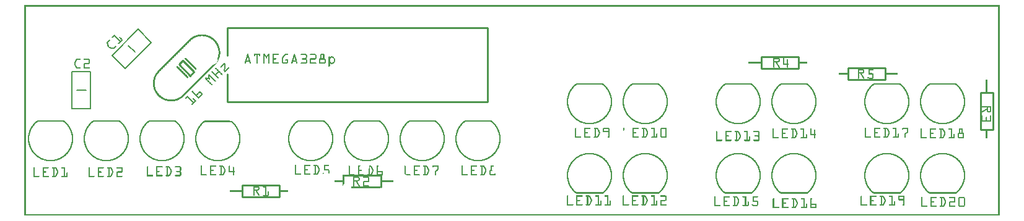
<source format=gto>
G04 MADE WITH FRITZING*
G04 WWW.FRITZING.ORG*
G04 DOUBLE SIDED*
G04 HOLES PLATED*
G04 CONTOUR ON CENTER OF CONTOUR VECTOR*
%ASAXBY*%
%FSLAX23Y23*%
%MOIN*%
%OFA0B0*%
%SFA1.0B1.0*%
%ADD10C,0.008000*%
%ADD11C,0.010000*%
%ADD12C,0.009843*%
%ADD13C,0.007874*%
%ADD14R,0.001000X0.001000*%
%LNSILK1*%
G90*
G70*
G54D10*
X281Y679D02*
X331Y679D01*
D02*
X256Y579D02*
X256Y779D01*
D02*
X256Y779D02*
X356Y779D01*
D02*
X356Y779D02*
X356Y579D01*
D02*
X356Y579D02*
X256Y579D01*
D02*
X594Y884D02*
X559Y920D01*
D02*
X682Y937D02*
X541Y796D01*
D02*
X541Y796D02*
X470Y867D01*
D02*
X470Y867D02*
X612Y1008D01*
D02*
X612Y1008D02*
X682Y937D01*
G54D11*
D02*
X3965Y860D02*
X4165Y860D01*
D02*
X4165Y860D02*
X4165Y794D01*
D02*
X4165Y794D02*
X3965Y794D01*
D02*
X3965Y794D02*
X3965Y860D01*
D02*
X1171Y167D02*
X1371Y167D01*
D02*
X1371Y167D02*
X1371Y101D01*
D02*
X1371Y101D02*
X1171Y101D01*
D02*
X1171Y101D02*
X1171Y167D01*
D02*
X5211Y667D02*
X5211Y467D01*
D02*
X5211Y467D02*
X5145Y467D01*
D02*
X5145Y467D02*
X5145Y667D01*
D02*
X5145Y667D02*
X5211Y667D01*
D02*
X4631Y734D02*
X4431Y734D01*
D02*
X4431Y734D02*
X4431Y800D01*
D02*
X4431Y800D02*
X4631Y800D01*
D02*
X4631Y800D02*
X4631Y734D01*
D02*
X1091Y617D02*
X2491Y617D01*
D02*
X2491Y617D02*
X2491Y1017D01*
D02*
X2491Y1017D02*
X1091Y1017D01*
D02*
X1091Y617D02*
X1091Y767D01*
D02*
X1091Y867D02*
X1091Y1017D01*
D02*
X1717Y220D02*
X1917Y220D01*
D02*
X1917Y220D02*
X1917Y154D01*
G54D12*
X852Y839D02*
X913Y778D01*
X893Y757D01*
X832Y819D01*
X852Y839D01*
D02*
G54D13*
X211Y511D02*
X70Y511D01*
D02*
X1611Y511D02*
X1470Y511D01*
D02*
X4711Y711D02*
X4570Y711D01*
D02*
X3111Y711D02*
X2970Y711D01*
D02*
X3911Y711D02*
X3770Y711D01*
D02*
X511Y511D02*
X370Y511D01*
D02*
X5011Y711D02*
X4870Y711D01*
D02*
X4211Y711D02*
X4070Y711D01*
D02*
X1911Y511D02*
X1770Y511D01*
D02*
X3411Y711D02*
X3270Y711D01*
D02*
X811Y511D02*
X670Y511D01*
D02*
X2211Y511D02*
X2070Y511D01*
D02*
X2511Y511D02*
X2370Y511D01*
D02*
G54D14*
X0Y1137D02*
X5247Y1137D01*
X0Y1136D02*
X5247Y1136D01*
X0Y1135D02*
X5247Y1135D01*
X0Y1134D02*
X5247Y1134D01*
X0Y1133D02*
X5247Y1133D01*
X0Y1132D02*
X5247Y1132D01*
X0Y1131D02*
X5247Y1131D01*
X0Y1130D02*
X5247Y1130D01*
X0Y1129D02*
X7Y1129D01*
X5240Y1129D02*
X5247Y1129D01*
X0Y1128D02*
X7Y1128D01*
X5240Y1128D02*
X5247Y1128D01*
X0Y1127D02*
X7Y1127D01*
X5240Y1127D02*
X5247Y1127D01*
X0Y1126D02*
X7Y1126D01*
X5240Y1126D02*
X5247Y1126D01*
X0Y1125D02*
X7Y1125D01*
X5240Y1125D02*
X5247Y1125D01*
X0Y1124D02*
X7Y1124D01*
X5240Y1124D02*
X5247Y1124D01*
X0Y1123D02*
X7Y1123D01*
X5240Y1123D02*
X5247Y1123D01*
X0Y1122D02*
X7Y1122D01*
X5240Y1122D02*
X5247Y1122D01*
X0Y1121D02*
X7Y1121D01*
X5240Y1121D02*
X5247Y1121D01*
X0Y1120D02*
X7Y1120D01*
X5240Y1120D02*
X5247Y1120D01*
X0Y1119D02*
X7Y1119D01*
X5240Y1119D02*
X5247Y1119D01*
X0Y1118D02*
X7Y1118D01*
X5240Y1118D02*
X5247Y1118D01*
X0Y1117D02*
X7Y1117D01*
X5240Y1117D02*
X5247Y1117D01*
X0Y1116D02*
X7Y1116D01*
X5240Y1116D02*
X5247Y1116D01*
X0Y1115D02*
X7Y1115D01*
X5240Y1115D02*
X5247Y1115D01*
X0Y1114D02*
X7Y1114D01*
X5240Y1114D02*
X5247Y1114D01*
X0Y1113D02*
X7Y1113D01*
X5240Y1113D02*
X5247Y1113D01*
X0Y1112D02*
X7Y1112D01*
X5240Y1112D02*
X5247Y1112D01*
X0Y1111D02*
X7Y1111D01*
X5240Y1111D02*
X5247Y1111D01*
X0Y1110D02*
X7Y1110D01*
X5240Y1110D02*
X5247Y1110D01*
X0Y1109D02*
X7Y1109D01*
X5240Y1109D02*
X5247Y1109D01*
X0Y1108D02*
X7Y1108D01*
X5240Y1108D02*
X5247Y1108D01*
X0Y1107D02*
X7Y1107D01*
X5240Y1107D02*
X5247Y1107D01*
X0Y1106D02*
X7Y1106D01*
X5240Y1106D02*
X5247Y1106D01*
X0Y1105D02*
X7Y1105D01*
X5240Y1105D02*
X5247Y1105D01*
X0Y1104D02*
X7Y1104D01*
X5240Y1104D02*
X5247Y1104D01*
X0Y1103D02*
X7Y1103D01*
X5240Y1103D02*
X5247Y1103D01*
X0Y1102D02*
X7Y1102D01*
X5240Y1102D02*
X5247Y1102D01*
X0Y1101D02*
X7Y1101D01*
X5240Y1101D02*
X5247Y1101D01*
X0Y1100D02*
X7Y1100D01*
X5240Y1100D02*
X5247Y1100D01*
X0Y1099D02*
X7Y1099D01*
X5240Y1099D02*
X5247Y1099D01*
X0Y1098D02*
X7Y1098D01*
X5240Y1098D02*
X5247Y1098D01*
X0Y1097D02*
X7Y1097D01*
X5240Y1097D02*
X5247Y1097D01*
X0Y1096D02*
X7Y1096D01*
X5240Y1096D02*
X5247Y1096D01*
X0Y1095D02*
X7Y1095D01*
X5240Y1095D02*
X5247Y1095D01*
X0Y1094D02*
X7Y1094D01*
X5240Y1094D02*
X5247Y1094D01*
X0Y1093D02*
X7Y1093D01*
X5240Y1093D02*
X5247Y1093D01*
X0Y1092D02*
X7Y1092D01*
X5240Y1092D02*
X5247Y1092D01*
X0Y1091D02*
X7Y1091D01*
X5240Y1091D02*
X5247Y1091D01*
X0Y1090D02*
X7Y1090D01*
X5240Y1090D02*
X5247Y1090D01*
X0Y1089D02*
X7Y1089D01*
X5240Y1089D02*
X5247Y1089D01*
X0Y1088D02*
X7Y1088D01*
X5240Y1088D02*
X5247Y1088D01*
X0Y1087D02*
X7Y1087D01*
X5240Y1087D02*
X5247Y1087D01*
X0Y1086D02*
X7Y1086D01*
X5240Y1086D02*
X5247Y1086D01*
X0Y1085D02*
X7Y1085D01*
X5240Y1085D02*
X5247Y1085D01*
X0Y1084D02*
X7Y1084D01*
X5240Y1084D02*
X5247Y1084D01*
X0Y1083D02*
X7Y1083D01*
X5240Y1083D02*
X5247Y1083D01*
X0Y1082D02*
X7Y1082D01*
X5240Y1082D02*
X5247Y1082D01*
X0Y1081D02*
X7Y1081D01*
X5240Y1081D02*
X5247Y1081D01*
X0Y1080D02*
X7Y1080D01*
X5240Y1080D02*
X5247Y1080D01*
X0Y1079D02*
X7Y1079D01*
X5240Y1079D02*
X5247Y1079D01*
X0Y1078D02*
X7Y1078D01*
X5240Y1078D02*
X5247Y1078D01*
X0Y1077D02*
X7Y1077D01*
X5240Y1077D02*
X5247Y1077D01*
X0Y1076D02*
X7Y1076D01*
X5240Y1076D02*
X5247Y1076D01*
X0Y1075D02*
X7Y1075D01*
X5240Y1075D02*
X5247Y1075D01*
X0Y1074D02*
X7Y1074D01*
X5240Y1074D02*
X5247Y1074D01*
X0Y1073D02*
X7Y1073D01*
X5240Y1073D02*
X5247Y1073D01*
X0Y1072D02*
X7Y1072D01*
X5240Y1072D02*
X5247Y1072D01*
X0Y1071D02*
X7Y1071D01*
X5240Y1071D02*
X5247Y1071D01*
X0Y1070D02*
X7Y1070D01*
X5240Y1070D02*
X5247Y1070D01*
X0Y1069D02*
X7Y1069D01*
X5240Y1069D02*
X5247Y1069D01*
X0Y1068D02*
X7Y1068D01*
X5240Y1068D02*
X5247Y1068D01*
X0Y1067D02*
X7Y1067D01*
X5240Y1067D02*
X5247Y1067D01*
X0Y1066D02*
X7Y1066D01*
X5240Y1066D02*
X5247Y1066D01*
X0Y1065D02*
X7Y1065D01*
X5240Y1065D02*
X5247Y1065D01*
X0Y1064D02*
X7Y1064D01*
X5240Y1064D02*
X5247Y1064D01*
X0Y1063D02*
X7Y1063D01*
X5240Y1063D02*
X5247Y1063D01*
X0Y1062D02*
X7Y1062D01*
X5240Y1062D02*
X5247Y1062D01*
X0Y1061D02*
X7Y1061D01*
X5240Y1061D02*
X5247Y1061D01*
X0Y1060D02*
X7Y1060D01*
X5240Y1060D02*
X5247Y1060D01*
X0Y1059D02*
X7Y1059D01*
X5240Y1059D02*
X5247Y1059D01*
X0Y1058D02*
X7Y1058D01*
X5240Y1058D02*
X5247Y1058D01*
X0Y1057D02*
X7Y1057D01*
X5240Y1057D02*
X5247Y1057D01*
X0Y1056D02*
X7Y1056D01*
X5240Y1056D02*
X5247Y1056D01*
X0Y1055D02*
X7Y1055D01*
X5240Y1055D02*
X5247Y1055D01*
X0Y1054D02*
X7Y1054D01*
X5240Y1054D02*
X5247Y1054D01*
X0Y1053D02*
X7Y1053D01*
X5240Y1053D02*
X5247Y1053D01*
X0Y1052D02*
X7Y1052D01*
X5240Y1052D02*
X5247Y1052D01*
X0Y1051D02*
X7Y1051D01*
X5240Y1051D02*
X5247Y1051D01*
X0Y1050D02*
X7Y1050D01*
X5240Y1050D02*
X5247Y1050D01*
X0Y1049D02*
X7Y1049D01*
X5240Y1049D02*
X5247Y1049D01*
X0Y1048D02*
X7Y1048D01*
X5240Y1048D02*
X5247Y1048D01*
X0Y1047D02*
X7Y1047D01*
X5240Y1047D02*
X5247Y1047D01*
X0Y1046D02*
X7Y1046D01*
X5240Y1046D02*
X5247Y1046D01*
X0Y1045D02*
X7Y1045D01*
X5240Y1045D02*
X5247Y1045D01*
X0Y1044D02*
X7Y1044D01*
X5240Y1044D02*
X5247Y1044D01*
X0Y1043D02*
X7Y1043D01*
X5240Y1043D02*
X5247Y1043D01*
X0Y1042D02*
X7Y1042D01*
X5240Y1042D02*
X5247Y1042D01*
X0Y1041D02*
X7Y1041D01*
X5240Y1041D02*
X5247Y1041D01*
X0Y1040D02*
X7Y1040D01*
X5240Y1040D02*
X5247Y1040D01*
X0Y1039D02*
X7Y1039D01*
X5240Y1039D02*
X5247Y1039D01*
X0Y1038D02*
X7Y1038D01*
X5240Y1038D02*
X5247Y1038D01*
X0Y1037D02*
X7Y1037D01*
X5240Y1037D02*
X5247Y1037D01*
X0Y1036D02*
X7Y1036D01*
X5240Y1036D02*
X5247Y1036D01*
X0Y1035D02*
X7Y1035D01*
X5240Y1035D02*
X5247Y1035D01*
X0Y1034D02*
X7Y1034D01*
X5240Y1034D02*
X5247Y1034D01*
X0Y1033D02*
X7Y1033D01*
X5240Y1033D02*
X5247Y1033D01*
X0Y1032D02*
X7Y1032D01*
X5240Y1032D02*
X5247Y1032D01*
X0Y1031D02*
X7Y1031D01*
X5240Y1031D02*
X5247Y1031D01*
X0Y1030D02*
X7Y1030D01*
X5240Y1030D02*
X5247Y1030D01*
X0Y1029D02*
X7Y1029D01*
X5240Y1029D02*
X5247Y1029D01*
X0Y1028D02*
X7Y1028D01*
X5240Y1028D02*
X5247Y1028D01*
X0Y1027D02*
X7Y1027D01*
X5240Y1027D02*
X5247Y1027D01*
X0Y1026D02*
X7Y1026D01*
X5240Y1026D02*
X5247Y1026D01*
X0Y1025D02*
X7Y1025D01*
X5240Y1025D02*
X5247Y1025D01*
X0Y1024D02*
X7Y1024D01*
X5240Y1024D02*
X5247Y1024D01*
X0Y1023D02*
X7Y1023D01*
X5240Y1023D02*
X5247Y1023D01*
X0Y1022D02*
X7Y1022D01*
X5240Y1022D02*
X5247Y1022D01*
X0Y1021D02*
X7Y1021D01*
X5240Y1021D02*
X5247Y1021D01*
X0Y1020D02*
X7Y1020D01*
X5240Y1020D02*
X5247Y1020D01*
X0Y1019D02*
X7Y1019D01*
X5240Y1019D02*
X5247Y1019D01*
X0Y1018D02*
X7Y1018D01*
X5240Y1018D02*
X5247Y1018D01*
X0Y1017D02*
X7Y1017D01*
X5240Y1017D02*
X5247Y1017D01*
X0Y1016D02*
X7Y1016D01*
X5240Y1016D02*
X5247Y1016D01*
X0Y1015D02*
X7Y1015D01*
X5240Y1015D02*
X5247Y1015D01*
X0Y1014D02*
X7Y1014D01*
X5240Y1014D02*
X5247Y1014D01*
X0Y1013D02*
X7Y1013D01*
X5240Y1013D02*
X5247Y1013D01*
X0Y1012D02*
X7Y1012D01*
X5240Y1012D02*
X5247Y1012D01*
X0Y1011D02*
X7Y1011D01*
X5240Y1011D02*
X5247Y1011D01*
X0Y1010D02*
X7Y1010D01*
X5240Y1010D02*
X5247Y1010D01*
X0Y1009D02*
X7Y1009D01*
X5240Y1009D02*
X5247Y1009D01*
X0Y1008D02*
X7Y1008D01*
X5240Y1008D02*
X5247Y1008D01*
X0Y1007D02*
X7Y1007D01*
X5240Y1007D02*
X5247Y1007D01*
X0Y1006D02*
X7Y1006D01*
X5240Y1006D02*
X5247Y1006D01*
X0Y1005D02*
X7Y1005D01*
X5240Y1005D02*
X5247Y1005D01*
X0Y1004D02*
X7Y1004D01*
X5240Y1004D02*
X5247Y1004D01*
X0Y1003D02*
X7Y1003D01*
X5240Y1003D02*
X5247Y1003D01*
X0Y1002D02*
X7Y1002D01*
X5240Y1002D02*
X5247Y1002D01*
X0Y1001D02*
X7Y1001D01*
X5240Y1001D02*
X5247Y1001D01*
X0Y1000D02*
X7Y1000D01*
X5240Y1000D02*
X5247Y1000D01*
X0Y999D02*
X7Y999D01*
X5240Y999D02*
X5247Y999D01*
X0Y998D02*
X7Y998D01*
X5240Y998D02*
X5247Y998D01*
X0Y997D02*
X7Y997D01*
X5240Y997D02*
X5247Y997D01*
X0Y996D02*
X7Y996D01*
X5240Y996D02*
X5247Y996D01*
X0Y995D02*
X7Y995D01*
X5240Y995D02*
X5247Y995D01*
X0Y994D02*
X7Y994D01*
X5240Y994D02*
X5247Y994D01*
X0Y993D02*
X7Y993D01*
X5240Y993D02*
X5247Y993D01*
X0Y992D02*
X7Y992D01*
X5240Y992D02*
X5247Y992D01*
X0Y991D02*
X7Y991D01*
X5240Y991D02*
X5247Y991D01*
X0Y990D02*
X7Y990D01*
X5240Y990D02*
X5247Y990D01*
X0Y989D02*
X7Y989D01*
X5240Y989D02*
X5247Y989D01*
X0Y988D02*
X7Y988D01*
X5240Y988D02*
X5247Y988D01*
X0Y987D02*
X7Y987D01*
X5240Y987D02*
X5247Y987D01*
X0Y986D02*
X7Y986D01*
X5240Y986D02*
X5247Y986D01*
X0Y985D02*
X7Y985D01*
X5240Y985D02*
X5247Y985D01*
X0Y984D02*
X7Y984D01*
X5240Y984D02*
X5247Y984D01*
X0Y983D02*
X7Y983D01*
X5240Y983D02*
X5247Y983D01*
X0Y982D02*
X7Y982D01*
X5240Y982D02*
X5247Y982D01*
X0Y981D02*
X7Y981D01*
X5240Y981D02*
X5247Y981D01*
X0Y980D02*
X7Y980D01*
X956Y980D02*
X956Y980D01*
X5240Y980D02*
X5247Y980D01*
X0Y979D02*
X7Y979D01*
X942Y979D02*
X968Y979D01*
X5240Y979D02*
X5247Y979D01*
X0Y978D02*
X7Y978D01*
X482Y978D02*
X483Y978D01*
X936Y978D02*
X974Y978D01*
X5240Y978D02*
X5247Y978D01*
X0Y977D02*
X7Y977D01*
X481Y977D02*
X484Y977D01*
X932Y977D02*
X978Y977D01*
X5240Y977D02*
X5247Y977D01*
X0Y976D02*
X7Y976D01*
X480Y976D02*
X485Y976D01*
X928Y976D02*
X982Y976D01*
X5240Y976D02*
X5247Y976D01*
X0Y975D02*
X7Y975D01*
X479Y975D02*
X486Y975D01*
X925Y975D02*
X985Y975D01*
X5240Y975D02*
X5247Y975D01*
X0Y974D02*
X7Y974D01*
X478Y974D02*
X487Y974D01*
X922Y974D02*
X988Y974D01*
X5240Y974D02*
X5247Y974D01*
X0Y973D02*
X7Y973D01*
X477Y973D02*
X488Y973D01*
X920Y973D02*
X990Y973D01*
X5240Y973D02*
X5247Y973D01*
X0Y972D02*
X7Y972D01*
X476Y972D02*
X489Y972D01*
X918Y972D02*
X993Y972D01*
X5240Y972D02*
X5247Y972D01*
X0Y971D02*
X7Y971D01*
X475Y971D02*
X490Y971D01*
X915Y971D02*
X995Y971D01*
X5240Y971D02*
X5247Y971D01*
X0Y970D02*
X7Y970D01*
X474Y970D02*
X491Y970D01*
X913Y970D02*
X950Y970D01*
X960Y970D02*
X997Y970D01*
X5240Y970D02*
X5247Y970D01*
X0Y969D02*
X7Y969D01*
X473Y969D02*
X492Y969D01*
X911Y969D02*
X940Y969D01*
X970Y969D02*
X999Y969D01*
X5240Y969D02*
X5247Y969D01*
X0Y968D02*
X7Y968D01*
X472Y968D02*
X481Y968D01*
X484Y968D02*
X493Y968D01*
X909Y968D02*
X935Y968D01*
X975Y968D02*
X1001Y968D01*
X5240Y968D02*
X5247Y968D01*
X0Y967D02*
X7Y967D01*
X471Y967D02*
X480Y967D01*
X485Y967D02*
X494Y967D01*
X907Y967D02*
X931Y967D01*
X979Y967D02*
X1003Y967D01*
X5240Y967D02*
X5247Y967D01*
X0Y966D02*
X7Y966D01*
X470Y966D02*
X479Y966D01*
X486Y966D02*
X495Y966D01*
X513Y966D02*
X513Y966D01*
X906Y966D02*
X928Y966D01*
X982Y966D02*
X1005Y966D01*
X5240Y966D02*
X5247Y966D01*
X0Y965D02*
X7Y965D01*
X470Y965D02*
X478Y965D01*
X487Y965D02*
X496Y965D01*
X511Y965D02*
X515Y965D01*
X904Y965D02*
X925Y965D01*
X985Y965D02*
X1006Y965D01*
X5240Y965D02*
X5247Y965D01*
X0Y964D02*
X7Y964D01*
X470Y964D02*
X477Y964D01*
X488Y964D02*
X497Y964D01*
X510Y964D02*
X516Y964D01*
X903Y964D02*
X922Y964D01*
X988Y964D02*
X1008Y964D01*
X5240Y964D02*
X5247Y964D01*
X0Y963D02*
X7Y963D01*
X470Y963D02*
X476Y963D01*
X489Y963D02*
X498Y963D01*
X510Y963D02*
X517Y963D01*
X901Y963D02*
X920Y963D01*
X990Y963D02*
X1009Y963D01*
X5240Y963D02*
X5247Y963D01*
X0Y962D02*
X7Y962D01*
X470Y962D02*
X475Y962D01*
X490Y962D02*
X499Y962D01*
X510Y962D02*
X518Y962D01*
X900Y962D02*
X918Y962D01*
X992Y962D02*
X1011Y962D01*
X5240Y962D02*
X5247Y962D01*
X0Y961D02*
X7Y961D01*
X471Y961D02*
X474Y961D01*
X491Y961D02*
X500Y961D01*
X510Y961D02*
X519Y961D01*
X898Y961D02*
X916Y961D01*
X995Y961D02*
X1012Y961D01*
X5240Y961D02*
X5247Y961D01*
X0Y960D02*
X7Y960D01*
X492Y960D02*
X501Y960D01*
X511Y960D02*
X520Y960D01*
X897Y960D02*
X914Y960D01*
X997Y960D02*
X1014Y960D01*
X5240Y960D02*
X5247Y960D01*
X0Y959D02*
X7Y959D01*
X493Y959D02*
X502Y959D01*
X512Y959D02*
X521Y959D01*
X896Y959D02*
X912Y959D01*
X998Y959D02*
X1015Y959D01*
X5240Y959D02*
X5247Y959D01*
X0Y958D02*
X7Y958D01*
X494Y958D02*
X503Y958D01*
X513Y958D02*
X522Y958D01*
X895Y958D02*
X910Y958D01*
X1000Y958D02*
X1016Y958D01*
X5240Y958D02*
X5247Y958D01*
X0Y957D02*
X7Y957D01*
X495Y957D02*
X504Y957D01*
X514Y957D02*
X523Y957D01*
X893Y957D02*
X909Y957D01*
X1002Y957D02*
X1017Y957D01*
X5240Y957D02*
X5247Y957D01*
X0Y956D02*
X7Y956D01*
X496Y956D02*
X505Y956D01*
X515Y956D02*
X524Y956D01*
X892Y956D02*
X907Y956D01*
X1003Y956D02*
X1019Y956D01*
X5240Y956D02*
X5247Y956D01*
X0Y955D02*
X7Y955D01*
X497Y955D02*
X506Y955D01*
X516Y955D02*
X525Y955D01*
X891Y955D02*
X906Y955D01*
X1005Y955D02*
X1020Y955D01*
X5240Y955D02*
X5247Y955D01*
X0Y954D02*
X7Y954D01*
X498Y954D02*
X507Y954D01*
X517Y954D02*
X526Y954D01*
X890Y954D02*
X904Y954D01*
X1006Y954D02*
X1021Y954D01*
X5240Y954D02*
X5247Y954D01*
X0Y953D02*
X7Y953D01*
X499Y953D02*
X508Y953D01*
X518Y953D02*
X527Y953D01*
X889Y953D02*
X903Y953D01*
X1008Y953D02*
X1022Y953D01*
X5240Y953D02*
X5247Y953D01*
X0Y952D02*
X7Y952D01*
X500Y952D02*
X509Y952D01*
X519Y952D02*
X528Y952D01*
X888Y952D02*
X902Y952D01*
X1009Y952D02*
X1023Y952D01*
X5240Y952D02*
X5247Y952D01*
X0Y951D02*
X7Y951D01*
X456Y951D02*
X458Y951D01*
X501Y951D02*
X510Y951D01*
X520Y951D02*
X528Y951D01*
X887Y951D02*
X901Y951D01*
X1010Y951D02*
X1024Y951D01*
X5240Y951D02*
X5247Y951D01*
X0Y950D02*
X7Y950D01*
X454Y950D02*
X459Y950D01*
X502Y950D02*
X511Y950D01*
X521Y950D02*
X528Y950D01*
X886Y950D02*
X899Y950D01*
X1012Y950D02*
X1025Y950D01*
X5240Y950D02*
X5247Y950D01*
X0Y949D02*
X7Y949D01*
X453Y949D02*
X459Y949D01*
X503Y949D02*
X512Y949D01*
X520Y949D02*
X528Y949D01*
X885Y949D02*
X898Y949D01*
X1013Y949D02*
X1026Y949D01*
X5240Y949D02*
X5247Y949D01*
X0Y948D02*
X7Y948D01*
X452Y948D02*
X460Y948D01*
X504Y948D02*
X513Y948D01*
X519Y948D02*
X528Y948D01*
X884Y948D02*
X897Y948D01*
X1014Y948D02*
X1027Y948D01*
X5240Y948D02*
X5247Y948D01*
X0Y947D02*
X7Y947D01*
X451Y947D02*
X460Y947D01*
X505Y947D02*
X514Y947D01*
X518Y947D02*
X527Y947D01*
X883Y947D02*
X896Y947D01*
X1015Y947D02*
X1028Y947D01*
X5240Y947D02*
X5247Y947D01*
X0Y946D02*
X7Y946D01*
X450Y946D02*
X459Y946D01*
X506Y946D02*
X515Y946D01*
X517Y946D02*
X526Y946D01*
X882Y946D02*
X895Y946D01*
X1016Y946D02*
X1029Y946D01*
X5240Y946D02*
X5247Y946D01*
X0Y945D02*
X7Y945D01*
X449Y945D02*
X458Y945D01*
X507Y945D02*
X525Y945D01*
X881Y945D02*
X894Y945D01*
X1017Y945D02*
X1030Y945D01*
X5240Y945D02*
X5247Y945D01*
X0Y944D02*
X7Y944D01*
X448Y944D02*
X457Y944D01*
X508Y944D02*
X524Y944D01*
X880Y944D02*
X893Y944D01*
X1018Y944D02*
X1030Y944D01*
X5240Y944D02*
X5247Y944D01*
X0Y943D02*
X7Y943D01*
X447Y943D02*
X456Y943D01*
X509Y943D02*
X523Y943D01*
X879Y943D02*
X892Y943D01*
X1019Y943D02*
X1031Y943D01*
X5240Y943D02*
X5247Y943D01*
X0Y942D02*
X7Y942D01*
X446Y942D02*
X455Y942D01*
X510Y942D02*
X522Y942D01*
X878Y942D02*
X891Y942D01*
X1020Y942D02*
X1032Y942D01*
X5240Y942D02*
X5247Y942D01*
X0Y941D02*
X7Y941D01*
X445Y941D02*
X454Y941D01*
X511Y941D02*
X521Y941D01*
X877Y941D02*
X890Y941D01*
X1021Y941D02*
X1033Y941D01*
X5240Y941D02*
X5247Y941D01*
X0Y940D02*
X7Y940D01*
X445Y940D02*
X453Y940D01*
X511Y940D02*
X520Y940D01*
X876Y940D02*
X889Y940D01*
X1022Y940D02*
X1033Y940D01*
X5240Y940D02*
X5247Y940D01*
X0Y939D02*
X7Y939D01*
X444Y939D02*
X452Y939D01*
X510Y939D02*
X519Y939D01*
X875Y939D02*
X888Y939D01*
X1023Y939D02*
X1034Y939D01*
X5240Y939D02*
X5247Y939D01*
X0Y938D02*
X7Y938D01*
X443Y938D02*
X451Y938D01*
X509Y938D02*
X518Y938D01*
X874Y938D02*
X887Y938D01*
X1024Y938D02*
X1035Y938D01*
X5240Y938D02*
X5247Y938D01*
X0Y937D02*
X7Y937D01*
X443Y937D02*
X450Y937D01*
X508Y937D02*
X517Y937D01*
X873Y937D02*
X886Y937D01*
X1024Y937D02*
X1036Y937D01*
X5240Y937D02*
X5247Y937D01*
X0Y936D02*
X7Y936D01*
X443Y936D02*
X449Y936D01*
X507Y936D02*
X516Y936D01*
X872Y936D02*
X885Y936D01*
X1025Y936D02*
X1036Y936D01*
X5240Y936D02*
X5247Y936D01*
X0Y935D02*
X7Y935D01*
X443Y935D02*
X449Y935D01*
X506Y935D02*
X515Y935D01*
X871Y935D02*
X884Y935D01*
X1026Y935D02*
X1037Y935D01*
X5240Y935D02*
X5247Y935D01*
X0Y934D02*
X7Y934D01*
X442Y934D02*
X449Y934D01*
X505Y934D02*
X514Y934D01*
X870Y934D02*
X883Y934D01*
X1027Y934D02*
X1038Y934D01*
X5240Y934D02*
X5247Y934D01*
X0Y933D02*
X7Y933D01*
X442Y933D02*
X449Y933D01*
X504Y933D02*
X513Y933D01*
X869Y933D02*
X882Y933D01*
X1027Y933D02*
X1038Y933D01*
X5240Y933D02*
X5247Y933D01*
X0Y932D02*
X7Y932D01*
X443Y932D02*
X449Y932D01*
X503Y932D02*
X512Y932D01*
X868Y932D02*
X881Y932D01*
X1028Y932D02*
X1039Y932D01*
X5240Y932D02*
X5247Y932D01*
X0Y931D02*
X7Y931D01*
X443Y931D02*
X449Y931D01*
X503Y931D02*
X511Y931D01*
X867Y931D02*
X880Y931D01*
X1029Y931D02*
X1039Y931D01*
X5240Y931D02*
X5247Y931D01*
X0Y930D02*
X7Y930D01*
X443Y930D02*
X450Y930D01*
X503Y930D02*
X510Y930D01*
X866Y930D02*
X879Y930D01*
X1030Y930D02*
X1040Y930D01*
X5240Y930D02*
X5247Y930D01*
X0Y929D02*
X7Y929D01*
X443Y929D02*
X450Y929D01*
X503Y929D02*
X509Y929D01*
X865Y929D02*
X878Y929D01*
X1030Y929D02*
X1041Y929D01*
X5240Y929D02*
X5247Y929D01*
X0Y928D02*
X7Y928D01*
X444Y928D02*
X450Y928D01*
X504Y928D02*
X508Y928D01*
X864Y928D02*
X877Y928D01*
X1031Y928D02*
X1041Y928D01*
X5240Y928D02*
X5247Y928D01*
X0Y927D02*
X7Y927D01*
X444Y927D02*
X451Y927D01*
X863Y927D02*
X876Y927D01*
X1031Y927D02*
X1042Y927D01*
X5240Y927D02*
X5247Y927D01*
X0Y926D02*
X7Y926D01*
X444Y926D02*
X451Y926D01*
X862Y926D02*
X875Y926D01*
X1032Y926D02*
X1042Y926D01*
X5240Y926D02*
X5247Y926D01*
X0Y925D02*
X7Y925D01*
X445Y925D02*
X451Y925D01*
X861Y925D02*
X874Y925D01*
X1033Y925D02*
X1043Y925D01*
X5240Y925D02*
X5247Y925D01*
X0Y924D02*
X7Y924D01*
X445Y924D02*
X452Y924D01*
X860Y924D02*
X873Y924D01*
X1033Y924D02*
X1043Y924D01*
X5240Y924D02*
X5247Y924D01*
X0Y923D02*
X7Y923D01*
X445Y923D02*
X452Y923D01*
X859Y923D02*
X872Y923D01*
X1034Y923D02*
X1043Y923D01*
X5240Y923D02*
X5247Y923D01*
X0Y922D02*
X7Y922D01*
X446Y922D02*
X452Y922D01*
X858Y922D02*
X871Y922D01*
X1034Y922D02*
X1044Y922D01*
X5240Y922D02*
X5247Y922D01*
X0Y921D02*
X7Y921D01*
X446Y921D02*
X453Y921D01*
X857Y921D02*
X870Y921D01*
X1035Y921D02*
X1044Y921D01*
X5240Y921D02*
X5247Y921D01*
X0Y920D02*
X7Y920D01*
X446Y920D02*
X453Y920D01*
X856Y920D02*
X869Y920D01*
X1035Y920D02*
X1045Y920D01*
X5240Y920D02*
X5247Y920D01*
X0Y919D02*
X7Y919D01*
X447Y919D02*
X453Y919D01*
X855Y919D02*
X868Y919D01*
X1036Y919D02*
X1045Y919D01*
X5240Y919D02*
X5247Y919D01*
X0Y918D02*
X7Y918D01*
X447Y918D02*
X454Y918D01*
X490Y918D02*
X490Y918D01*
X854Y918D02*
X867Y918D01*
X1036Y918D02*
X1046Y918D01*
X5240Y918D02*
X5247Y918D01*
X0Y917D02*
X7Y917D01*
X447Y917D02*
X454Y917D01*
X488Y917D02*
X492Y917D01*
X853Y917D02*
X866Y917D01*
X1037Y917D02*
X1046Y917D01*
X5240Y917D02*
X5247Y917D01*
X0Y916D02*
X7Y916D01*
X448Y916D02*
X454Y916D01*
X487Y916D02*
X493Y916D01*
X852Y916D02*
X865Y916D01*
X1037Y916D02*
X1046Y916D01*
X5240Y916D02*
X5247Y916D01*
X0Y915D02*
X7Y915D01*
X448Y915D02*
X455Y915D01*
X486Y915D02*
X493Y915D01*
X851Y915D02*
X864Y915D01*
X1038Y915D02*
X1047Y915D01*
X5240Y915D02*
X5247Y915D01*
X0Y914D02*
X7Y914D01*
X449Y914D02*
X456Y914D01*
X485Y914D02*
X493Y914D01*
X850Y914D02*
X863Y914D01*
X1038Y914D02*
X1047Y914D01*
X5240Y914D02*
X5247Y914D01*
X0Y913D02*
X7Y913D01*
X449Y913D02*
X457Y913D01*
X484Y913D02*
X493Y913D01*
X849Y913D02*
X862Y913D01*
X1038Y913D02*
X1048Y913D01*
X5240Y913D02*
X5247Y913D01*
X0Y912D02*
X7Y912D01*
X450Y912D02*
X459Y912D01*
X483Y912D02*
X492Y912D01*
X848Y912D02*
X861Y912D01*
X1039Y912D02*
X1048Y912D01*
X5240Y912D02*
X5247Y912D01*
X0Y911D02*
X7Y911D01*
X450Y911D02*
X462Y911D01*
X482Y911D02*
X491Y911D01*
X847Y911D02*
X860Y911D01*
X1039Y911D02*
X1048Y911D01*
X5240Y911D02*
X5247Y911D01*
X0Y910D02*
X7Y910D01*
X451Y910D02*
X465Y910D01*
X481Y910D02*
X490Y910D01*
X846Y910D02*
X859Y910D01*
X1039Y910D02*
X1049Y910D01*
X5240Y910D02*
X5247Y910D01*
X0Y909D02*
X7Y909D01*
X452Y909D02*
X469Y909D01*
X480Y909D02*
X489Y909D01*
X845Y909D02*
X858Y909D01*
X1040Y909D02*
X1049Y909D01*
X5240Y909D02*
X5247Y909D01*
X0Y908D02*
X7Y908D01*
X453Y908D02*
X472Y908D01*
X479Y908D02*
X488Y908D01*
X844Y908D02*
X857Y908D01*
X1040Y908D02*
X1049Y908D01*
X5240Y908D02*
X5247Y908D01*
X0Y907D02*
X7Y907D01*
X455Y907D02*
X475Y907D01*
X477Y907D02*
X487Y907D01*
X843Y907D02*
X856Y907D01*
X1040Y907D02*
X1049Y907D01*
X5240Y907D02*
X5247Y907D01*
X0Y906D02*
X7Y906D01*
X457Y906D02*
X486Y906D01*
X842Y906D02*
X855Y906D01*
X1041Y906D02*
X1050Y906D01*
X5240Y906D02*
X5247Y906D01*
X0Y905D02*
X7Y905D01*
X459Y905D02*
X485Y905D01*
X841Y905D02*
X854Y905D01*
X1041Y905D02*
X1050Y905D01*
X5240Y905D02*
X5247Y905D01*
X0Y904D02*
X7Y904D01*
X462Y904D02*
X484Y904D01*
X840Y904D02*
X853Y904D01*
X1041Y904D02*
X1050Y904D01*
X5240Y904D02*
X5247Y904D01*
X0Y903D02*
X7Y903D01*
X465Y903D02*
X483Y903D01*
X839Y903D02*
X852Y903D01*
X1041Y903D02*
X1050Y903D01*
X5240Y903D02*
X5247Y903D01*
X0Y902D02*
X7Y902D01*
X468Y902D02*
X482Y902D01*
X838Y902D02*
X851Y902D01*
X1042Y902D02*
X1051Y902D01*
X5240Y902D02*
X5247Y902D01*
X0Y901D02*
X7Y901D01*
X471Y901D02*
X480Y901D01*
X837Y901D02*
X850Y901D01*
X1042Y901D02*
X1051Y901D01*
X5240Y901D02*
X5247Y901D01*
X0Y900D02*
X7Y900D01*
X475Y900D02*
X476Y900D01*
X836Y900D02*
X849Y900D01*
X1042Y900D02*
X1051Y900D01*
X5240Y900D02*
X5247Y900D01*
X0Y899D02*
X7Y899D01*
X835Y899D02*
X848Y899D01*
X1042Y899D02*
X1051Y899D01*
X5240Y899D02*
X5247Y899D01*
X0Y898D02*
X7Y898D01*
X834Y898D02*
X847Y898D01*
X1043Y898D02*
X1051Y898D01*
X5240Y898D02*
X5247Y898D01*
X0Y897D02*
X7Y897D01*
X833Y897D02*
X846Y897D01*
X1043Y897D02*
X1052Y897D01*
X5240Y897D02*
X5247Y897D01*
X0Y896D02*
X7Y896D01*
X832Y896D02*
X845Y896D01*
X1043Y896D02*
X1052Y896D01*
X5240Y896D02*
X5247Y896D01*
X0Y895D02*
X7Y895D01*
X831Y895D02*
X844Y895D01*
X1043Y895D02*
X1052Y895D01*
X5240Y895D02*
X5247Y895D01*
X0Y894D02*
X7Y894D01*
X830Y894D02*
X843Y894D01*
X1043Y894D02*
X1052Y894D01*
X5240Y894D02*
X5247Y894D01*
X0Y893D02*
X7Y893D01*
X829Y893D02*
X842Y893D01*
X1043Y893D02*
X1052Y893D01*
X5240Y893D02*
X5247Y893D01*
X0Y892D02*
X7Y892D01*
X828Y892D02*
X841Y892D01*
X1043Y892D02*
X1052Y892D01*
X5240Y892D02*
X5247Y892D01*
X0Y891D02*
X7Y891D01*
X827Y891D02*
X840Y891D01*
X1044Y891D02*
X1052Y891D01*
X5240Y891D02*
X5247Y891D01*
X0Y890D02*
X7Y890D01*
X826Y890D02*
X839Y890D01*
X1044Y890D02*
X1052Y890D01*
X5240Y890D02*
X5247Y890D01*
X0Y889D02*
X7Y889D01*
X825Y889D02*
X838Y889D01*
X1044Y889D02*
X1053Y889D01*
X5240Y889D02*
X5247Y889D01*
X0Y888D02*
X7Y888D01*
X824Y888D02*
X837Y888D01*
X1044Y888D02*
X1053Y888D01*
X5240Y888D02*
X5247Y888D01*
X0Y887D02*
X7Y887D01*
X823Y887D02*
X836Y887D01*
X1044Y887D02*
X1053Y887D01*
X5240Y887D02*
X5247Y887D01*
X0Y886D02*
X7Y886D01*
X822Y886D02*
X835Y886D01*
X1044Y886D02*
X1053Y886D01*
X5240Y886D02*
X5247Y886D01*
X0Y885D02*
X7Y885D01*
X821Y885D02*
X834Y885D01*
X1044Y885D02*
X1053Y885D01*
X5240Y885D02*
X5247Y885D01*
X0Y884D02*
X7Y884D01*
X820Y884D02*
X833Y884D01*
X1044Y884D02*
X1053Y884D01*
X5240Y884D02*
X5247Y884D01*
X0Y883D02*
X7Y883D01*
X819Y883D02*
X832Y883D01*
X1044Y883D02*
X1053Y883D01*
X5240Y883D02*
X5247Y883D01*
X0Y882D02*
X7Y882D01*
X818Y882D02*
X831Y882D01*
X1044Y882D02*
X1053Y882D01*
X5240Y882D02*
X5247Y882D01*
X0Y881D02*
X7Y881D01*
X817Y881D02*
X830Y881D01*
X1044Y881D02*
X1053Y881D01*
X5240Y881D02*
X5247Y881D01*
X0Y880D02*
X7Y880D01*
X816Y880D02*
X829Y880D01*
X1044Y880D02*
X1053Y880D01*
X5240Y880D02*
X5247Y880D01*
X0Y879D02*
X7Y879D01*
X815Y879D02*
X828Y879D01*
X1044Y879D02*
X1053Y879D01*
X5240Y879D02*
X5247Y879D01*
X0Y878D02*
X7Y878D01*
X814Y878D02*
X827Y878D01*
X1044Y878D02*
X1053Y878D01*
X5240Y878D02*
X5247Y878D01*
X0Y877D02*
X7Y877D01*
X813Y877D02*
X826Y877D01*
X1044Y877D02*
X1053Y877D01*
X5240Y877D02*
X5247Y877D01*
X0Y876D02*
X7Y876D01*
X812Y876D02*
X825Y876D01*
X1044Y876D02*
X1053Y876D01*
X5240Y876D02*
X5247Y876D01*
X0Y875D02*
X7Y875D01*
X811Y875D02*
X824Y875D01*
X1044Y875D02*
X1053Y875D01*
X5240Y875D02*
X5247Y875D01*
X0Y874D02*
X7Y874D01*
X810Y874D02*
X823Y874D01*
X1044Y874D02*
X1053Y874D01*
X1200Y874D02*
X1203Y874D01*
X1235Y874D02*
X1268Y874D01*
X1285Y874D02*
X1293Y874D01*
X1311Y874D02*
X1319Y874D01*
X1335Y874D02*
X1367Y874D01*
X1403Y874D02*
X1417Y874D01*
X1451Y874D02*
X1454Y874D01*
X1488Y874D02*
X1515Y874D01*
X1538Y874D02*
X1565Y874D01*
X1595Y874D02*
X1611Y874D01*
X5240Y874D02*
X5247Y874D01*
X0Y873D02*
X7Y873D01*
X809Y873D02*
X822Y873D01*
X1044Y873D02*
X1052Y873D01*
X1199Y873D02*
X1204Y873D01*
X1235Y873D02*
X1269Y873D01*
X1285Y873D02*
X1294Y873D01*
X1310Y873D02*
X1319Y873D01*
X1335Y873D02*
X1368Y873D01*
X1401Y873D02*
X1418Y873D01*
X1450Y873D02*
X1455Y873D01*
X1487Y873D02*
X1517Y873D01*
X1537Y873D02*
X1567Y873D01*
X1594Y873D02*
X1612Y873D01*
X5240Y873D02*
X5247Y873D01*
X0Y872D02*
X7Y872D01*
X808Y872D02*
X821Y872D01*
X1043Y872D02*
X1052Y872D01*
X1199Y872D02*
X1204Y872D01*
X1235Y872D02*
X1269Y872D01*
X1285Y872D02*
X1295Y872D01*
X1309Y872D02*
X1319Y872D01*
X1335Y872D02*
X1369Y872D01*
X1399Y872D02*
X1419Y872D01*
X1450Y872D02*
X1455Y872D01*
X1486Y872D02*
X1518Y872D01*
X1536Y872D02*
X1568Y872D01*
X1593Y872D02*
X1613Y872D01*
X5240Y872D02*
X5247Y872D01*
X0Y871D02*
X7Y871D01*
X807Y871D02*
X820Y871D01*
X1043Y871D02*
X1052Y871D01*
X1198Y871D02*
X1205Y871D01*
X1235Y871D02*
X1269Y871D01*
X1285Y871D02*
X1295Y871D01*
X1308Y871D02*
X1319Y871D01*
X1335Y871D02*
X1369Y871D01*
X1398Y871D02*
X1419Y871D01*
X1449Y871D02*
X1456Y871D01*
X1486Y871D02*
X1518Y871D01*
X1536Y871D02*
X1569Y871D01*
X1593Y871D02*
X1613Y871D01*
X5240Y871D02*
X5247Y871D01*
X0Y870D02*
X7Y870D01*
X806Y870D02*
X819Y870D01*
X1043Y870D02*
X1052Y870D01*
X1198Y870D02*
X1205Y870D01*
X1235Y870D02*
X1269Y870D01*
X1285Y870D02*
X1296Y870D01*
X1308Y870D02*
X1319Y870D01*
X1335Y870D02*
X1369Y870D01*
X1398Y870D02*
X1419Y870D01*
X1449Y870D02*
X1456Y870D01*
X1486Y870D02*
X1519Y870D01*
X1536Y870D02*
X1569Y870D01*
X1593Y870D02*
X1613Y870D01*
X5240Y870D02*
X5247Y870D01*
X0Y869D02*
X7Y869D01*
X805Y869D02*
X818Y869D01*
X1043Y869D02*
X1052Y869D01*
X1198Y869D02*
X1205Y869D01*
X1235Y869D02*
X1269Y869D01*
X1285Y869D02*
X1297Y869D01*
X1307Y869D02*
X1319Y869D01*
X1335Y869D02*
X1368Y869D01*
X1397Y869D02*
X1418Y869D01*
X1449Y869D02*
X1456Y869D01*
X1487Y869D02*
X1519Y869D01*
X1537Y869D02*
X1570Y869D01*
X1593Y869D02*
X1613Y869D01*
X5240Y869D02*
X5247Y869D01*
X0Y868D02*
X7Y868D01*
X804Y868D02*
X817Y868D01*
X1043Y868D02*
X1052Y868D01*
X1197Y868D02*
X1205Y868D01*
X1235Y868D02*
X1269Y868D01*
X1285Y868D02*
X1297Y868D01*
X1306Y868D02*
X1319Y868D01*
X1335Y868D02*
X1367Y868D01*
X1396Y868D02*
X1417Y868D01*
X1448Y868D02*
X1457Y868D01*
X1488Y868D02*
X1519Y868D01*
X1538Y868D02*
X1570Y868D01*
X1593Y868D02*
X1613Y868D01*
X5240Y868D02*
X5247Y868D01*
X0Y867D02*
X7Y867D01*
X803Y867D02*
X816Y867D01*
X1043Y867D02*
X1052Y867D01*
X1197Y867D02*
X1206Y867D01*
X1235Y867D02*
X1241Y867D01*
X1249Y867D02*
X1255Y867D01*
X1262Y867D02*
X1269Y867D01*
X1285Y867D02*
X1298Y867D01*
X1306Y867D02*
X1319Y867D01*
X1335Y867D02*
X1341Y867D01*
X1395Y867D02*
X1404Y867D01*
X1448Y867D02*
X1457Y867D01*
X1513Y867D02*
X1520Y867D01*
X1564Y867D02*
X1570Y867D01*
X1593Y867D02*
X1599Y867D01*
X1607Y867D02*
X1613Y867D01*
X5240Y867D02*
X5247Y867D01*
X0Y866D02*
X7Y866D01*
X802Y866D02*
X815Y866D01*
X1043Y866D02*
X1052Y866D01*
X1197Y866D02*
X1206Y866D01*
X1235Y866D02*
X1241Y866D01*
X1249Y866D02*
X1255Y866D01*
X1262Y866D02*
X1269Y866D01*
X1285Y866D02*
X1299Y866D01*
X1305Y866D02*
X1319Y866D01*
X1335Y866D02*
X1341Y866D01*
X1394Y866D02*
X1402Y866D01*
X1448Y866D02*
X1457Y866D01*
X1514Y866D02*
X1520Y866D01*
X1564Y866D02*
X1570Y866D01*
X1593Y866D02*
X1599Y866D01*
X1607Y866D02*
X1613Y866D01*
X5240Y866D02*
X5247Y866D01*
X0Y865D02*
X7Y865D01*
X801Y865D02*
X814Y865D01*
X1042Y865D02*
X1051Y865D01*
X1197Y865D02*
X1206Y865D01*
X1235Y865D02*
X1241Y865D01*
X1249Y865D02*
X1255Y865D01*
X1263Y865D02*
X1268Y865D01*
X1285Y865D02*
X1300Y865D01*
X1304Y865D02*
X1319Y865D01*
X1335Y865D02*
X1341Y865D01*
X1394Y865D02*
X1402Y865D01*
X1448Y865D02*
X1457Y865D01*
X1514Y865D02*
X1520Y865D01*
X1564Y865D02*
X1570Y865D01*
X1593Y865D02*
X1599Y865D01*
X1607Y865D02*
X1613Y865D01*
X5240Y865D02*
X5247Y865D01*
X0Y864D02*
X7Y864D01*
X800Y864D02*
X813Y864D01*
X1042Y864D02*
X1051Y864D01*
X1196Y864D02*
X1207Y864D01*
X1235Y864D02*
X1241Y864D01*
X1249Y864D02*
X1255Y864D01*
X1263Y864D02*
X1268Y864D01*
X1285Y864D02*
X1300Y864D01*
X1304Y864D02*
X1311Y864D01*
X1313Y864D02*
X1319Y864D01*
X1335Y864D02*
X1341Y864D01*
X1393Y864D02*
X1401Y864D01*
X1447Y864D02*
X1458Y864D01*
X1514Y864D02*
X1520Y864D01*
X1564Y864D02*
X1570Y864D01*
X1593Y864D02*
X1599Y864D01*
X1607Y864D02*
X1613Y864D01*
X5240Y864D02*
X5247Y864D01*
X0Y863D02*
X7Y863D01*
X799Y863D02*
X812Y863D01*
X1042Y863D02*
X1051Y863D01*
X1196Y863D02*
X1207Y863D01*
X1236Y863D02*
X1240Y863D01*
X1249Y863D02*
X1255Y863D01*
X1263Y863D02*
X1268Y863D01*
X1285Y863D02*
X1291Y863D01*
X1293Y863D02*
X1301Y863D01*
X1303Y863D02*
X1310Y863D01*
X1313Y863D02*
X1319Y863D01*
X1335Y863D02*
X1341Y863D01*
X1392Y863D02*
X1400Y863D01*
X1447Y863D02*
X1458Y863D01*
X1514Y863D02*
X1520Y863D01*
X1564Y863D02*
X1570Y863D01*
X1593Y863D02*
X1599Y863D01*
X1607Y863D02*
X1613Y863D01*
X5240Y863D02*
X5247Y863D01*
X0Y862D02*
X7Y862D01*
X798Y862D02*
X811Y862D01*
X1042Y862D02*
X1051Y862D01*
X1196Y862D02*
X1207Y862D01*
X1237Y862D02*
X1239Y862D01*
X1249Y862D02*
X1255Y862D01*
X1264Y862D02*
X1267Y862D01*
X1285Y862D02*
X1291Y862D01*
X1294Y862D02*
X1310Y862D01*
X1313Y862D02*
X1319Y862D01*
X1335Y862D02*
X1341Y862D01*
X1391Y862D02*
X1399Y862D01*
X1447Y862D02*
X1458Y862D01*
X1514Y862D02*
X1520Y862D01*
X1564Y862D02*
X1570Y862D01*
X1593Y862D02*
X1599Y862D01*
X1607Y862D02*
X1613Y862D01*
X5240Y862D02*
X5247Y862D01*
X0Y861D02*
X7Y861D01*
X797Y861D02*
X810Y861D01*
X1042Y861D02*
X1051Y861D01*
X1195Y861D02*
X1208Y861D01*
X1249Y861D02*
X1255Y861D01*
X1285Y861D02*
X1291Y861D01*
X1295Y861D02*
X1309Y861D01*
X1313Y861D02*
X1319Y861D01*
X1335Y861D02*
X1341Y861D01*
X1391Y861D02*
X1399Y861D01*
X1446Y861D02*
X1459Y861D01*
X1514Y861D02*
X1520Y861D01*
X1564Y861D02*
X1570Y861D01*
X1593Y861D02*
X1599Y861D01*
X1607Y861D02*
X1613Y861D01*
X1639Y861D02*
X1640Y861D01*
X1651Y861D02*
X1655Y861D01*
X5240Y861D02*
X5247Y861D01*
X0Y860D02*
X7Y860D01*
X796Y860D02*
X809Y860D01*
X1041Y860D02*
X1050Y860D01*
X1195Y860D02*
X1208Y860D01*
X1249Y860D02*
X1255Y860D01*
X1285Y860D02*
X1291Y860D01*
X1295Y860D02*
X1308Y860D01*
X1313Y860D02*
X1319Y860D01*
X1335Y860D02*
X1341Y860D01*
X1390Y860D02*
X1398Y860D01*
X1446Y860D02*
X1459Y860D01*
X1514Y860D02*
X1520Y860D01*
X1564Y860D02*
X1570Y860D01*
X1593Y860D02*
X1599Y860D01*
X1607Y860D02*
X1613Y860D01*
X1638Y860D02*
X1642Y860D01*
X1648Y860D02*
X1658Y860D01*
X5240Y860D02*
X5247Y860D01*
X0Y859D02*
X7Y859D01*
X795Y859D02*
X808Y859D01*
X1041Y859D02*
X1050Y859D01*
X1195Y859D02*
X1208Y859D01*
X1249Y859D02*
X1255Y859D01*
X1285Y859D02*
X1291Y859D01*
X1296Y859D02*
X1308Y859D01*
X1313Y859D02*
X1319Y859D01*
X1335Y859D02*
X1341Y859D01*
X1389Y859D02*
X1397Y859D01*
X1446Y859D02*
X1459Y859D01*
X1514Y859D02*
X1520Y859D01*
X1564Y859D02*
X1570Y859D01*
X1593Y859D02*
X1599Y859D01*
X1607Y859D02*
X1613Y859D01*
X1637Y859D02*
X1642Y859D01*
X1647Y859D02*
X1660Y859D01*
X5240Y859D02*
X5247Y859D01*
X0Y858D02*
X7Y858D01*
X794Y858D02*
X807Y858D01*
X1041Y858D02*
X1050Y858D01*
X1195Y858D02*
X1208Y858D01*
X1249Y858D02*
X1255Y858D01*
X1285Y858D02*
X1291Y858D01*
X1297Y858D02*
X1307Y858D01*
X1313Y858D02*
X1319Y858D01*
X1335Y858D02*
X1341Y858D01*
X1388Y858D02*
X1396Y858D01*
X1446Y858D02*
X1459Y858D01*
X1514Y858D02*
X1520Y858D01*
X1564Y858D02*
X1570Y858D01*
X1593Y858D02*
X1599Y858D01*
X1607Y858D02*
X1613Y858D01*
X1637Y858D02*
X1643Y858D01*
X1646Y858D02*
X1661Y858D01*
X5240Y858D02*
X5247Y858D01*
X0Y857D02*
X7Y857D01*
X793Y857D02*
X806Y857D01*
X1041Y857D02*
X1050Y857D01*
X1194Y857D02*
X1209Y857D01*
X1249Y857D02*
X1255Y857D01*
X1285Y857D02*
X1291Y857D01*
X1298Y857D02*
X1306Y857D01*
X1313Y857D02*
X1319Y857D01*
X1335Y857D02*
X1341Y857D01*
X1388Y857D02*
X1395Y857D01*
X1445Y857D02*
X1460Y857D01*
X1514Y857D02*
X1520Y857D01*
X1564Y857D02*
X1570Y857D01*
X1593Y857D02*
X1599Y857D01*
X1607Y857D02*
X1613Y857D01*
X1637Y857D02*
X1643Y857D01*
X1645Y857D02*
X1663Y857D01*
X5240Y857D02*
X5247Y857D01*
X0Y856D02*
X7Y856D01*
X792Y856D02*
X805Y856D01*
X1040Y856D02*
X1049Y856D01*
X1194Y856D02*
X1200Y856D01*
X1203Y856D02*
X1209Y856D01*
X1249Y856D02*
X1255Y856D01*
X1285Y856D02*
X1291Y856D01*
X1298Y856D02*
X1306Y856D01*
X1313Y856D02*
X1319Y856D01*
X1335Y856D02*
X1341Y856D01*
X1387Y856D02*
X1395Y856D01*
X1445Y856D02*
X1451Y856D01*
X1454Y856D02*
X1460Y856D01*
X1514Y856D02*
X1520Y856D01*
X1564Y856D02*
X1570Y856D01*
X1593Y856D02*
X1599Y856D01*
X1607Y856D02*
X1613Y856D01*
X1637Y856D02*
X1664Y856D01*
X5240Y856D02*
X5247Y856D01*
X0Y855D02*
X7Y855D01*
X791Y855D02*
X804Y855D01*
X1040Y855D02*
X1049Y855D01*
X1194Y855D02*
X1200Y855D01*
X1203Y855D02*
X1209Y855D01*
X1249Y855D02*
X1255Y855D01*
X1285Y855D02*
X1291Y855D01*
X1299Y855D02*
X1305Y855D01*
X1313Y855D02*
X1319Y855D01*
X1335Y855D02*
X1341Y855D01*
X1387Y855D02*
X1394Y855D01*
X1445Y855D02*
X1451Y855D01*
X1454Y855D02*
X1460Y855D01*
X1514Y855D02*
X1520Y855D01*
X1564Y855D02*
X1570Y855D01*
X1593Y855D02*
X1599Y855D01*
X1607Y855D02*
X1613Y855D01*
X1637Y855D02*
X1665Y855D01*
X5240Y855D02*
X5247Y855D01*
X0Y854D02*
X7Y854D01*
X790Y854D02*
X803Y854D01*
X1040Y854D02*
X1049Y854D01*
X1193Y854D02*
X1200Y854D01*
X1203Y854D02*
X1210Y854D01*
X1249Y854D02*
X1255Y854D01*
X1285Y854D02*
X1291Y854D01*
X1299Y854D02*
X1305Y854D01*
X1313Y854D02*
X1319Y854D01*
X1335Y854D02*
X1341Y854D01*
X1386Y854D02*
X1393Y854D01*
X1444Y854D02*
X1451Y854D01*
X1454Y854D02*
X1461Y854D01*
X1513Y854D02*
X1519Y854D01*
X1564Y854D02*
X1570Y854D01*
X1593Y854D02*
X1599Y854D01*
X1607Y854D02*
X1613Y854D01*
X1637Y854D02*
X1651Y854D01*
X1656Y854D02*
X1666Y854D01*
X5240Y854D02*
X5247Y854D01*
X0Y853D02*
X7Y853D01*
X789Y853D02*
X802Y853D01*
X865Y853D02*
X868Y853D01*
X1039Y853D02*
X1048Y853D01*
X1193Y853D02*
X1199Y853D01*
X1204Y853D02*
X1210Y853D01*
X1249Y853D02*
X1255Y853D01*
X1285Y853D02*
X1291Y853D01*
X1299Y853D02*
X1305Y853D01*
X1313Y853D02*
X1319Y853D01*
X1335Y853D02*
X1341Y853D01*
X1386Y853D02*
X1392Y853D01*
X1444Y853D02*
X1450Y853D01*
X1455Y853D02*
X1461Y853D01*
X1513Y853D02*
X1519Y853D01*
X1564Y853D02*
X1570Y853D01*
X1593Y853D02*
X1599Y853D01*
X1607Y853D02*
X1613Y853D01*
X1637Y853D02*
X1650Y853D01*
X1657Y853D02*
X1667Y853D01*
X4031Y853D02*
X4054Y853D01*
X5240Y853D02*
X5247Y853D01*
X0Y852D02*
X7Y852D01*
X788Y852D02*
X801Y852D01*
X863Y852D02*
X870Y852D01*
X1039Y852D02*
X1048Y852D01*
X1193Y852D02*
X1199Y852D01*
X1204Y852D02*
X1210Y852D01*
X1249Y852D02*
X1255Y852D01*
X1285Y852D02*
X1291Y852D01*
X1299Y852D02*
X1305Y852D01*
X1313Y852D02*
X1319Y852D01*
X1335Y852D02*
X1341Y852D01*
X1386Y852D02*
X1392Y852D01*
X1444Y852D02*
X1450Y852D01*
X1455Y852D02*
X1461Y852D01*
X1512Y852D02*
X1519Y852D01*
X1564Y852D02*
X1570Y852D01*
X1593Y852D02*
X1599Y852D01*
X1607Y852D02*
X1613Y852D01*
X1637Y852D02*
X1649Y852D01*
X1658Y852D02*
X1668Y852D01*
X4030Y852D02*
X4058Y852D01*
X4083Y852D02*
X4087Y852D01*
X5240Y852D02*
X5247Y852D01*
X0Y851D02*
X7Y851D01*
X787Y851D02*
X800Y851D01*
X863Y851D02*
X871Y851D01*
X1039Y851D02*
X1048Y851D01*
X1192Y851D02*
X1199Y851D01*
X1204Y851D02*
X1210Y851D01*
X1249Y851D02*
X1255Y851D01*
X1285Y851D02*
X1291Y851D01*
X1300Y851D02*
X1304Y851D01*
X1313Y851D02*
X1319Y851D01*
X1335Y851D02*
X1342Y851D01*
X1386Y851D02*
X1392Y851D01*
X1443Y851D02*
X1450Y851D01*
X1455Y851D02*
X1461Y851D01*
X1510Y851D02*
X1519Y851D01*
X1563Y851D02*
X1570Y851D01*
X1593Y851D02*
X1600Y851D01*
X1607Y851D02*
X1613Y851D01*
X1637Y851D02*
X1648Y851D01*
X1660Y851D02*
X1669Y851D01*
X4030Y851D02*
X4060Y851D01*
X4083Y851D02*
X4088Y851D01*
X5240Y851D02*
X5247Y851D01*
X0Y850D02*
X7Y850D01*
X786Y850D02*
X799Y850D01*
X862Y850D02*
X872Y850D01*
X1039Y850D02*
X1047Y850D01*
X1192Y850D02*
X1198Y850D01*
X1204Y850D02*
X1211Y850D01*
X1249Y850D02*
X1255Y850D01*
X1285Y850D02*
X1291Y850D01*
X1301Y850D02*
X1303Y850D01*
X1313Y850D02*
X1319Y850D01*
X1335Y850D02*
X1354Y850D01*
X1386Y850D02*
X1392Y850D01*
X1443Y850D02*
X1450Y850D01*
X1455Y850D02*
X1462Y850D01*
X1494Y850D02*
X1519Y850D01*
X1540Y850D02*
X1570Y850D01*
X1590Y850D02*
X1616Y850D01*
X1637Y850D02*
X1647Y850D01*
X1661Y850D02*
X1669Y850D01*
X4030Y850D02*
X4061Y850D01*
X4082Y850D02*
X4088Y850D01*
X5240Y850D02*
X5247Y850D01*
X0Y849D02*
X7Y849D01*
X785Y849D02*
X798Y849D01*
X862Y849D02*
X873Y849D01*
X1039Y849D02*
X1047Y849D01*
X1192Y849D02*
X1198Y849D01*
X1205Y849D02*
X1211Y849D01*
X1249Y849D02*
X1255Y849D01*
X1285Y849D02*
X1291Y849D01*
X1313Y849D02*
X1319Y849D01*
X1335Y849D02*
X1355Y849D01*
X1386Y849D02*
X1392Y849D01*
X1443Y849D02*
X1449Y849D01*
X1456Y849D02*
X1462Y849D01*
X1493Y849D02*
X1518Y849D01*
X1538Y849D02*
X1569Y849D01*
X1589Y849D02*
X1618Y849D01*
X1637Y849D02*
X1646Y849D01*
X1662Y849D02*
X1670Y849D01*
X4030Y849D02*
X4062Y849D01*
X4082Y849D02*
X4088Y849D01*
X5240Y849D02*
X5247Y849D01*
X0Y848D02*
X7Y848D01*
X282Y848D02*
X300Y848D01*
X319Y848D02*
X347Y848D01*
X784Y848D02*
X797Y848D01*
X862Y848D02*
X874Y848D01*
X1040Y848D02*
X1047Y848D01*
X1192Y848D02*
X1198Y848D01*
X1205Y848D02*
X1211Y848D01*
X1249Y848D02*
X1255Y848D01*
X1285Y848D02*
X1291Y848D01*
X1313Y848D02*
X1319Y848D01*
X1335Y848D02*
X1355Y848D01*
X1386Y848D02*
X1392Y848D01*
X1443Y848D02*
X1449Y848D01*
X1456Y848D02*
X1462Y848D01*
X1493Y848D02*
X1517Y848D01*
X1538Y848D02*
X1569Y848D01*
X1588Y848D02*
X1618Y848D01*
X1637Y848D02*
X1645Y848D01*
X1663Y848D02*
X1670Y848D01*
X4030Y848D02*
X4062Y848D01*
X4082Y848D02*
X4088Y848D01*
X5240Y848D02*
X5247Y848D01*
X0Y847D02*
X7Y847D01*
X280Y847D02*
X301Y847D01*
X318Y847D02*
X349Y847D01*
X783Y847D02*
X796Y847D01*
X862Y847D02*
X875Y847D01*
X1040Y847D02*
X1046Y847D01*
X1191Y847D02*
X1198Y847D01*
X1205Y847D02*
X1212Y847D01*
X1249Y847D02*
X1255Y847D01*
X1285Y847D02*
X1291Y847D01*
X1313Y847D02*
X1319Y847D01*
X1335Y847D02*
X1355Y847D01*
X1386Y847D02*
X1392Y847D01*
X1442Y847D02*
X1449Y847D01*
X1456Y847D02*
X1463Y847D01*
X1493Y847D02*
X1517Y847D01*
X1537Y847D02*
X1568Y847D01*
X1587Y847D02*
X1619Y847D01*
X1637Y847D02*
X1644Y847D01*
X1664Y847D02*
X1670Y847D01*
X4030Y847D02*
X4063Y847D01*
X4082Y847D02*
X4088Y847D01*
X4106Y847D02*
X4106Y847D01*
X5240Y847D02*
X5247Y847D01*
X0Y846D02*
X7Y846D01*
X279Y846D02*
X301Y846D01*
X318Y846D02*
X350Y846D01*
X782Y846D02*
X795Y846D01*
X863Y846D02*
X876Y846D01*
X1040Y846D02*
X1046Y846D01*
X1191Y846D02*
X1197Y846D01*
X1206Y846D02*
X1212Y846D01*
X1249Y846D02*
X1255Y846D01*
X1285Y846D02*
X1291Y846D01*
X1313Y846D02*
X1319Y846D01*
X1335Y846D02*
X1355Y846D01*
X1386Y846D02*
X1392Y846D01*
X1442Y846D02*
X1448Y846D01*
X1457Y846D02*
X1463Y846D01*
X1493Y846D02*
X1518Y846D01*
X1537Y846D02*
X1568Y846D01*
X1587Y846D02*
X1620Y846D01*
X1637Y846D02*
X1643Y846D01*
X1664Y846D02*
X1670Y846D01*
X4030Y846D02*
X4037Y846D01*
X4054Y846D02*
X4063Y846D01*
X4082Y846D02*
X4088Y846D01*
X4104Y846D02*
X4108Y846D01*
X5240Y846D02*
X5247Y846D01*
X0Y845D02*
X7Y845D01*
X277Y845D02*
X301Y845D01*
X318Y845D02*
X350Y845D01*
X781Y845D02*
X794Y845D01*
X864Y845D02*
X877Y845D01*
X1040Y845D02*
X1045Y845D01*
X1191Y845D02*
X1197Y845D01*
X1206Y845D02*
X1212Y845D01*
X1249Y845D02*
X1255Y845D01*
X1285Y845D02*
X1291Y845D01*
X1313Y845D02*
X1319Y845D01*
X1335Y845D02*
X1354Y845D01*
X1386Y845D02*
X1392Y845D01*
X1407Y845D02*
X1419Y845D01*
X1442Y845D02*
X1448Y845D01*
X1457Y845D02*
X1463Y845D01*
X1494Y845D02*
X1518Y845D01*
X1536Y845D02*
X1566Y845D01*
X1586Y845D02*
X1620Y845D01*
X1637Y845D02*
X1643Y845D01*
X1664Y845D02*
X1670Y845D01*
X4030Y845D02*
X4036Y845D01*
X4057Y845D02*
X4064Y845D01*
X4082Y845D02*
X4088Y845D01*
X4103Y845D02*
X4109Y845D01*
X5240Y845D02*
X5247Y845D01*
X0Y844D02*
X7Y844D01*
X277Y844D02*
X301Y844D01*
X318Y844D02*
X351Y844D01*
X780Y844D02*
X793Y844D01*
X865Y844D02*
X878Y844D01*
X1040Y844D02*
X1045Y844D01*
X1190Y844D02*
X1197Y844D01*
X1206Y844D02*
X1212Y844D01*
X1249Y844D02*
X1255Y844D01*
X1285Y844D02*
X1291Y844D01*
X1313Y844D02*
X1319Y844D01*
X1335Y844D02*
X1352Y844D01*
X1386Y844D02*
X1392Y844D01*
X1404Y844D02*
X1419Y844D01*
X1441Y844D02*
X1448Y844D01*
X1457Y844D02*
X1464Y844D01*
X1496Y844D02*
X1519Y844D01*
X1536Y844D02*
X1564Y844D01*
X1586Y844D02*
X1620Y844D01*
X1637Y844D02*
X1643Y844D01*
X1664Y844D02*
X1670Y844D01*
X4030Y844D02*
X4036Y844D01*
X4058Y844D02*
X4064Y844D01*
X4082Y844D02*
X4088Y844D01*
X4103Y844D02*
X4109Y844D01*
X5240Y844D02*
X5247Y844D01*
X0Y843D02*
X7Y843D01*
X276Y843D02*
X300Y843D01*
X319Y843D02*
X351Y843D01*
X779Y843D02*
X792Y843D01*
X866Y843D02*
X879Y843D01*
X1041Y843D02*
X1045Y843D01*
X1190Y843D02*
X1196Y843D01*
X1206Y843D02*
X1213Y843D01*
X1249Y843D02*
X1255Y843D01*
X1285Y843D02*
X1291Y843D01*
X1313Y843D02*
X1319Y843D01*
X1335Y843D02*
X1341Y843D01*
X1386Y843D02*
X1392Y843D01*
X1403Y843D02*
X1419Y843D01*
X1441Y843D02*
X1447Y843D01*
X1457Y843D02*
X1464Y843D01*
X1512Y843D02*
X1519Y843D01*
X1536Y843D02*
X1542Y843D01*
X1586Y843D02*
X1592Y843D01*
X1614Y843D02*
X1620Y843D01*
X1637Y843D02*
X1643Y843D01*
X1664Y843D02*
X1670Y843D01*
X4030Y843D02*
X4036Y843D01*
X4058Y843D02*
X4064Y843D01*
X4082Y843D02*
X4088Y843D01*
X4103Y843D02*
X4109Y843D01*
X5240Y843D02*
X5247Y843D01*
X0Y842D02*
X7Y842D01*
X276Y842D02*
X299Y842D01*
X320Y842D02*
X351Y842D01*
X778Y842D02*
X791Y842D01*
X867Y842D02*
X880Y842D01*
X1041Y842D02*
X1044Y842D01*
X1190Y842D02*
X1196Y842D01*
X1207Y842D02*
X1213Y842D01*
X1249Y842D02*
X1255Y842D01*
X1285Y842D02*
X1291Y842D01*
X1313Y842D02*
X1319Y842D01*
X1335Y842D02*
X1341Y842D01*
X1386Y842D02*
X1392Y842D01*
X1403Y842D02*
X1419Y842D01*
X1441Y842D02*
X1447Y842D01*
X1458Y842D02*
X1464Y842D01*
X1513Y842D02*
X1519Y842D01*
X1536Y842D02*
X1542Y842D01*
X1586Y842D02*
X1592Y842D01*
X1614Y842D02*
X1620Y842D01*
X1637Y842D02*
X1643Y842D01*
X1664Y842D02*
X1670Y842D01*
X4030Y842D02*
X4036Y842D01*
X4058Y842D02*
X4064Y842D01*
X4082Y842D02*
X4088Y842D01*
X4103Y842D02*
X4109Y842D01*
X5240Y842D02*
X5247Y842D01*
X0Y841D02*
X7Y841D01*
X275Y841D02*
X282Y841D01*
X345Y841D02*
X351Y841D01*
X777Y841D02*
X790Y841D01*
X868Y841D02*
X881Y841D01*
X1041Y841D02*
X1044Y841D01*
X1190Y841D02*
X1196Y841D01*
X1207Y841D02*
X1213Y841D01*
X1249Y841D02*
X1255Y841D01*
X1285Y841D02*
X1291Y841D01*
X1313Y841D02*
X1319Y841D01*
X1335Y841D02*
X1341Y841D01*
X1386Y841D02*
X1392Y841D01*
X1403Y841D02*
X1419Y841D01*
X1441Y841D02*
X1447Y841D01*
X1458Y841D02*
X1464Y841D01*
X1513Y841D02*
X1519Y841D01*
X1536Y841D02*
X1542Y841D01*
X1586Y841D02*
X1592Y841D01*
X1614Y841D02*
X1620Y841D01*
X1637Y841D02*
X1643Y841D01*
X1664Y841D02*
X1670Y841D01*
X4030Y841D02*
X4036Y841D01*
X4058Y841D02*
X4064Y841D01*
X4082Y841D02*
X4088Y841D01*
X4103Y841D02*
X4109Y841D01*
X5240Y841D02*
X5247Y841D01*
X0Y840D02*
X7Y840D01*
X275Y840D02*
X282Y840D01*
X345Y840D02*
X351Y840D01*
X776Y840D02*
X789Y840D01*
X869Y840D02*
X882Y840D01*
X1041Y840D02*
X1043Y840D01*
X1189Y840D02*
X1196Y840D01*
X1207Y840D02*
X1214Y840D01*
X1249Y840D02*
X1255Y840D01*
X1285Y840D02*
X1291Y840D01*
X1313Y840D02*
X1319Y840D01*
X1335Y840D02*
X1341Y840D01*
X1386Y840D02*
X1392Y840D01*
X1403Y840D02*
X1419Y840D01*
X1440Y840D02*
X1447Y840D01*
X1458Y840D02*
X1465Y840D01*
X1514Y840D02*
X1520Y840D01*
X1536Y840D02*
X1542Y840D01*
X1586Y840D02*
X1592Y840D01*
X1614Y840D02*
X1620Y840D01*
X1637Y840D02*
X1643Y840D01*
X1664Y840D02*
X1670Y840D01*
X4030Y840D02*
X4036Y840D01*
X4058Y840D02*
X4064Y840D01*
X4082Y840D02*
X4088Y840D01*
X4103Y840D02*
X4109Y840D01*
X5240Y840D02*
X5247Y840D01*
X0Y839D02*
X7Y839D01*
X274Y839D02*
X281Y839D01*
X345Y839D02*
X351Y839D01*
X775Y839D02*
X788Y839D01*
X870Y839D02*
X883Y839D01*
X1040Y839D02*
X1043Y839D01*
X1189Y839D02*
X1214Y839D01*
X1249Y839D02*
X1255Y839D01*
X1285Y839D02*
X1291Y839D01*
X1313Y839D02*
X1319Y839D01*
X1335Y839D02*
X1341Y839D01*
X1386Y839D02*
X1392Y839D01*
X1404Y839D02*
X1419Y839D01*
X1440Y839D02*
X1465Y839D01*
X1514Y839D02*
X1520Y839D01*
X1536Y839D02*
X1542Y839D01*
X1586Y839D02*
X1592Y839D01*
X1614Y839D02*
X1620Y839D01*
X1637Y839D02*
X1643Y839D01*
X1664Y839D02*
X1670Y839D01*
X4030Y839D02*
X4036Y839D01*
X4058Y839D02*
X4064Y839D01*
X4082Y839D02*
X4088Y839D01*
X4103Y839D02*
X4109Y839D01*
X5240Y839D02*
X5247Y839D01*
X0Y838D02*
X7Y838D01*
X274Y838D02*
X281Y838D01*
X345Y838D02*
X351Y838D01*
X774Y838D02*
X787Y838D01*
X871Y838D02*
X884Y838D01*
X1040Y838D02*
X1042Y838D01*
X1189Y838D02*
X1214Y838D01*
X1249Y838D02*
X1255Y838D01*
X1285Y838D02*
X1291Y838D01*
X1313Y838D02*
X1319Y838D01*
X1335Y838D02*
X1341Y838D01*
X1386Y838D02*
X1392Y838D01*
X1406Y838D02*
X1419Y838D01*
X1440Y838D02*
X1465Y838D01*
X1514Y838D02*
X1520Y838D01*
X1536Y838D02*
X1542Y838D01*
X1586Y838D02*
X1592Y838D01*
X1614Y838D02*
X1620Y838D01*
X1637Y838D02*
X1643Y838D01*
X1664Y838D02*
X1670Y838D01*
X4030Y838D02*
X4036Y838D01*
X4058Y838D02*
X4064Y838D01*
X4082Y838D02*
X4088Y838D01*
X4103Y838D02*
X4109Y838D01*
X5240Y838D02*
X5247Y838D01*
X0Y837D02*
X7Y837D01*
X273Y837D02*
X280Y837D01*
X345Y837D02*
X351Y837D01*
X773Y837D02*
X786Y837D01*
X872Y837D02*
X885Y837D01*
X1040Y837D02*
X1042Y837D01*
X1188Y837D02*
X1215Y837D01*
X1249Y837D02*
X1255Y837D01*
X1285Y837D02*
X1291Y837D01*
X1313Y837D02*
X1319Y837D01*
X1335Y837D02*
X1341Y837D01*
X1386Y837D02*
X1392Y837D01*
X1413Y837D02*
X1419Y837D01*
X1439Y837D02*
X1466Y837D01*
X1514Y837D02*
X1520Y837D01*
X1536Y837D02*
X1542Y837D01*
X1586Y837D02*
X1592Y837D01*
X1614Y837D02*
X1620Y837D01*
X1637Y837D02*
X1643Y837D01*
X1664Y837D02*
X1670Y837D01*
X4030Y837D02*
X4036Y837D01*
X4057Y837D02*
X4064Y837D01*
X4082Y837D02*
X4088Y837D01*
X4103Y837D02*
X4109Y837D01*
X5240Y837D02*
X5247Y837D01*
X0Y836D02*
X7Y836D01*
X273Y836D02*
X280Y836D01*
X345Y836D02*
X351Y836D01*
X772Y836D02*
X785Y836D01*
X873Y836D02*
X886Y836D01*
X1040Y836D02*
X1041Y836D01*
X1188Y836D02*
X1215Y836D01*
X1249Y836D02*
X1255Y836D01*
X1285Y836D02*
X1291Y836D01*
X1313Y836D02*
X1319Y836D01*
X1335Y836D02*
X1341Y836D01*
X1386Y836D02*
X1392Y836D01*
X1413Y836D02*
X1419Y836D01*
X1439Y836D02*
X1466Y836D01*
X1514Y836D02*
X1520Y836D01*
X1536Y836D02*
X1542Y836D01*
X1586Y836D02*
X1592Y836D01*
X1614Y836D02*
X1620Y836D01*
X1637Y836D02*
X1643Y836D01*
X1664Y836D02*
X1670Y836D01*
X4030Y836D02*
X4036Y836D01*
X4056Y836D02*
X4064Y836D01*
X4082Y836D02*
X4088Y836D01*
X4103Y836D02*
X4109Y836D01*
X5240Y836D02*
X5247Y836D01*
X0Y835D02*
X7Y835D01*
X272Y835D02*
X279Y835D01*
X345Y835D02*
X351Y835D01*
X771Y835D02*
X784Y835D01*
X874Y835D02*
X887Y835D01*
X1040Y835D02*
X1041Y835D01*
X1188Y835D02*
X1215Y835D01*
X1249Y835D02*
X1255Y835D01*
X1285Y835D02*
X1291Y835D01*
X1313Y835D02*
X1319Y835D01*
X1335Y835D02*
X1341Y835D01*
X1386Y835D02*
X1392Y835D01*
X1413Y835D02*
X1419Y835D01*
X1439Y835D02*
X1466Y835D01*
X1514Y835D02*
X1520Y835D01*
X1536Y835D02*
X1542Y835D01*
X1586Y835D02*
X1592Y835D01*
X1614Y835D02*
X1620Y835D01*
X1637Y835D02*
X1643Y835D01*
X1664Y835D02*
X1670Y835D01*
X4030Y835D02*
X4063Y835D01*
X4082Y835D02*
X4088Y835D01*
X4103Y835D02*
X4109Y835D01*
X5240Y835D02*
X5247Y835D01*
X0Y834D02*
X7Y834D01*
X272Y834D02*
X279Y834D01*
X345Y834D02*
X351Y834D01*
X770Y834D02*
X783Y834D01*
X875Y834D02*
X888Y834D01*
X1039Y834D02*
X1040Y834D01*
X1187Y834D02*
X1215Y834D01*
X1249Y834D02*
X1255Y834D01*
X1285Y834D02*
X1291Y834D01*
X1313Y834D02*
X1319Y834D01*
X1335Y834D02*
X1341Y834D01*
X1386Y834D02*
X1392Y834D01*
X1413Y834D02*
X1419Y834D01*
X1439Y834D02*
X1466Y834D01*
X1514Y834D02*
X1520Y834D01*
X1536Y834D02*
X1542Y834D01*
X1586Y834D02*
X1592Y834D01*
X1614Y834D02*
X1620Y834D01*
X1637Y834D02*
X1643Y834D01*
X1664Y834D02*
X1670Y834D01*
X4030Y834D02*
X4063Y834D01*
X4082Y834D02*
X4088Y834D01*
X4103Y834D02*
X4109Y834D01*
X5240Y834D02*
X5247Y834D01*
X0Y833D02*
X7Y833D01*
X271Y833D02*
X278Y833D01*
X345Y833D02*
X351Y833D01*
X769Y833D02*
X782Y833D01*
X876Y833D02*
X889Y833D01*
X1039Y833D02*
X1040Y833D01*
X1187Y833D02*
X1216Y833D01*
X1249Y833D02*
X1255Y833D01*
X1285Y833D02*
X1291Y833D01*
X1313Y833D02*
X1319Y833D01*
X1335Y833D02*
X1341Y833D01*
X1386Y833D02*
X1392Y833D01*
X1413Y833D02*
X1419Y833D01*
X1438Y833D02*
X1467Y833D01*
X1514Y833D02*
X1520Y833D01*
X1536Y833D02*
X1542Y833D01*
X1586Y833D02*
X1592Y833D01*
X1614Y833D02*
X1620Y833D01*
X1637Y833D02*
X1644Y833D01*
X1664Y833D02*
X1670Y833D01*
X4030Y833D02*
X4062Y833D01*
X4082Y833D02*
X4088Y833D01*
X4103Y833D02*
X4109Y833D01*
X5240Y833D02*
X5247Y833D01*
X0Y832D02*
X7Y832D01*
X271Y832D02*
X278Y832D01*
X345Y832D02*
X351Y832D01*
X768Y832D02*
X781Y832D01*
X877Y832D02*
X890Y832D01*
X1038Y832D02*
X1039Y832D01*
X1187Y832D02*
X1194Y832D01*
X1209Y832D02*
X1216Y832D01*
X1249Y832D02*
X1255Y832D01*
X1285Y832D02*
X1291Y832D01*
X1313Y832D02*
X1319Y832D01*
X1335Y832D02*
X1341Y832D01*
X1386Y832D02*
X1392Y832D01*
X1413Y832D02*
X1419Y832D01*
X1438Y832D02*
X1445Y832D01*
X1460Y832D02*
X1467Y832D01*
X1514Y832D02*
X1520Y832D01*
X1536Y832D02*
X1542Y832D01*
X1586Y832D02*
X1592Y832D01*
X1614Y832D02*
X1620Y832D01*
X1637Y832D02*
X1644Y832D01*
X1663Y832D02*
X1670Y832D01*
X3897Y832D02*
X3963Y832D01*
X4030Y832D02*
X4061Y832D01*
X4082Y832D02*
X4088Y832D01*
X4103Y832D02*
X4109Y832D01*
X4165Y832D02*
X4212Y832D01*
X5240Y832D02*
X5247Y832D01*
X0Y831D02*
X7Y831D01*
X270Y831D02*
X277Y831D01*
X345Y831D02*
X351Y831D01*
X767Y831D02*
X780Y831D01*
X878Y831D02*
X891Y831D01*
X1038Y831D02*
X1038Y831D01*
X1187Y831D02*
X1193Y831D01*
X1210Y831D02*
X1216Y831D01*
X1249Y831D02*
X1255Y831D01*
X1285Y831D02*
X1291Y831D01*
X1313Y831D02*
X1319Y831D01*
X1335Y831D02*
X1341Y831D01*
X1386Y831D02*
X1392Y831D01*
X1413Y831D02*
X1419Y831D01*
X1438Y831D02*
X1444Y831D01*
X1461Y831D02*
X1467Y831D01*
X1514Y831D02*
X1520Y831D01*
X1536Y831D02*
X1542Y831D01*
X1586Y831D02*
X1592Y831D01*
X1614Y831D02*
X1620Y831D01*
X1637Y831D02*
X1646Y831D01*
X1662Y831D02*
X1670Y831D01*
X3897Y831D02*
X3963Y831D01*
X4030Y831D02*
X4060Y831D01*
X4082Y831D02*
X4088Y831D01*
X4103Y831D02*
X4109Y831D01*
X4164Y831D02*
X4212Y831D01*
X5240Y831D02*
X5247Y831D01*
X0Y830D02*
X7Y830D01*
X270Y830D02*
X277Y830D01*
X345Y830D02*
X351Y830D01*
X766Y830D02*
X779Y830D01*
X879Y830D02*
X892Y830D01*
X1037Y830D02*
X1038Y830D01*
X1186Y830D02*
X1193Y830D01*
X1210Y830D02*
X1217Y830D01*
X1249Y830D02*
X1255Y830D01*
X1285Y830D02*
X1291Y830D01*
X1313Y830D02*
X1319Y830D01*
X1335Y830D02*
X1341Y830D01*
X1386Y830D02*
X1392Y830D01*
X1413Y830D02*
X1419Y830D01*
X1437Y830D02*
X1444Y830D01*
X1461Y830D02*
X1468Y830D01*
X1514Y830D02*
X1520Y830D01*
X1536Y830D02*
X1542Y830D01*
X1586Y830D02*
X1592Y830D01*
X1614Y830D02*
X1620Y830D01*
X1637Y830D02*
X1647Y830D01*
X1661Y830D02*
X1669Y830D01*
X3897Y830D02*
X3963Y830D01*
X4030Y830D02*
X4059Y830D01*
X4082Y830D02*
X4088Y830D01*
X4103Y830D02*
X4109Y830D01*
X4164Y830D02*
X4212Y830D01*
X5240Y830D02*
X5247Y830D01*
X0Y829D02*
X7Y829D01*
X269Y829D02*
X276Y829D01*
X345Y829D02*
X351Y829D01*
X765Y829D02*
X778Y829D01*
X880Y829D02*
X893Y829D01*
X1037Y829D02*
X1037Y829D01*
X1186Y829D02*
X1192Y829D01*
X1211Y829D02*
X1217Y829D01*
X1249Y829D02*
X1255Y829D01*
X1285Y829D02*
X1291Y829D01*
X1313Y829D02*
X1319Y829D01*
X1335Y829D02*
X1341Y829D01*
X1386Y829D02*
X1392Y829D01*
X1412Y829D02*
X1419Y829D01*
X1437Y829D02*
X1443Y829D01*
X1462Y829D02*
X1468Y829D01*
X1514Y829D02*
X1520Y829D01*
X1536Y829D02*
X1542Y829D01*
X1586Y829D02*
X1592Y829D01*
X1614Y829D02*
X1620Y829D01*
X1637Y829D02*
X1648Y829D01*
X1660Y829D02*
X1669Y829D01*
X3897Y829D02*
X3963Y829D01*
X4030Y829D02*
X4057Y829D01*
X4082Y829D02*
X4088Y829D01*
X4103Y829D02*
X4109Y829D01*
X4164Y829D02*
X4212Y829D01*
X5240Y829D02*
X5247Y829D01*
X0Y828D02*
X7Y828D01*
X269Y828D02*
X276Y828D01*
X345Y828D02*
X351Y828D01*
X764Y828D02*
X777Y828D01*
X881Y828D02*
X894Y828D01*
X1036Y828D02*
X1036Y828D01*
X1186Y828D02*
X1192Y828D01*
X1211Y828D02*
X1217Y828D01*
X1249Y828D02*
X1255Y828D01*
X1285Y828D02*
X1291Y828D01*
X1313Y828D02*
X1319Y828D01*
X1335Y828D02*
X1341Y828D01*
X1386Y828D02*
X1393Y828D01*
X1412Y828D02*
X1419Y828D01*
X1437Y828D02*
X1443Y828D01*
X1462Y828D02*
X1468Y828D01*
X1514Y828D02*
X1520Y828D01*
X1536Y828D02*
X1542Y828D01*
X1586Y828D02*
X1592Y828D01*
X1614Y828D02*
X1620Y828D01*
X1637Y828D02*
X1649Y828D01*
X1658Y828D02*
X1668Y828D01*
X3897Y828D02*
X3963Y828D01*
X4030Y828D02*
X4036Y828D01*
X4042Y828D02*
X4050Y828D01*
X4082Y828D02*
X4088Y828D01*
X4103Y828D02*
X4109Y828D01*
X4164Y828D02*
X4211Y828D01*
X5240Y828D02*
X5247Y828D01*
X0Y827D02*
X7Y827D01*
X269Y827D02*
X275Y827D01*
X345Y827D02*
X351Y827D01*
X763Y827D02*
X776Y827D01*
X882Y827D02*
X895Y827D01*
X1036Y827D02*
X1036Y827D01*
X1185Y827D02*
X1192Y827D01*
X1211Y827D02*
X1217Y827D01*
X1249Y827D02*
X1255Y827D01*
X1285Y827D02*
X1291Y827D01*
X1313Y827D02*
X1319Y827D01*
X1335Y827D02*
X1367Y827D01*
X1386Y827D02*
X1418Y827D01*
X1436Y827D02*
X1443Y827D01*
X1462Y827D02*
X1468Y827D01*
X1488Y827D02*
X1520Y827D01*
X1536Y827D02*
X1567Y827D01*
X1586Y827D02*
X1620Y827D01*
X1637Y827D02*
X1650Y827D01*
X1657Y827D02*
X1667Y827D01*
X3897Y827D02*
X3963Y827D01*
X4030Y827D02*
X4036Y827D01*
X4043Y827D02*
X4050Y827D01*
X4082Y827D02*
X4088Y827D01*
X4103Y827D02*
X4109Y827D01*
X4164Y827D02*
X4211Y827D01*
X5240Y827D02*
X5247Y827D01*
X0Y826D02*
X7Y826D01*
X268Y826D02*
X275Y826D01*
X345Y826D02*
X351Y826D01*
X762Y826D02*
X775Y826D01*
X883Y826D02*
X896Y826D01*
X1035Y826D02*
X1035Y826D01*
X1185Y826D02*
X1191Y826D01*
X1211Y826D02*
X1218Y826D01*
X1249Y826D02*
X1255Y826D01*
X1285Y826D02*
X1291Y826D01*
X1313Y826D02*
X1319Y826D01*
X1335Y826D02*
X1368Y826D01*
X1387Y826D02*
X1418Y826D01*
X1436Y826D02*
X1442Y826D01*
X1462Y826D02*
X1469Y826D01*
X1487Y826D02*
X1519Y826D01*
X1536Y826D02*
X1569Y826D01*
X1586Y826D02*
X1620Y826D01*
X1637Y826D02*
X1651Y826D01*
X1656Y826D02*
X1666Y826D01*
X3897Y826D02*
X3963Y826D01*
X4030Y826D02*
X4036Y826D01*
X4044Y826D02*
X4051Y826D01*
X4082Y826D02*
X4088Y826D01*
X4103Y826D02*
X4109Y826D01*
X4164Y826D02*
X4211Y826D01*
X5240Y826D02*
X5247Y826D01*
X0Y825D02*
X7Y825D01*
X268Y825D02*
X274Y825D01*
X323Y825D02*
X351Y825D01*
X761Y825D02*
X774Y825D01*
X884Y825D02*
X897Y825D01*
X1034Y825D02*
X1034Y825D01*
X1185Y825D02*
X1191Y825D01*
X1212Y825D02*
X1218Y825D01*
X1249Y825D02*
X1255Y825D01*
X1285Y825D02*
X1291Y825D01*
X1313Y825D02*
X1319Y825D01*
X1335Y825D02*
X1369Y825D01*
X1387Y825D02*
X1417Y825D01*
X1436Y825D02*
X1442Y825D01*
X1463Y825D02*
X1469Y825D01*
X1486Y825D02*
X1519Y825D01*
X1536Y825D02*
X1569Y825D01*
X1587Y825D02*
X1620Y825D01*
X1637Y825D02*
X1665Y825D01*
X3897Y825D02*
X3963Y825D01*
X4030Y825D02*
X4036Y825D01*
X4044Y825D02*
X4051Y825D01*
X4082Y825D02*
X4088Y825D01*
X4103Y825D02*
X4109Y825D01*
X4164Y825D02*
X4212Y825D01*
X5240Y825D02*
X5247Y825D01*
X0Y824D02*
X7Y824D01*
X268Y824D02*
X274Y824D01*
X321Y824D02*
X351Y824D01*
X760Y824D02*
X773Y824D01*
X885Y824D02*
X898Y824D01*
X1033Y824D02*
X1033Y824D01*
X1073Y824D02*
X1077Y824D01*
X1185Y824D02*
X1191Y824D01*
X1212Y824D02*
X1218Y824D01*
X1249Y824D02*
X1255Y824D01*
X1285Y824D02*
X1291Y824D01*
X1313Y824D02*
X1319Y824D01*
X1335Y824D02*
X1369Y824D01*
X1388Y824D02*
X1416Y824D01*
X1436Y824D02*
X1442Y824D01*
X1463Y824D02*
X1469Y824D01*
X1486Y824D02*
X1519Y824D01*
X1536Y824D02*
X1570Y824D01*
X1587Y824D02*
X1619Y824D01*
X1637Y824D02*
X1664Y824D01*
X3897Y824D02*
X3963Y824D01*
X4030Y824D02*
X4036Y824D01*
X4045Y824D02*
X4052Y824D01*
X4082Y824D02*
X4088Y824D01*
X4103Y824D02*
X4109Y824D01*
X4164Y824D02*
X4212Y824D01*
X5240Y824D02*
X5247Y824D01*
X0Y823D02*
X7Y823D01*
X268Y823D02*
X274Y823D01*
X320Y823D02*
X351Y823D01*
X759Y823D02*
X772Y823D01*
X886Y823D02*
X899Y823D01*
X1032Y823D02*
X1033Y823D01*
X1072Y823D02*
X1078Y823D01*
X1185Y823D02*
X1191Y823D01*
X1212Y823D02*
X1218Y823D01*
X1249Y823D02*
X1255Y823D01*
X1285Y823D02*
X1291Y823D01*
X1313Y823D02*
X1319Y823D01*
X1335Y823D02*
X1369Y823D01*
X1389Y823D02*
X1416Y823D01*
X1436Y823D02*
X1442Y823D01*
X1463Y823D02*
X1469Y823D01*
X1486Y823D02*
X1518Y823D01*
X1536Y823D02*
X1570Y823D01*
X1588Y823D02*
X1618Y823D01*
X1637Y823D02*
X1643Y823D01*
X1645Y823D02*
X1662Y823D01*
X3897Y823D02*
X3963Y823D01*
X4030Y823D02*
X4036Y823D01*
X4045Y823D02*
X4052Y823D01*
X4082Y823D02*
X4111Y823D01*
X4164Y823D02*
X4212Y823D01*
X5240Y823D02*
X5247Y823D01*
X0Y822D02*
X7Y822D01*
X268Y822D02*
X274Y822D01*
X319Y822D02*
X350Y822D01*
X758Y822D02*
X771Y822D01*
X887Y822D02*
X900Y822D01*
X1031Y822D02*
X1032Y822D01*
X1071Y822D02*
X1079Y822D01*
X1185Y822D02*
X1190Y822D01*
X1213Y822D02*
X1218Y822D01*
X1249Y822D02*
X1254Y822D01*
X1286Y822D02*
X1291Y822D01*
X1313Y822D02*
X1318Y822D01*
X1335Y822D02*
X1368Y822D01*
X1390Y822D02*
X1414Y822D01*
X1436Y822D02*
X1441Y822D01*
X1464Y822D02*
X1469Y822D01*
X1486Y822D02*
X1517Y822D01*
X1536Y822D02*
X1569Y822D01*
X1589Y822D02*
X1617Y822D01*
X1637Y822D02*
X1643Y822D01*
X1646Y822D02*
X1661Y822D01*
X4030Y822D02*
X4036Y822D01*
X4046Y822D02*
X4053Y822D01*
X4082Y822D02*
X4112Y822D01*
X5240Y822D02*
X5247Y822D01*
X0Y821D02*
X7Y821D01*
X268Y821D02*
X274Y821D01*
X318Y821D02*
X350Y821D01*
X757Y821D02*
X770Y821D01*
X888Y821D02*
X901Y821D01*
X1029Y821D02*
X1031Y821D01*
X1070Y821D02*
X1080Y821D01*
X1186Y821D02*
X1189Y821D01*
X1214Y821D02*
X1217Y821D01*
X1250Y821D02*
X1253Y821D01*
X1287Y821D02*
X1290Y821D01*
X1314Y821D02*
X1317Y821D01*
X1335Y821D02*
X1367Y821D01*
X1392Y821D02*
X1412Y821D01*
X1437Y821D02*
X1440Y821D01*
X1465Y821D02*
X1468Y821D01*
X1487Y821D02*
X1515Y821D01*
X1536Y821D02*
X1568Y821D01*
X1590Y821D02*
X1616Y821D01*
X1637Y821D02*
X1643Y821D01*
X1647Y821D02*
X1660Y821D01*
X4030Y821D02*
X4036Y821D01*
X4046Y821D02*
X4054Y821D01*
X4082Y821D02*
X4112Y821D01*
X5240Y821D02*
X5247Y821D01*
X0Y820D02*
X7Y820D01*
X268Y820D02*
X274Y820D01*
X318Y820D02*
X349Y820D01*
X756Y820D02*
X769Y820D01*
X889Y820D02*
X902Y820D01*
X1027Y820D02*
X1030Y820D01*
X1069Y820D02*
X1080Y820D01*
X1637Y820D02*
X1643Y820D01*
X1648Y820D02*
X1659Y820D01*
X4030Y820D02*
X4036Y820D01*
X4047Y820D02*
X4054Y820D01*
X4082Y820D02*
X4112Y820D01*
X5240Y820D02*
X5247Y820D01*
X0Y819D02*
X7Y819D01*
X268Y819D02*
X274Y819D01*
X318Y819D02*
X347Y819D01*
X755Y819D02*
X768Y819D01*
X890Y819D02*
X903Y819D01*
X1026Y819D02*
X1029Y819D01*
X1068Y819D02*
X1080Y819D01*
X1637Y819D02*
X1643Y819D01*
X1651Y819D02*
X1656Y819D01*
X4030Y819D02*
X4036Y819D01*
X4048Y819D02*
X4055Y819D01*
X4082Y819D02*
X4112Y819D01*
X5240Y819D02*
X5247Y819D01*
X0Y818D02*
X7Y818D01*
X268Y818D02*
X274Y818D01*
X318Y818D02*
X324Y818D01*
X754Y818D02*
X767Y818D01*
X891Y818D02*
X904Y818D01*
X1023Y818D02*
X1029Y818D01*
X1067Y818D02*
X1080Y818D01*
X1637Y818D02*
X1643Y818D01*
X4030Y818D02*
X4036Y818D01*
X4048Y818D02*
X4055Y818D01*
X4082Y818D02*
X4112Y818D01*
X5240Y818D02*
X5247Y818D01*
X0Y817D02*
X7Y817D01*
X268Y817D02*
X275Y817D01*
X318Y817D02*
X324Y817D01*
X753Y817D02*
X766Y817D01*
X892Y817D02*
X905Y817D01*
X1018Y817D02*
X1028Y817D01*
X1066Y817D02*
X1080Y817D01*
X1637Y817D02*
X1643Y817D01*
X4030Y817D02*
X4036Y817D01*
X4049Y817D02*
X4056Y817D01*
X4082Y817D02*
X4111Y817D01*
X5240Y817D02*
X5247Y817D01*
X0Y816D02*
X7Y816D01*
X269Y816D02*
X275Y816D01*
X318Y816D02*
X324Y816D01*
X752Y816D02*
X765Y816D01*
X893Y816D02*
X906Y816D01*
X1014Y816D02*
X1027Y816D01*
X1065Y816D02*
X1080Y816D01*
X1637Y816D02*
X1643Y816D01*
X4030Y816D02*
X4036Y816D01*
X4049Y816D02*
X4057Y816D01*
X4103Y816D02*
X4109Y816D01*
X5240Y816D02*
X5247Y816D01*
X0Y815D02*
X7Y815D01*
X269Y815D02*
X276Y815D01*
X318Y815D02*
X324Y815D01*
X751Y815D02*
X764Y815D01*
X894Y815D02*
X907Y815D01*
X1013Y815D02*
X1026Y815D01*
X1064Y815D02*
X1080Y815D01*
X1637Y815D02*
X1643Y815D01*
X4030Y815D02*
X4036Y815D01*
X4050Y815D02*
X4057Y815D01*
X4103Y815D02*
X4109Y815D01*
X5240Y815D02*
X5247Y815D01*
X0Y814D02*
X7Y814D01*
X269Y814D02*
X276Y814D01*
X318Y814D02*
X324Y814D01*
X750Y814D02*
X763Y814D01*
X895Y814D02*
X908Y814D01*
X1012Y814D02*
X1025Y814D01*
X1063Y814D02*
X1072Y814D01*
X1074Y814D02*
X1080Y814D01*
X1637Y814D02*
X1643Y814D01*
X4030Y814D02*
X4036Y814D01*
X4051Y814D02*
X4058Y814D01*
X4103Y814D02*
X4109Y814D01*
X5240Y814D02*
X5247Y814D01*
X0Y813D02*
X7Y813D01*
X270Y813D02*
X277Y813D01*
X318Y813D02*
X324Y813D01*
X749Y813D02*
X762Y813D01*
X896Y813D02*
X909Y813D01*
X1011Y813D02*
X1024Y813D01*
X1062Y813D02*
X1071Y813D01*
X1074Y813D02*
X1080Y813D01*
X1637Y813D02*
X1643Y813D01*
X4030Y813D02*
X4036Y813D01*
X4051Y813D02*
X4058Y813D01*
X4103Y813D02*
X4109Y813D01*
X5240Y813D02*
X5247Y813D01*
X0Y812D02*
X7Y812D01*
X270Y812D02*
X277Y812D01*
X318Y812D02*
X324Y812D01*
X748Y812D02*
X761Y812D01*
X897Y812D02*
X910Y812D01*
X1010Y812D02*
X1023Y812D01*
X1061Y812D02*
X1070Y812D01*
X1074Y812D02*
X1080Y812D01*
X1637Y812D02*
X1643Y812D01*
X4030Y812D02*
X4036Y812D01*
X4052Y812D02*
X4059Y812D01*
X4103Y812D02*
X4109Y812D01*
X5240Y812D02*
X5247Y812D01*
X0Y811D02*
X7Y811D01*
X271Y811D02*
X278Y811D01*
X318Y811D02*
X324Y811D01*
X747Y811D02*
X760Y811D01*
X898Y811D02*
X911Y811D01*
X1009Y811D02*
X1022Y811D01*
X1060Y811D02*
X1069Y811D01*
X1074Y811D02*
X1080Y811D01*
X1637Y811D02*
X1643Y811D01*
X4030Y811D02*
X4036Y811D01*
X4052Y811D02*
X4059Y811D01*
X4103Y811D02*
X4109Y811D01*
X5240Y811D02*
X5247Y811D01*
X0Y810D02*
X7Y810D01*
X271Y810D02*
X278Y810D01*
X318Y810D02*
X324Y810D01*
X746Y810D02*
X759Y810D01*
X899Y810D02*
X912Y810D01*
X1008Y810D02*
X1021Y810D01*
X1059Y810D02*
X1068Y810D01*
X1074Y810D02*
X1080Y810D01*
X1637Y810D02*
X1643Y810D01*
X4030Y810D02*
X4036Y810D01*
X4053Y810D02*
X4060Y810D01*
X4103Y810D02*
X4109Y810D01*
X5240Y810D02*
X5247Y810D01*
X0Y809D02*
X7Y809D01*
X272Y809D02*
X279Y809D01*
X318Y809D02*
X324Y809D01*
X745Y809D02*
X758Y809D01*
X822Y809D02*
X822Y809D01*
X900Y809D02*
X913Y809D01*
X1007Y809D02*
X1020Y809D01*
X1058Y809D02*
X1067Y809D01*
X1074Y809D02*
X1080Y809D01*
X1637Y809D02*
X1643Y809D01*
X4030Y809D02*
X4036Y809D01*
X4053Y809D02*
X4061Y809D01*
X4103Y809D02*
X4109Y809D01*
X5240Y809D02*
X5247Y809D01*
X0Y808D02*
X7Y808D01*
X272Y808D02*
X279Y808D01*
X318Y808D02*
X324Y808D01*
X744Y808D02*
X757Y808D01*
X819Y808D02*
X825Y808D01*
X901Y808D02*
X914Y808D01*
X1006Y808D02*
X1019Y808D01*
X1057Y808D02*
X1066Y808D01*
X1074Y808D02*
X1080Y808D01*
X1637Y808D02*
X1642Y808D01*
X4030Y808D02*
X4036Y808D01*
X4054Y808D02*
X4061Y808D01*
X4103Y808D02*
X4109Y808D01*
X5240Y808D02*
X5247Y808D01*
X0Y807D02*
X7Y807D01*
X273Y807D02*
X280Y807D01*
X318Y807D02*
X324Y807D01*
X743Y807D02*
X756Y807D01*
X818Y807D02*
X826Y807D01*
X902Y807D02*
X915Y807D01*
X1005Y807D02*
X1018Y807D01*
X1056Y807D02*
X1065Y807D01*
X1074Y807D02*
X1080Y807D01*
X1637Y807D02*
X1642Y807D01*
X4030Y807D02*
X4036Y807D01*
X4055Y807D02*
X4062Y807D01*
X4103Y807D02*
X4109Y807D01*
X5240Y807D02*
X5247Y807D01*
X0Y806D02*
X7Y806D01*
X273Y806D02*
X280Y806D01*
X318Y806D02*
X324Y806D01*
X742Y806D02*
X755Y806D01*
X818Y806D02*
X827Y806D01*
X903Y806D02*
X916Y806D01*
X1004Y806D02*
X1017Y806D01*
X1055Y806D02*
X1064Y806D01*
X1074Y806D02*
X1080Y806D01*
X1638Y806D02*
X1641Y806D01*
X4030Y806D02*
X4036Y806D01*
X4055Y806D02*
X4062Y806D01*
X4103Y806D02*
X4109Y806D01*
X5240Y806D02*
X5247Y806D01*
X0Y805D02*
X7Y805D01*
X274Y805D02*
X281Y805D01*
X318Y805D02*
X324Y805D01*
X741Y805D02*
X754Y805D01*
X818Y805D02*
X828Y805D01*
X904Y805D02*
X917Y805D01*
X1003Y805D02*
X1016Y805D01*
X1054Y805D02*
X1063Y805D01*
X1074Y805D02*
X1080Y805D01*
X4030Y805D02*
X4036Y805D01*
X4056Y805D02*
X4063Y805D01*
X4103Y805D02*
X4109Y805D01*
X5240Y805D02*
X5247Y805D01*
X0Y804D02*
X7Y804D01*
X274Y804D02*
X281Y804D01*
X318Y804D02*
X324Y804D01*
X740Y804D02*
X753Y804D01*
X818Y804D02*
X829Y804D01*
X905Y804D02*
X918Y804D01*
X1002Y804D02*
X1015Y804D01*
X1054Y804D02*
X1062Y804D01*
X1074Y804D02*
X1080Y804D01*
X4030Y804D02*
X4036Y804D01*
X4056Y804D02*
X4064Y804D01*
X4103Y804D02*
X4109Y804D01*
X5240Y804D02*
X5247Y804D01*
X0Y803D02*
X7Y803D01*
X275Y803D02*
X282Y803D01*
X318Y803D02*
X324Y803D01*
X739Y803D02*
X752Y803D01*
X818Y803D02*
X830Y803D01*
X906Y803D02*
X919Y803D01*
X1001Y803D02*
X1014Y803D01*
X1054Y803D02*
X1061Y803D01*
X1074Y803D02*
X1080Y803D01*
X4030Y803D02*
X4036Y803D01*
X4057Y803D02*
X4064Y803D01*
X4103Y803D02*
X4109Y803D01*
X5240Y803D02*
X5247Y803D01*
X0Y802D02*
X7Y802D01*
X275Y802D02*
X283Y802D01*
X318Y802D02*
X324Y802D01*
X738Y802D02*
X751Y802D01*
X818Y802D02*
X831Y802D01*
X907Y802D02*
X920Y802D01*
X1000Y802D02*
X1013Y802D01*
X1054Y802D02*
X1060Y802D01*
X1074Y802D02*
X1080Y802D01*
X1098Y802D02*
X1098Y802D01*
X4030Y802D02*
X4036Y802D01*
X4058Y802D02*
X4064Y802D01*
X4103Y802D02*
X4109Y802D01*
X5240Y802D02*
X5247Y802D01*
X0Y801D02*
X7Y801D01*
X276Y801D02*
X299Y801D01*
X318Y801D02*
X350Y801D01*
X737Y801D02*
X750Y801D01*
X819Y801D02*
X832Y801D01*
X908Y801D02*
X921Y801D01*
X999Y801D02*
X1012Y801D01*
X1054Y801D02*
X1059Y801D01*
X1074Y801D02*
X1080Y801D01*
X1096Y801D02*
X1100Y801D01*
X4031Y801D02*
X4036Y801D01*
X4058Y801D02*
X4064Y801D01*
X4103Y801D02*
X4109Y801D01*
X5240Y801D02*
X5247Y801D01*
X0Y800D02*
X7Y800D01*
X277Y800D02*
X300Y800D01*
X318Y800D02*
X351Y800D01*
X736Y800D02*
X749Y800D01*
X820Y800D02*
X833Y800D01*
X909Y800D02*
X922Y800D01*
X998Y800D02*
X1011Y800D01*
X1056Y800D02*
X1058Y800D01*
X1074Y800D02*
X1080Y800D01*
X1095Y800D02*
X1101Y800D01*
X4031Y800D02*
X4035Y800D01*
X4059Y800D02*
X4063Y800D01*
X4104Y800D02*
X4108Y800D01*
X5240Y800D02*
X5247Y800D01*
X0Y799D02*
X7Y799D01*
X277Y799D02*
X301Y799D01*
X318Y799D02*
X351Y799D01*
X735Y799D02*
X748Y799D01*
X821Y799D02*
X834Y799D01*
X910Y799D02*
X923Y799D01*
X997Y799D02*
X1010Y799D01*
X1027Y799D02*
X1031Y799D01*
X1074Y799D02*
X1080Y799D01*
X1094Y799D02*
X1101Y799D01*
X4033Y799D02*
X4033Y799D01*
X4061Y799D02*
X4061Y799D01*
X4106Y799D02*
X4106Y799D01*
X5240Y799D02*
X5247Y799D01*
X0Y798D02*
X7Y798D01*
X278Y798D02*
X301Y798D01*
X318Y798D02*
X351Y798D01*
X734Y798D02*
X747Y798D01*
X822Y798D02*
X835Y798D01*
X911Y798D02*
X924Y798D01*
X996Y798D02*
X1009Y798D01*
X1026Y798D02*
X1032Y798D01*
X1074Y798D02*
X1080Y798D01*
X1093Y798D02*
X1101Y798D01*
X5240Y798D02*
X5247Y798D01*
X0Y797D02*
X7Y797D01*
X279Y797D02*
X301Y797D01*
X318Y797D02*
X351Y797D01*
X733Y797D02*
X746Y797D01*
X823Y797D02*
X836Y797D01*
X912Y797D02*
X925Y797D01*
X995Y797D02*
X1008Y797D01*
X1026Y797D02*
X1033Y797D01*
X1074Y797D02*
X1080Y797D01*
X1092Y797D02*
X1100Y797D01*
X5240Y797D02*
X5247Y797D01*
X0Y796D02*
X7Y796D01*
X281Y796D02*
X300Y796D01*
X318Y796D02*
X350Y796D01*
X732Y796D02*
X745Y796D01*
X824Y796D02*
X837Y796D01*
X913Y796D02*
X926Y796D01*
X994Y796D02*
X1007Y796D01*
X1026Y796D02*
X1034Y796D01*
X1074Y796D02*
X1080Y796D01*
X1091Y796D02*
X1100Y796D01*
X5240Y796D02*
X5247Y796D01*
X0Y795D02*
X7Y795D01*
X283Y795D02*
X299Y795D01*
X318Y795D02*
X349Y795D01*
X731Y795D02*
X744Y795D01*
X825Y795D02*
X838Y795D01*
X914Y795D02*
X926Y795D01*
X993Y795D02*
X1006Y795D01*
X1026Y795D02*
X1035Y795D01*
X1074Y795D02*
X1080Y795D01*
X1090Y795D02*
X1099Y795D01*
X5240Y795D02*
X5247Y795D01*
X0Y794D02*
X7Y794D01*
X730Y794D02*
X743Y794D01*
X826Y794D02*
X839Y794D01*
X915Y794D02*
X926Y794D01*
X992Y794D02*
X1005Y794D01*
X1027Y794D02*
X1036Y794D01*
X1074Y794D02*
X1080Y794D01*
X1089Y794D02*
X1098Y794D01*
X5240Y794D02*
X5247Y794D01*
X0Y793D02*
X7Y793D01*
X729Y793D02*
X742Y793D01*
X827Y793D02*
X840Y793D01*
X916Y793D02*
X927Y793D01*
X991Y793D02*
X1004Y793D01*
X1028Y793D02*
X1037Y793D01*
X1074Y793D02*
X1080Y793D01*
X1088Y793D02*
X1097Y793D01*
X4485Y793D02*
X4512Y793D01*
X4542Y793D02*
X4567Y793D01*
X5240Y793D02*
X5247Y793D01*
X0Y792D02*
X7Y792D01*
X728Y792D02*
X741Y792D01*
X828Y792D02*
X841Y792D01*
X917Y792D02*
X926Y792D01*
X990Y792D02*
X1003Y792D01*
X1029Y792D02*
X1038Y792D01*
X1074Y792D02*
X1080Y792D01*
X1087Y792D02*
X1096Y792D01*
X4485Y792D02*
X4514Y792D01*
X4542Y792D02*
X4568Y792D01*
X5240Y792D02*
X5247Y792D01*
X0Y791D02*
X7Y791D01*
X727Y791D02*
X740Y791D01*
X829Y791D02*
X842Y791D01*
X918Y791D02*
X926Y791D01*
X989Y791D02*
X1002Y791D01*
X1030Y791D02*
X1039Y791D01*
X1074Y791D02*
X1080Y791D01*
X1086Y791D02*
X1095Y791D01*
X4485Y791D02*
X4515Y791D01*
X4542Y791D02*
X4569Y791D01*
X5240Y791D02*
X5247Y791D01*
X0Y790D02*
X7Y790D01*
X726Y790D02*
X739Y790D01*
X830Y790D02*
X843Y790D01*
X919Y790D02*
X925Y790D01*
X988Y790D02*
X1001Y790D01*
X1031Y790D02*
X1040Y790D01*
X1073Y790D02*
X1079Y790D01*
X1085Y790D02*
X1094Y790D01*
X4485Y790D02*
X4516Y790D01*
X4542Y790D02*
X4569Y790D01*
X5240Y790D02*
X5247Y790D01*
X0Y789D02*
X7Y789D01*
X725Y789D02*
X738Y789D01*
X831Y789D02*
X844Y789D01*
X920Y789D02*
X924Y789D01*
X987Y789D02*
X1000Y789D01*
X1032Y789D02*
X1041Y789D01*
X1073Y789D02*
X1079Y789D01*
X1084Y789D02*
X1093Y789D01*
X4485Y789D02*
X4517Y789D01*
X4542Y789D02*
X4569Y789D01*
X5240Y789D02*
X5247Y789D01*
X0Y788D02*
X7Y788D01*
X724Y788D02*
X737Y788D01*
X832Y788D02*
X845Y788D01*
X986Y788D02*
X999Y788D01*
X1033Y788D02*
X1042Y788D01*
X1073Y788D02*
X1079Y788D01*
X1083Y788D02*
X1092Y788D01*
X4485Y788D02*
X4517Y788D01*
X4542Y788D02*
X4568Y788D01*
X5240Y788D02*
X5247Y788D01*
X0Y787D02*
X7Y787D01*
X723Y787D02*
X736Y787D01*
X833Y787D02*
X846Y787D01*
X985Y787D02*
X998Y787D01*
X1034Y787D02*
X1043Y787D01*
X1073Y787D02*
X1079Y787D01*
X1082Y787D02*
X1091Y787D01*
X4485Y787D02*
X4518Y787D01*
X4542Y787D02*
X4567Y787D01*
X5240Y787D02*
X5247Y787D01*
X0Y786D02*
X7Y786D01*
X722Y786D02*
X735Y786D01*
X834Y786D02*
X847Y786D01*
X984Y786D02*
X997Y786D01*
X1035Y786D02*
X1044Y786D01*
X1073Y786D02*
X1090Y786D01*
X4485Y786D02*
X4491Y786D01*
X4511Y786D02*
X4518Y786D01*
X4542Y786D02*
X4548Y786D01*
X5240Y786D02*
X5247Y786D01*
X0Y785D02*
X7Y785D01*
X721Y785D02*
X734Y785D01*
X835Y785D02*
X848Y785D01*
X983Y785D02*
X996Y785D01*
X1036Y785D02*
X1045Y785D01*
X1073Y785D02*
X1089Y785D01*
X4485Y785D02*
X4491Y785D01*
X4512Y785D02*
X4519Y785D01*
X4542Y785D02*
X4548Y785D01*
X5240Y785D02*
X5247Y785D01*
X0Y784D02*
X7Y784D01*
X720Y784D02*
X733Y784D01*
X836Y784D02*
X849Y784D01*
X982Y784D02*
X995Y784D01*
X1037Y784D02*
X1046Y784D01*
X1073Y784D02*
X1088Y784D01*
X4485Y784D02*
X4491Y784D01*
X4513Y784D02*
X4519Y784D01*
X4542Y784D02*
X4548Y784D01*
X5240Y784D02*
X5247Y784D01*
X0Y783D02*
X7Y783D01*
X719Y783D02*
X732Y783D01*
X837Y783D02*
X850Y783D01*
X981Y783D02*
X994Y783D01*
X1038Y783D02*
X1047Y783D01*
X1073Y783D02*
X1087Y783D01*
X4485Y783D02*
X4491Y783D01*
X4513Y783D02*
X4519Y783D01*
X4542Y783D02*
X4548Y783D01*
X5240Y783D02*
X5247Y783D01*
X0Y782D02*
X7Y782D01*
X718Y782D02*
X731Y782D01*
X838Y782D02*
X851Y782D01*
X980Y782D02*
X993Y782D01*
X1039Y782D02*
X1048Y782D01*
X1073Y782D02*
X1086Y782D01*
X4485Y782D02*
X4491Y782D01*
X4513Y782D02*
X4519Y782D01*
X4542Y782D02*
X4548Y782D01*
X5240Y782D02*
X5247Y782D01*
X0Y781D02*
X7Y781D01*
X717Y781D02*
X730Y781D01*
X839Y781D02*
X852Y781D01*
X979Y781D02*
X992Y781D01*
X1040Y781D02*
X1049Y781D01*
X1073Y781D02*
X1085Y781D01*
X4485Y781D02*
X4491Y781D01*
X4513Y781D02*
X4519Y781D01*
X4542Y781D02*
X4548Y781D01*
X5240Y781D02*
X5247Y781D01*
X0Y780D02*
X7Y780D01*
X716Y780D02*
X729Y780D01*
X840Y780D02*
X853Y780D01*
X978Y780D02*
X991Y780D01*
X1009Y780D02*
X1011Y780D01*
X1041Y780D02*
X1050Y780D01*
X1074Y780D02*
X1084Y780D01*
X4485Y780D02*
X4491Y780D01*
X4513Y780D02*
X4519Y780D01*
X4542Y780D02*
X4548Y780D01*
X5240Y780D02*
X5247Y780D01*
X0Y779D02*
X7Y779D01*
X715Y779D02*
X728Y779D01*
X841Y779D02*
X854Y779D01*
X977Y779D02*
X990Y779D01*
X1007Y779D02*
X1012Y779D01*
X1040Y779D02*
X1051Y779D01*
X1074Y779D02*
X1083Y779D01*
X4485Y779D02*
X4491Y779D01*
X4513Y779D02*
X4519Y779D01*
X4542Y779D02*
X4548Y779D01*
X5240Y779D02*
X5247Y779D01*
X0Y778D02*
X7Y778D01*
X714Y778D02*
X727Y778D01*
X842Y778D02*
X855Y778D01*
X976Y778D02*
X989Y778D01*
X1007Y778D02*
X1013Y778D01*
X1039Y778D02*
X1052Y778D01*
X1075Y778D02*
X1082Y778D01*
X4485Y778D02*
X4491Y778D01*
X4512Y778D02*
X4519Y778D01*
X4542Y778D02*
X4548Y778D01*
X5240Y778D02*
X5247Y778D01*
X0Y777D02*
X7Y777D01*
X714Y777D02*
X726Y777D01*
X843Y777D02*
X856Y777D01*
X975Y777D02*
X988Y777D01*
X1007Y777D02*
X1014Y777D01*
X1038Y777D02*
X1053Y777D01*
X1076Y777D02*
X1081Y777D01*
X4485Y777D02*
X4491Y777D01*
X4512Y777D02*
X4518Y777D01*
X4542Y777D02*
X4548Y777D01*
X5240Y777D02*
X5247Y777D01*
X0Y776D02*
X7Y776D01*
X713Y776D02*
X725Y776D01*
X844Y776D02*
X857Y776D01*
X974Y776D02*
X987Y776D01*
X1007Y776D02*
X1015Y776D01*
X1037Y776D02*
X1054Y776D01*
X1077Y776D02*
X1080Y776D01*
X4485Y776D02*
X4492Y776D01*
X4510Y776D02*
X4518Y776D01*
X4542Y776D02*
X4548Y776D01*
X5240Y776D02*
X5247Y776D01*
X0Y775D02*
X7Y775D01*
X712Y775D02*
X724Y775D01*
X845Y775D02*
X858Y775D01*
X973Y775D02*
X986Y775D01*
X1007Y775D02*
X1016Y775D01*
X1036Y775D02*
X1055Y775D01*
X4485Y775D02*
X4518Y775D01*
X4542Y775D02*
X4548Y775D01*
X5240Y775D02*
X5247Y775D01*
X0Y774D02*
X7Y774D01*
X711Y774D02*
X723Y774D01*
X846Y774D02*
X859Y774D01*
X972Y774D02*
X985Y774D01*
X1008Y774D02*
X1017Y774D01*
X1035Y774D02*
X1044Y774D01*
X1047Y774D02*
X1056Y774D01*
X4485Y774D02*
X4517Y774D01*
X4542Y774D02*
X4548Y774D01*
X5240Y774D02*
X5247Y774D01*
X0Y773D02*
X7Y773D01*
X710Y773D02*
X722Y773D01*
X847Y773D02*
X860Y773D01*
X971Y773D02*
X984Y773D01*
X1009Y773D02*
X1018Y773D01*
X1034Y773D02*
X1043Y773D01*
X1048Y773D02*
X1057Y773D01*
X4485Y773D02*
X4516Y773D01*
X4542Y773D02*
X4548Y773D01*
X5240Y773D02*
X5247Y773D01*
X0Y772D02*
X7Y772D01*
X710Y772D02*
X721Y772D01*
X848Y772D02*
X861Y772D01*
X970Y772D02*
X983Y772D01*
X1010Y772D02*
X1019Y772D01*
X1033Y772D02*
X1042Y772D01*
X1049Y772D02*
X1058Y772D01*
X4383Y772D02*
X4430Y772D01*
X4485Y772D02*
X4516Y772D01*
X4542Y772D02*
X4548Y772D01*
X4632Y772D02*
X4698Y772D01*
X5240Y772D02*
X5247Y772D01*
X0Y771D02*
X7Y771D01*
X709Y771D02*
X720Y771D01*
X849Y771D02*
X862Y771D01*
X969Y771D02*
X982Y771D01*
X1011Y771D02*
X1020Y771D01*
X1032Y771D02*
X1041Y771D01*
X1050Y771D02*
X1059Y771D01*
X4383Y771D02*
X4430Y771D01*
X4485Y771D02*
X4514Y771D01*
X4542Y771D02*
X4548Y771D01*
X4631Y771D02*
X4697Y771D01*
X5240Y771D02*
X5247Y771D01*
X0Y770D02*
X7Y770D01*
X708Y770D02*
X720Y770D01*
X850Y770D02*
X863Y770D01*
X968Y770D02*
X981Y770D01*
X1012Y770D02*
X1021Y770D01*
X1031Y770D02*
X1040Y770D01*
X1051Y770D02*
X1060Y770D01*
X4383Y770D02*
X4430Y770D01*
X4485Y770D02*
X4513Y770D01*
X4542Y770D02*
X4562Y770D01*
X4631Y770D02*
X4697Y770D01*
X5240Y770D02*
X5247Y770D01*
X0Y769D02*
X7Y769D01*
X708Y769D02*
X719Y769D01*
X851Y769D02*
X864Y769D01*
X967Y769D02*
X980Y769D01*
X1013Y769D02*
X1022Y769D01*
X1030Y769D02*
X1039Y769D01*
X1052Y769D02*
X1061Y769D01*
X4383Y769D02*
X4430Y769D01*
X4485Y769D02*
X4510Y769D01*
X4542Y769D02*
X4565Y769D01*
X4631Y769D02*
X4697Y769D01*
X5240Y769D02*
X5247Y769D01*
X0Y768D02*
X7Y768D01*
X707Y768D02*
X718Y768D01*
X852Y768D02*
X865Y768D01*
X966Y768D02*
X979Y768D01*
X1014Y768D02*
X1023Y768D01*
X1029Y768D02*
X1038Y768D01*
X1053Y768D02*
X1062Y768D01*
X4383Y768D02*
X4430Y768D01*
X4485Y768D02*
X4491Y768D01*
X4497Y768D02*
X4505Y768D01*
X4542Y768D02*
X4567Y768D01*
X4631Y768D02*
X4697Y768D01*
X5240Y768D02*
X5247Y768D01*
X0Y767D02*
X7Y767D01*
X706Y767D02*
X717Y767D01*
X853Y767D02*
X866Y767D01*
X965Y767D02*
X978Y767D01*
X1015Y767D02*
X1024Y767D01*
X1028Y767D02*
X1037Y767D01*
X1054Y767D02*
X1063Y767D01*
X4383Y767D02*
X4430Y767D01*
X4485Y767D02*
X4491Y767D01*
X4498Y767D02*
X4505Y767D01*
X4542Y767D02*
X4568Y767D01*
X4631Y767D02*
X4697Y767D01*
X5240Y767D02*
X5247Y767D01*
X0Y766D02*
X7Y766D01*
X706Y766D02*
X716Y766D01*
X854Y766D02*
X867Y766D01*
X964Y766D02*
X977Y766D01*
X1016Y766D02*
X1025Y766D01*
X1027Y766D02*
X1036Y766D01*
X1055Y766D02*
X1064Y766D01*
X4383Y766D02*
X4430Y766D01*
X4485Y766D02*
X4491Y766D01*
X4499Y766D02*
X4506Y766D01*
X4542Y766D02*
X4568Y766D01*
X4631Y766D02*
X4697Y766D01*
X5240Y766D02*
X5247Y766D01*
X0Y765D02*
X7Y765D01*
X705Y765D02*
X716Y765D01*
X855Y765D02*
X868Y765D01*
X963Y765D02*
X976Y765D01*
X993Y765D02*
X994Y765D01*
X1017Y765D02*
X1035Y765D01*
X1056Y765D02*
X1065Y765D01*
X4383Y765D02*
X4430Y765D01*
X4485Y765D02*
X4491Y765D01*
X4499Y765D02*
X4506Y765D01*
X4542Y765D02*
X4569Y765D01*
X4631Y765D02*
X4697Y765D01*
X5240Y765D02*
X5247Y765D01*
X0Y764D02*
X7Y764D01*
X704Y764D02*
X715Y764D01*
X856Y764D02*
X869Y764D01*
X962Y764D02*
X975Y764D01*
X992Y764D02*
X995Y764D01*
X1018Y764D02*
X1034Y764D01*
X1057Y764D02*
X1065Y764D01*
X4383Y764D02*
X4430Y764D01*
X4485Y764D02*
X4491Y764D01*
X4500Y764D02*
X4507Y764D01*
X4542Y764D02*
X4569Y764D01*
X4631Y764D02*
X4697Y764D01*
X5240Y764D02*
X5247Y764D01*
X0Y763D02*
X7Y763D01*
X704Y763D02*
X714Y763D01*
X857Y763D02*
X870Y763D01*
X961Y763D02*
X974Y763D01*
X991Y763D02*
X996Y763D01*
X1019Y763D02*
X1033Y763D01*
X1058Y763D02*
X1065Y763D01*
X4383Y763D02*
X4430Y763D01*
X4485Y763D02*
X4491Y763D01*
X4500Y763D02*
X4508Y763D01*
X4563Y763D02*
X4569Y763D01*
X4631Y763D02*
X4697Y763D01*
X5240Y763D02*
X5247Y763D01*
X0Y762D02*
X7Y762D01*
X703Y762D02*
X714Y762D01*
X858Y762D02*
X871Y762D01*
X960Y762D02*
X973Y762D01*
X990Y762D02*
X997Y762D01*
X1020Y762D02*
X1032Y762D01*
X1059Y762D02*
X1065Y762D01*
X4485Y762D02*
X4491Y762D01*
X4501Y762D02*
X4508Y762D01*
X4563Y762D02*
X4569Y762D01*
X5240Y762D02*
X5247Y762D01*
X0Y761D02*
X7Y761D01*
X703Y761D02*
X713Y761D01*
X859Y761D02*
X872Y761D01*
X959Y761D02*
X972Y761D01*
X989Y761D02*
X998Y761D01*
X1021Y761D02*
X1031Y761D01*
X1060Y761D02*
X1065Y761D01*
X4485Y761D02*
X4491Y761D01*
X4502Y761D02*
X4509Y761D01*
X4563Y761D02*
X4569Y761D01*
X5240Y761D02*
X5247Y761D01*
X0Y760D02*
X7Y760D01*
X702Y760D02*
X712Y760D01*
X860Y760D02*
X873Y760D01*
X958Y760D02*
X971Y760D01*
X988Y760D02*
X999Y760D01*
X1022Y760D02*
X1031Y760D01*
X1061Y760D02*
X1064Y760D01*
X4485Y760D02*
X4491Y760D01*
X4502Y760D02*
X4509Y760D01*
X4563Y760D02*
X4569Y760D01*
X5240Y760D02*
X5247Y760D01*
X0Y759D02*
X7Y759D01*
X702Y759D02*
X712Y759D01*
X861Y759D02*
X874Y759D01*
X957Y759D02*
X970Y759D01*
X988Y759D02*
X1000Y759D01*
X1023Y759D02*
X1032Y759D01*
X4485Y759D02*
X4491Y759D01*
X4503Y759D02*
X4510Y759D01*
X4563Y759D02*
X4569Y759D01*
X5240Y759D02*
X5247Y759D01*
X0Y758D02*
X7Y758D01*
X701Y758D02*
X711Y758D01*
X862Y758D02*
X875Y758D01*
X956Y758D02*
X969Y758D01*
X988Y758D02*
X1001Y758D01*
X1024Y758D02*
X1033Y758D01*
X4485Y758D02*
X4491Y758D01*
X4503Y758D02*
X4511Y758D01*
X4563Y758D02*
X4569Y758D01*
X5240Y758D02*
X5247Y758D01*
X0Y757D02*
X7Y757D01*
X701Y757D02*
X711Y757D01*
X863Y757D02*
X876Y757D01*
X955Y757D02*
X968Y757D01*
X988Y757D02*
X1002Y757D01*
X1025Y757D02*
X1034Y757D01*
X4485Y757D02*
X4491Y757D01*
X4504Y757D02*
X4511Y757D01*
X4563Y757D02*
X4569Y757D01*
X5240Y757D02*
X5247Y757D01*
X0Y756D02*
X7Y756D01*
X700Y756D02*
X710Y756D01*
X864Y756D02*
X877Y756D01*
X954Y756D02*
X967Y756D01*
X988Y756D02*
X1003Y756D01*
X1026Y756D02*
X1035Y756D01*
X4485Y756D02*
X4491Y756D01*
X4505Y756D02*
X4512Y756D01*
X4563Y756D02*
X4569Y756D01*
X5240Y756D02*
X5247Y756D01*
X0Y755D02*
X7Y755D01*
X700Y755D02*
X709Y755D01*
X865Y755D02*
X878Y755D01*
X953Y755D02*
X966Y755D01*
X989Y755D02*
X1004Y755D01*
X1027Y755D02*
X1036Y755D01*
X4485Y755D02*
X4491Y755D01*
X4505Y755D02*
X4512Y755D01*
X4563Y755D02*
X4569Y755D01*
X5240Y755D02*
X5247Y755D01*
X0Y754D02*
X7Y754D01*
X699Y754D02*
X709Y754D01*
X866Y754D02*
X879Y754D01*
X952Y754D02*
X965Y754D01*
X989Y754D02*
X1005Y754D01*
X1028Y754D02*
X1037Y754D01*
X4485Y754D02*
X4491Y754D01*
X4506Y754D02*
X4513Y754D01*
X4563Y754D02*
X4569Y754D01*
X5240Y754D02*
X5247Y754D01*
X0Y753D02*
X7Y753D01*
X699Y753D02*
X709Y753D01*
X867Y753D02*
X880Y753D01*
X951Y753D02*
X964Y753D01*
X989Y753D02*
X995Y753D01*
X997Y753D02*
X1006Y753D01*
X1029Y753D02*
X1038Y753D01*
X4485Y753D02*
X4491Y753D01*
X4506Y753D02*
X4513Y753D01*
X4563Y753D02*
X4569Y753D01*
X5240Y753D02*
X5247Y753D01*
X0Y752D02*
X7Y752D01*
X698Y752D02*
X708Y752D01*
X868Y752D02*
X881Y752D01*
X950Y752D02*
X963Y752D01*
X989Y752D02*
X995Y752D01*
X998Y752D02*
X1007Y752D01*
X1030Y752D02*
X1039Y752D01*
X4485Y752D02*
X4491Y752D01*
X4507Y752D02*
X4514Y752D01*
X4563Y752D02*
X4569Y752D01*
X5240Y752D02*
X5247Y752D01*
X0Y751D02*
X7Y751D01*
X698Y751D02*
X708Y751D01*
X869Y751D02*
X881Y751D01*
X949Y751D02*
X962Y751D01*
X989Y751D02*
X995Y751D01*
X999Y751D02*
X1008Y751D01*
X1031Y751D02*
X1040Y751D01*
X4485Y751D02*
X4491Y751D01*
X4507Y751D02*
X4515Y751D01*
X4563Y751D02*
X4569Y751D01*
X5240Y751D02*
X5247Y751D01*
X0Y750D02*
X7Y750D01*
X698Y750D02*
X707Y750D01*
X870Y750D02*
X882Y750D01*
X948Y750D02*
X961Y750D01*
X990Y750D02*
X996Y750D01*
X1000Y750D02*
X1009Y750D01*
X1032Y750D02*
X1041Y750D01*
X4485Y750D02*
X4491Y750D01*
X4508Y750D02*
X4515Y750D01*
X4563Y750D02*
X4569Y750D01*
X5240Y750D02*
X5247Y750D01*
X0Y749D02*
X7Y749D01*
X697Y749D02*
X707Y749D01*
X871Y749D02*
X882Y749D01*
X947Y749D02*
X960Y749D01*
X990Y749D02*
X996Y749D01*
X1001Y749D02*
X1010Y749D01*
X1033Y749D02*
X1042Y749D01*
X4485Y749D02*
X4491Y749D01*
X4509Y749D02*
X4516Y749D01*
X4537Y749D02*
X4539Y749D01*
X4563Y749D02*
X4569Y749D01*
X5240Y749D02*
X5247Y749D01*
X0Y748D02*
X7Y748D01*
X697Y748D02*
X706Y748D01*
X872Y748D02*
X882Y748D01*
X946Y748D02*
X959Y748D01*
X990Y748D02*
X996Y748D01*
X1002Y748D02*
X1011Y748D01*
X1034Y748D02*
X1043Y748D01*
X4485Y748D02*
X4491Y748D01*
X4509Y748D02*
X4516Y748D01*
X4536Y748D02*
X4542Y748D01*
X4563Y748D02*
X4569Y748D01*
X5240Y748D02*
X5247Y748D01*
X0Y747D02*
X7Y747D01*
X697Y747D02*
X706Y747D01*
X873Y747D02*
X882Y747D01*
X945Y747D02*
X958Y747D01*
X975Y747D02*
X978Y747D01*
X990Y747D02*
X996Y747D01*
X1003Y747D02*
X1012Y747D01*
X1035Y747D02*
X1044Y747D01*
X4485Y747D02*
X4491Y747D01*
X4510Y747D02*
X4517Y747D01*
X4536Y747D02*
X4544Y747D01*
X4563Y747D02*
X4569Y747D01*
X5240Y747D02*
X5247Y747D01*
X0Y746D02*
X7Y746D01*
X696Y746D02*
X705Y746D01*
X874Y746D02*
X881Y746D01*
X944Y746D02*
X957Y746D01*
X974Y746D02*
X984Y746D01*
X990Y746D02*
X996Y746D01*
X1004Y746D02*
X1013Y746D01*
X1036Y746D02*
X1045Y746D01*
X4485Y746D02*
X4491Y746D01*
X4510Y746D02*
X4518Y746D01*
X4535Y746D02*
X4569Y746D01*
X5240Y746D02*
X5247Y746D01*
X0Y745D02*
X7Y745D01*
X696Y745D02*
X705Y745D01*
X875Y745D02*
X880Y745D01*
X943Y745D02*
X956Y745D01*
X973Y745D02*
X997Y745D01*
X1005Y745D02*
X1014Y745D01*
X1037Y745D02*
X1046Y745D01*
X4485Y745D02*
X4491Y745D01*
X4511Y745D02*
X4518Y745D01*
X4536Y745D02*
X4569Y745D01*
X5240Y745D02*
X5247Y745D01*
X0Y744D02*
X7Y744D01*
X696Y744D02*
X705Y744D01*
X876Y744D02*
X879Y744D01*
X942Y744D02*
X955Y744D01*
X972Y744D02*
X997Y744D01*
X1006Y744D02*
X1015Y744D01*
X1038Y744D02*
X1046Y744D01*
X4485Y744D02*
X4491Y744D01*
X4512Y744D02*
X4518Y744D01*
X4536Y744D02*
X4569Y744D01*
X5240Y744D02*
X5247Y744D01*
X0Y743D02*
X7Y743D01*
X695Y743D02*
X704Y743D01*
X941Y743D02*
X954Y743D01*
X971Y743D02*
X997Y743D01*
X1007Y743D02*
X1016Y743D01*
X1039Y743D02*
X1046Y743D01*
X4485Y743D02*
X4491Y743D01*
X4512Y743D02*
X4519Y743D01*
X4537Y743D02*
X4568Y743D01*
X5240Y743D02*
X5247Y743D01*
X0Y742D02*
X7Y742D01*
X695Y742D02*
X704Y742D01*
X940Y742D02*
X953Y742D01*
X970Y742D02*
X997Y742D01*
X1008Y742D02*
X1017Y742D01*
X1040Y742D02*
X1045Y742D01*
X4485Y742D02*
X4491Y742D01*
X4513Y742D02*
X4519Y742D01*
X4539Y742D02*
X4567Y742D01*
X5240Y742D02*
X5247Y742D01*
X0Y741D02*
X7Y741D01*
X695Y741D02*
X704Y741D01*
X939Y741D02*
X952Y741D01*
X970Y741D02*
X998Y741D01*
X1009Y741D02*
X1018Y741D01*
X1041Y741D02*
X1045Y741D01*
X4486Y741D02*
X4491Y741D01*
X4513Y741D02*
X4518Y741D01*
X4541Y741D02*
X4566Y741D01*
X5240Y741D02*
X5247Y741D01*
X0Y740D02*
X7Y740D01*
X694Y740D02*
X703Y740D01*
X938Y740D02*
X951Y740D01*
X971Y740D02*
X999Y740D01*
X1010Y740D02*
X1019Y740D01*
X4487Y740D02*
X4489Y740D01*
X4514Y740D02*
X4517Y740D01*
X4544Y740D02*
X4565Y740D01*
X5240Y740D02*
X5247Y740D01*
X0Y739D02*
X7Y739D01*
X694Y739D02*
X703Y739D01*
X937Y739D02*
X950Y739D01*
X972Y739D02*
X981Y739D01*
X984Y739D02*
X999Y739D01*
X1011Y739D02*
X1020Y739D01*
X5240Y739D02*
X5247Y739D01*
X0Y738D02*
X7Y738D01*
X694Y738D02*
X703Y738D01*
X936Y738D02*
X949Y738D01*
X973Y738D02*
X982Y738D01*
X990Y738D02*
X999Y738D01*
X1012Y738D02*
X1021Y738D01*
X5240Y738D02*
X5247Y738D01*
X0Y737D02*
X7Y737D01*
X694Y737D02*
X703Y737D01*
X935Y737D02*
X948Y737D01*
X974Y737D02*
X983Y737D01*
X993Y737D02*
X999Y737D01*
X1013Y737D02*
X1022Y737D01*
X5240Y737D02*
X5247Y737D01*
X0Y736D02*
X7Y736D01*
X694Y736D02*
X702Y736D01*
X934Y736D02*
X947Y736D01*
X975Y736D02*
X984Y736D01*
X995Y736D02*
X998Y736D01*
X1014Y736D02*
X1023Y736D01*
X5240Y736D02*
X5247Y736D01*
X0Y735D02*
X7Y735D01*
X693Y735D02*
X702Y735D01*
X933Y735D02*
X946Y735D01*
X976Y735D02*
X985Y735D01*
X1015Y735D02*
X1024Y735D01*
X5240Y735D02*
X5247Y735D01*
X0Y734D02*
X7Y734D01*
X693Y734D02*
X702Y734D01*
X932Y734D02*
X945Y734D01*
X977Y734D02*
X986Y734D01*
X1016Y734D02*
X1025Y734D01*
X5173Y734D02*
X5182Y734D01*
X5240Y734D02*
X5247Y734D01*
X0Y733D02*
X7Y733D01*
X693Y733D02*
X702Y733D01*
X931Y733D02*
X944Y733D01*
X978Y733D02*
X987Y733D01*
X1017Y733D02*
X1026Y733D01*
X5173Y733D02*
X5182Y733D01*
X5240Y733D02*
X5247Y733D01*
X0Y732D02*
X7Y732D01*
X693Y732D02*
X702Y732D01*
X930Y732D02*
X943Y732D01*
X979Y732D02*
X988Y732D01*
X1018Y732D02*
X1027Y732D01*
X5173Y732D02*
X5182Y732D01*
X5240Y732D02*
X5247Y732D01*
X0Y731D02*
X7Y731D01*
X693Y731D02*
X701Y731D01*
X929Y731D02*
X942Y731D01*
X980Y731D02*
X989Y731D01*
X1019Y731D02*
X1028Y731D01*
X5173Y731D02*
X5182Y731D01*
X5240Y731D02*
X5247Y731D01*
X0Y730D02*
X7Y730D01*
X692Y730D02*
X701Y730D01*
X928Y730D02*
X941Y730D01*
X981Y730D02*
X990Y730D01*
X1020Y730D02*
X1029Y730D01*
X5173Y730D02*
X5182Y730D01*
X5240Y730D02*
X5247Y730D01*
X0Y729D02*
X7Y729D01*
X692Y729D02*
X701Y729D01*
X927Y729D02*
X940Y729D01*
X982Y729D02*
X991Y729D01*
X1021Y729D02*
X1030Y729D01*
X5173Y729D02*
X5182Y729D01*
X5240Y729D02*
X5247Y729D01*
X0Y728D02*
X7Y728D01*
X692Y728D02*
X701Y728D01*
X926Y728D02*
X939Y728D01*
X983Y728D02*
X992Y728D01*
X1022Y728D02*
X1030Y728D01*
X5173Y728D02*
X5182Y728D01*
X5240Y728D02*
X5247Y728D01*
X0Y727D02*
X7Y727D01*
X692Y727D02*
X701Y727D01*
X925Y727D02*
X938Y727D01*
X984Y727D02*
X993Y727D01*
X1023Y727D02*
X1030Y727D01*
X5173Y727D02*
X5182Y727D01*
X5240Y727D02*
X5247Y727D01*
X0Y726D02*
X7Y726D01*
X692Y726D02*
X701Y726D01*
X924Y726D02*
X937Y726D01*
X985Y726D02*
X994Y726D01*
X1024Y726D02*
X1029Y726D01*
X5173Y726D02*
X5182Y726D01*
X5240Y726D02*
X5247Y726D01*
X0Y725D02*
X7Y725D01*
X692Y725D02*
X701Y725D01*
X923Y725D02*
X936Y725D01*
X986Y725D02*
X995Y725D01*
X1025Y725D02*
X1029Y725D01*
X5173Y725D02*
X5182Y725D01*
X5240Y725D02*
X5247Y725D01*
X0Y724D02*
X7Y724D01*
X692Y724D02*
X700Y724D01*
X922Y724D02*
X935Y724D01*
X987Y724D02*
X996Y724D01*
X5173Y724D02*
X5182Y724D01*
X5240Y724D02*
X5247Y724D01*
X0Y723D02*
X7Y723D01*
X692Y723D02*
X700Y723D01*
X921Y723D02*
X934Y723D01*
X988Y723D02*
X997Y723D01*
X5173Y723D02*
X5182Y723D01*
X5240Y723D02*
X5247Y723D01*
X0Y722D02*
X7Y722D01*
X691Y722D02*
X700Y722D01*
X920Y722D02*
X933Y722D01*
X989Y722D02*
X998Y722D01*
X5173Y722D02*
X5182Y722D01*
X5240Y722D02*
X5247Y722D01*
X0Y721D02*
X7Y721D01*
X691Y721D02*
X700Y721D01*
X919Y721D02*
X932Y721D01*
X990Y721D02*
X999Y721D01*
X5173Y721D02*
X5182Y721D01*
X5240Y721D02*
X5247Y721D01*
X0Y720D02*
X7Y720D01*
X691Y720D02*
X700Y720D01*
X918Y720D02*
X931Y720D01*
X991Y720D02*
X1000Y720D01*
X5173Y720D02*
X5182Y720D01*
X5240Y720D02*
X5247Y720D01*
X0Y719D02*
X7Y719D01*
X691Y719D02*
X700Y719D01*
X917Y719D02*
X930Y719D01*
X992Y719D02*
X1001Y719D01*
X5173Y719D02*
X5182Y719D01*
X5240Y719D02*
X5247Y719D01*
X0Y718D02*
X7Y718D01*
X691Y718D02*
X700Y718D01*
X916Y718D02*
X929Y718D01*
X993Y718D02*
X1002Y718D01*
X5173Y718D02*
X5182Y718D01*
X5240Y718D02*
X5247Y718D01*
X0Y717D02*
X7Y717D01*
X691Y717D02*
X700Y717D01*
X915Y717D02*
X928Y717D01*
X994Y717D02*
X1003Y717D01*
X5173Y717D02*
X5182Y717D01*
X5240Y717D02*
X5247Y717D01*
X0Y716D02*
X7Y716D01*
X691Y716D02*
X700Y716D01*
X914Y716D02*
X927Y716D01*
X995Y716D02*
X1004Y716D01*
X5173Y716D02*
X5182Y716D01*
X5240Y716D02*
X5247Y716D01*
X0Y715D02*
X7Y715D01*
X691Y715D02*
X700Y715D01*
X913Y715D02*
X926Y715D01*
X996Y715D02*
X1005Y715D01*
X5173Y715D02*
X5182Y715D01*
X5240Y715D02*
X5247Y715D01*
X0Y714D02*
X7Y714D01*
X691Y714D02*
X700Y714D01*
X912Y714D02*
X925Y714D01*
X997Y714D02*
X1006Y714D01*
X2968Y714D02*
X2971Y714D01*
X3110Y714D02*
X3113Y714D01*
X3268Y714D02*
X3271Y714D01*
X3410Y714D02*
X3413Y714D01*
X3768Y714D02*
X3771Y714D01*
X3910Y714D02*
X3913Y714D01*
X4068Y714D02*
X4071Y714D01*
X4210Y714D02*
X4213Y714D01*
X4568Y714D02*
X4571Y714D01*
X4710Y714D02*
X4713Y714D01*
X4868Y714D02*
X4871Y714D01*
X5010Y714D02*
X5013Y714D01*
X5173Y714D02*
X5182Y714D01*
X5240Y714D02*
X5247Y714D01*
X0Y713D02*
X7Y713D01*
X691Y713D02*
X700Y713D01*
X911Y713D02*
X924Y713D01*
X998Y713D02*
X1007Y713D01*
X2966Y713D02*
X2972Y713D01*
X3109Y713D02*
X3114Y713D01*
X3266Y713D02*
X3272Y713D01*
X3409Y713D02*
X3414Y713D01*
X3766Y713D02*
X3772Y713D01*
X3909Y713D02*
X3914Y713D01*
X4066Y713D02*
X4072Y713D01*
X4209Y713D02*
X4214Y713D01*
X4566Y713D02*
X4572Y713D01*
X4709Y713D02*
X4714Y713D01*
X4866Y713D02*
X4872Y713D01*
X5009Y713D02*
X5014Y713D01*
X5173Y713D02*
X5182Y713D01*
X5240Y713D02*
X5247Y713D01*
X0Y712D02*
X7Y712D01*
X691Y712D02*
X700Y712D01*
X910Y712D02*
X923Y712D01*
X999Y712D02*
X1008Y712D01*
X2965Y712D02*
X2973Y712D01*
X3108Y712D02*
X3115Y712D01*
X3265Y712D02*
X3273Y712D01*
X3408Y712D02*
X3415Y712D01*
X3765Y712D02*
X3773Y712D01*
X3908Y712D02*
X3915Y712D01*
X4065Y712D02*
X4073Y712D01*
X4208Y712D02*
X4215Y712D01*
X4565Y712D02*
X4573Y712D01*
X4708Y712D02*
X4715Y712D01*
X4865Y712D02*
X4873Y712D01*
X5008Y712D02*
X5015Y712D01*
X5173Y712D02*
X5182Y712D01*
X5240Y712D02*
X5247Y712D01*
X0Y711D02*
X7Y711D01*
X691Y711D02*
X700Y711D01*
X909Y711D02*
X922Y711D01*
X1000Y711D02*
X1009Y711D01*
X2964Y711D02*
X2973Y711D01*
X3108Y711D02*
X3117Y711D01*
X3264Y711D02*
X3273Y711D01*
X3408Y711D02*
X3417Y711D01*
X3764Y711D02*
X3773Y711D01*
X3908Y711D02*
X3917Y711D01*
X4064Y711D02*
X4073Y711D01*
X4208Y711D02*
X4217Y711D01*
X4564Y711D02*
X4573Y711D01*
X4708Y711D02*
X4717Y711D01*
X4864Y711D02*
X4873Y711D01*
X5008Y711D02*
X5017Y711D01*
X5173Y711D02*
X5182Y711D01*
X5240Y711D02*
X5247Y711D01*
X0Y710D02*
X7Y710D01*
X691Y710D02*
X700Y710D01*
X908Y710D02*
X921Y710D01*
X1001Y710D02*
X1010Y710D01*
X2963Y710D02*
X2973Y710D01*
X3108Y710D02*
X3118Y710D01*
X3263Y710D02*
X3273Y710D01*
X3408Y710D02*
X3418Y710D01*
X3763Y710D02*
X3773Y710D01*
X3908Y710D02*
X3918Y710D01*
X4063Y710D02*
X4073Y710D01*
X4208Y710D02*
X4218Y710D01*
X4563Y710D02*
X4573Y710D01*
X4708Y710D02*
X4718Y710D01*
X4863Y710D02*
X4873Y710D01*
X5008Y710D02*
X5018Y710D01*
X5173Y710D02*
X5182Y710D01*
X5240Y710D02*
X5247Y710D01*
X0Y709D02*
X7Y709D01*
X692Y709D02*
X700Y709D01*
X907Y709D02*
X920Y709D01*
X1002Y709D02*
X1010Y709D01*
X2962Y709D02*
X2972Y709D01*
X3108Y709D02*
X3119Y709D01*
X3262Y709D02*
X3272Y709D01*
X3408Y709D02*
X3419Y709D01*
X3761Y709D02*
X3772Y709D01*
X3908Y709D02*
X3919Y709D01*
X4061Y709D02*
X4072Y709D01*
X4208Y709D02*
X4219Y709D01*
X4561Y709D02*
X4572Y709D01*
X4708Y709D02*
X4719Y709D01*
X4861Y709D02*
X4872Y709D01*
X5008Y709D02*
X5019Y709D01*
X5173Y709D02*
X5182Y709D01*
X5240Y709D02*
X5247Y709D01*
X0Y708D02*
X7Y708D01*
X692Y708D02*
X700Y708D01*
X906Y708D02*
X919Y708D01*
X1003Y708D02*
X1010Y708D01*
X2960Y708D02*
X2972Y708D01*
X3109Y708D02*
X3120Y708D01*
X3260Y708D02*
X3272Y708D01*
X3409Y708D02*
X3420Y708D01*
X3760Y708D02*
X3772Y708D01*
X3909Y708D02*
X3920Y708D01*
X4060Y708D02*
X4072Y708D01*
X4209Y708D02*
X4220Y708D01*
X4560Y708D02*
X4572Y708D01*
X4709Y708D02*
X4720Y708D01*
X4860Y708D02*
X4872Y708D01*
X5009Y708D02*
X5020Y708D01*
X5173Y708D02*
X5182Y708D01*
X5240Y708D02*
X5247Y708D01*
X0Y707D02*
X7Y707D01*
X692Y707D02*
X700Y707D01*
X905Y707D02*
X918Y707D01*
X1004Y707D02*
X1010Y707D01*
X2959Y707D02*
X2971Y707D01*
X3110Y707D02*
X3121Y707D01*
X3259Y707D02*
X3271Y707D01*
X3410Y707D02*
X3421Y707D01*
X3759Y707D02*
X3771Y707D01*
X3910Y707D02*
X3921Y707D01*
X4059Y707D02*
X4071Y707D01*
X4210Y707D02*
X4221Y707D01*
X4559Y707D02*
X4571Y707D01*
X4710Y707D02*
X4721Y707D01*
X4859Y707D02*
X4871Y707D01*
X5010Y707D02*
X5021Y707D01*
X5173Y707D02*
X5182Y707D01*
X5240Y707D02*
X5247Y707D01*
X0Y706D02*
X7Y706D01*
X692Y706D02*
X701Y706D01*
X904Y706D02*
X917Y706D01*
X1005Y706D02*
X1010Y706D01*
X2958Y706D02*
X2969Y706D01*
X3111Y706D02*
X3122Y706D01*
X3258Y706D02*
X3269Y706D01*
X3411Y706D02*
X3422Y706D01*
X3758Y706D02*
X3769Y706D01*
X3911Y706D02*
X3922Y706D01*
X4058Y706D02*
X4069Y706D01*
X4211Y706D02*
X4222Y706D01*
X4558Y706D02*
X4569Y706D01*
X4711Y706D02*
X4722Y706D01*
X4858Y706D02*
X4869Y706D01*
X5011Y706D02*
X5022Y706D01*
X5173Y706D02*
X5182Y706D01*
X5240Y706D02*
X5247Y706D01*
X0Y705D02*
X7Y705D01*
X692Y705D02*
X701Y705D01*
X903Y705D02*
X916Y705D01*
X1006Y705D02*
X1009Y705D01*
X2957Y705D02*
X2968Y705D01*
X3113Y705D02*
X3124Y705D01*
X3257Y705D02*
X3268Y705D01*
X3413Y705D02*
X3423Y705D01*
X3757Y705D02*
X3768Y705D01*
X3913Y705D02*
X3923Y705D01*
X4057Y705D02*
X4068Y705D01*
X4213Y705D02*
X4223Y705D01*
X4557Y705D02*
X4568Y705D01*
X4712Y705D02*
X4723Y705D01*
X4857Y705D02*
X4868Y705D01*
X5012Y705D02*
X5023Y705D01*
X5173Y705D02*
X5182Y705D01*
X5240Y705D02*
X5247Y705D01*
X0Y704D02*
X7Y704D01*
X692Y704D02*
X701Y704D01*
X902Y704D02*
X915Y704D01*
X2956Y704D02*
X2967Y704D01*
X3114Y704D02*
X3125Y704D01*
X3256Y704D02*
X3267Y704D01*
X3414Y704D02*
X3425Y704D01*
X3756Y704D02*
X3767Y704D01*
X3914Y704D02*
X3925Y704D01*
X4056Y704D02*
X4067Y704D01*
X4214Y704D02*
X4225Y704D01*
X4556Y704D02*
X4567Y704D01*
X4714Y704D02*
X4724Y704D01*
X4856Y704D02*
X4867Y704D01*
X5014Y704D02*
X5024Y704D01*
X5173Y704D02*
X5182Y704D01*
X5240Y704D02*
X5247Y704D01*
X0Y703D02*
X7Y703D01*
X692Y703D02*
X701Y703D01*
X901Y703D02*
X914Y703D01*
X2955Y703D02*
X2966Y703D01*
X3115Y703D02*
X3126Y703D01*
X3255Y703D02*
X3266Y703D01*
X3415Y703D02*
X3426Y703D01*
X3755Y703D02*
X3766Y703D01*
X3915Y703D02*
X3926Y703D01*
X4055Y703D02*
X4066Y703D01*
X4215Y703D02*
X4226Y703D01*
X4555Y703D02*
X4566Y703D01*
X4715Y703D02*
X4726Y703D01*
X4855Y703D02*
X4866Y703D01*
X5015Y703D02*
X5025Y703D01*
X5173Y703D02*
X5182Y703D01*
X5240Y703D02*
X5247Y703D01*
X0Y702D02*
X7Y702D01*
X692Y702D02*
X701Y702D01*
X900Y702D02*
X913Y702D01*
X2954Y702D02*
X2964Y702D01*
X3116Y702D02*
X3127Y702D01*
X3254Y702D02*
X3264Y702D01*
X3416Y702D02*
X3427Y702D01*
X3754Y702D02*
X3764Y702D01*
X3916Y702D02*
X3927Y702D01*
X4054Y702D02*
X4064Y702D01*
X4216Y702D02*
X4227Y702D01*
X4554Y702D02*
X4564Y702D01*
X4716Y702D02*
X4727Y702D01*
X4854Y702D02*
X4864Y702D01*
X5016Y702D02*
X5027Y702D01*
X5173Y702D02*
X5182Y702D01*
X5240Y702D02*
X5247Y702D01*
X0Y701D02*
X7Y701D01*
X692Y701D02*
X701Y701D01*
X899Y701D02*
X912Y701D01*
X2953Y701D02*
X2963Y701D01*
X3117Y701D02*
X3128Y701D01*
X3253Y701D02*
X3263Y701D01*
X3417Y701D02*
X3428Y701D01*
X3753Y701D02*
X3763Y701D01*
X3917Y701D02*
X3928Y701D01*
X4053Y701D02*
X4063Y701D01*
X4217Y701D02*
X4228Y701D01*
X4553Y701D02*
X4563Y701D01*
X4717Y701D02*
X4728Y701D01*
X4853Y701D02*
X4863Y701D01*
X5017Y701D02*
X5028Y701D01*
X5173Y701D02*
X5182Y701D01*
X5240Y701D02*
X5247Y701D01*
X0Y700D02*
X7Y700D01*
X693Y700D02*
X701Y700D01*
X898Y700D02*
X911Y700D01*
X2952Y700D02*
X2962Y700D01*
X3118Y700D02*
X3128Y700D01*
X3252Y700D02*
X3262Y700D01*
X3418Y700D02*
X3428Y700D01*
X3752Y700D02*
X3762Y700D01*
X3918Y700D02*
X3928Y700D01*
X4052Y700D02*
X4062Y700D01*
X4218Y700D02*
X4228Y700D01*
X4552Y700D02*
X4562Y700D01*
X4718Y700D02*
X4728Y700D01*
X4852Y700D02*
X4862Y700D01*
X5018Y700D02*
X5028Y700D01*
X5173Y700D02*
X5182Y700D01*
X5240Y700D02*
X5247Y700D01*
X0Y699D02*
X7Y699D01*
X693Y699D02*
X702Y699D01*
X897Y699D02*
X910Y699D01*
X2951Y699D02*
X2961Y699D01*
X3119Y699D02*
X3129Y699D01*
X3251Y699D02*
X3261Y699D01*
X3419Y699D02*
X3429Y699D01*
X3751Y699D02*
X3761Y699D01*
X3919Y699D02*
X3929Y699D01*
X4051Y699D02*
X4061Y699D01*
X4219Y699D02*
X4229Y699D01*
X4551Y699D02*
X4561Y699D01*
X4719Y699D02*
X4729Y699D01*
X4851Y699D02*
X4861Y699D01*
X5019Y699D02*
X5029Y699D01*
X5173Y699D02*
X5182Y699D01*
X5240Y699D02*
X5247Y699D01*
X0Y698D02*
X7Y698D01*
X693Y698D02*
X702Y698D01*
X896Y698D02*
X909Y698D01*
X2950Y698D02*
X2960Y698D01*
X3120Y698D02*
X3130Y698D01*
X3250Y698D02*
X3260Y698D01*
X3420Y698D02*
X3430Y698D01*
X3750Y698D02*
X3760Y698D01*
X3920Y698D02*
X3930Y698D01*
X4050Y698D02*
X4060Y698D01*
X4220Y698D02*
X4230Y698D01*
X4550Y698D02*
X4560Y698D01*
X4720Y698D02*
X4730Y698D01*
X4850Y698D02*
X4860Y698D01*
X5020Y698D02*
X5030Y698D01*
X5173Y698D02*
X5182Y698D01*
X5240Y698D02*
X5247Y698D01*
X0Y697D02*
X7Y697D01*
X693Y697D02*
X702Y697D01*
X895Y697D02*
X908Y697D01*
X2949Y697D02*
X2959Y697D01*
X3121Y697D02*
X3131Y697D01*
X3249Y697D02*
X3259Y697D01*
X3421Y697D02*
X3431Y697D01*
X3749Y697D02*
X3759Y697D01*
X3921Y697D02*
X3931Y697D01*
X4049Y697D02*
X4059Y697D01*
X4221Y697D02*
X4231Y697D01*
X4549Y697D02*
X4559Y697D01*
X4721Y697D02*
X4731Y697D01*
X4849Y697D02*
X4859Y697D01*
X5021Y697D02*
X5031Y697D01*
X5173Y697D02*
X5182Y697D01*
X5240Y697D02*
X5247Y697D01*
X0Y696D02*
X7Y696D01*
X693Y696D02*
X702Y696D01*
X894Y696D02*
X907Y696D01*
X2948Y696D02*
X2958Y696D01*
X3123Y696D02*
X3132Y696D01*
X3248Y696D02*
X3258Y696D01*
X3423Y696D02*
X3432Y696D01*
X3748Y696D02*
X3758Y696D01*
X3922Y696D02*
X3932Y696D01*
X4048Y696D02*
X4058Y696D01*
X4222Y696D02*
X4232Y696D01*
X4548Y696D02*
X4558Y696D01*
X4722Y696D02*
X4732Y696D01*
X4848Y696D02*
X4858Y696D01*
X5022Y696D02*
X5032Y696D01*
X5173Y696D02*
X5182Y696D01*
X5240Y696D02*
X5247Y696D01*
X0Y695D02*
X7Y695D01*
X694Y695D02*
X703Y695D01*
X893Y695D02*
X906Y695D01*
X2948Y695D02*
X2957Y695D01*
X3123Y695D02*
X3133Y695D01*
X3248Y695D02*
X3257Y695D01*
X3423Y695D02*
X3433Y695D01*
X3748Y695D02*
X3757Y695D01*
X3923Y695D02*
X3933Y695D01*
X4048Y695D02*
X4057Y695D01*
X4223Y695D02*
X4233Y695D01*
X4548Y695D02*
X4557Y695D01*
X4723Y695D02*
X4733Y695D01*
X4848Y695D02*
X4857Y695D01*
X5023Y695D02*
X5033Y695D01*
X5173Y695D02*
X5182Y695D01*
X5240Y695D02*
X5247Y695D01*
X0Y694D02*
X7Y694D01*
X694Y694D02*
X703Y694D01*
X892Y694D02*
X905Y694D01*
X2947Y694D02*
X2956Y694D01*
X3124Y694D02*
X3134Y694D01*
X3247Y694D02*
X3256Y694D01*
X3424Y694D02*
X3434Y694D01*
X3747Y694D02*
X3756Y694D01*
X3924Y694D02*
X3934Y694D01*
X4047Y694D02*
X4056Y694D01*
X4224Y694D02*
X4234Y694D01*
X4547Y694D02*
X4556Y694D01*
X4724Y694D02*
X4734Y694D01*
X4847Y694D02*
X4856Y694D01*
X5024Y694D02*
X5034Y694D01*
X5173Y694D02*
X5182Y694D01*
X5240Y694D02*
X5247Y694D01*
X0Y693D02*
X7Y693D01*
X694Y693D02*
X703Y693D01*
X891Y693D02*
X904Y693D01*
X2946Y693D02*
X2955Y693D01*
X3125Y693D02*
X3135Y693D01*
X3246Y693D02*
X3255Y693D01*
X3425Y693D02*
X3435Y693D01*
X3746Y693D02*
X3755Y693D01*
X3925Y693D02*
X3935Y693D01*
X4046Y693D02*
X4055Y693D01*
X4225Y693D02*
X4235Y693D01*
X4546Y693D02*
X4555Y693D01*
X4725Y693D02*
X4735Y693D01*
X4846Y693D02*
X4855Y693D01*
X5025Y693D02*
X5035Y693D01*
X5173Y693D02*
X5182Y693D01*
X5240Y693D02*
X5247Y693D01*
X0Y692D02*
X7Y692D01*
X694Y692D02*
X703Y692D01*
X890Y692D02*
X903Y692D01*
X2945Y692D02*
X2954Y692D01*
X3126Y692D02*
X3135Y692D01*
X3245Y692D02*
X3254Y692D01*
X3426Y692D02*
X3435Y692D01*
X3745Y692D02*
X3754Y692D01*
X3926Y692D02*
X3935Y692D01*
X4045Y692D02*
X4054Y692D01*
X4226Y692D02*
X4235Y692D01*
X4545Y692D02*
X4554Y692D01*
X4726Y692D02*
X4735Y692D01*
X4845Y692D02*
X4854Y692D01*
X5026Y692D02*
X5035Y692D01*
X5173Y692D02*
X5182Y692D01*
X5240Y692D02*
X5247Y692D01*
X0Y691D02*
X7Y691D01*
X695Y691D02*
X704Y691D01*
X889Y691D02*
X902Y691D01*
X2944Y691D02*
X2954Y691D01*
X3127Y691D02*
X3136Y691D01*
X3244Y691D02*
X3254Y691D01*
X3427Y691D02*
X3436Y691D01*
X3744Y691D02*
X3753Y691D01*
X3927Y691D02*
X3936Y691D01*
X4044Y691D02*
X4053Y691D01*
X4227Y691D02*
X4236Y691D01*
X4544Y691D02*
X4553Y691D01*
X4727Y691D02*
X4736Y691D01*
X4844Y691D02*
X4853Y691D01*
X5027Y691D02*
X5036Y691D01*
X5173Y691D02*
X5182Y691D01*
X5240Y691D02*
X5247Y691D01*
X0Y690D02*
X7Y690D01*
X695Y690D02*
X704Y690D01*
X888Y690D02*
X901Y690D01*
X2944Y690D02*
X2953Y690D01*
X3128Y690D02*
X3137Y690D01*
X3244Y690D02*
X3253Y690D01*
X3428Y690D02*
X3437Y690D01*
X3744Y690D02*
X3753Y690D01*
X3928Y690D02*
X3937Y690D01*
X4044Y690D02*
X4053Y690D01*
X4228Y690D02*
X4237Y690D01*
X4544Y690D02*
X4553Y690D01*
X4728Y690D02*
X4737Y690D01*
X4844Y690D02*
X4853Y690D01*
X5028Y690D02*
X5037Y690D01*
X5173Y690D02*
X5182Y690D01*
X5240Y690D02*
X5247Y690D01*
X0Y689D02*
X7Y689D01*
X695Y689D02*
X704Y689D01*
X887Y689D02*
X900Y689D01*
X2943Y689D02*
X2952Y689D01*
X3129Y689D02*
X3138Y689D01*
X3243Y689D02*
X3252Y689D01*
X3429Y689D02*
X3438Y689D01*
X3743Y689D02*
X3752Y689D01*
X3929Y689D02*
X3938Y689D01*
X4043Y689D02*
X4052Y689D01*
X4229Y689D02*
X4238Y689D01*
X4543Y689D02*
X4552Y689D01*
X4729Y689D02*
X4738Y689D01*
X4843Y689D02*
X4852Y689D01*
X5029Y689D02*
X5038Y689D01*
X5173Y689D02*
X5182Y689D01*
X5240Y689D02*
X5247Y689D01*
X0Y688D02*
X7Y688D01*
X695Y688D02*
X705Y688D01*
X886Y688D02*
X899Y688D01*
X2942Y688D02*
X2951Y688D01*
X3130Y688D02*
X3138Y688D01*
X3242Y688D02*
X3251Y688D01*
X3430Y688D02*
X3438Y688D01*
X3742Y688D02*
X3751Y688D01*
X3930Y688D02*
X3938Y688D01*
X4042Y688D02*
X4051Y688D01*
X4230Y688D02*
X4238Y688D01*
X4542Y688D02*
X4551Y688D01*
X4730Y688D02*
X4738Y688D01*
X4842Y688D02*
X4851Y688D01*
X5030Y688D02*
X5038Y688D01*
X5173Y688D02*
X5182Y688D01*
X5240Y688D02*
X5247Y688D01*
X0Y687D02*
X7Y687D01*
X696Y687D02*
X705Y687D01*
X885Y687D02*
X898Y687D01*
X2941Y687D02*
X2950Y687D01*
X3130Y687D02*
X3139Y687D01*
X3241Y687D02*
X3250Y687D01*
X3430Y687D02*
X3439Y687D01*
X3741Y687D02*
X3750Y687D01*
X3930Y687D02*
X3939Y687D01*
X4041Y687D02*
X4050Y687D01*
X4230Y687D02*
X4239Y687D01*
X4541Y687D02*
X4550Y687D01*
X4730Y687D02*
X4739Y687D01*
X4841Y687D02*
X4850Y687D01*
X5030Y687D02*
X5039Y687D01*
X5173Y687D02*
X5182Y687D01*
X5240Y687D02*
X5247Y687D01*
X0Y686D02*
X7Y686D01*
X696Y686D02*
X705Y686D01*
X884Y686D02*
X897Y686D01*
X2941Y686D02*
X2949Y686D01*
X3131Y686D02*
X3140Y686D01*
X3241Y686D02*
X3249Y686D01*
X3431Y686D02*
X3440Y686D01*
X3741Y686D02*
X3749Y686D01*
X3931Y686D02*
X3940Y686D01*
X4041Y686D02*
X4049Y686D01*
X4231Y686D02*
X4240Y686D01*
X4541Y686D02*
X4549Y686D01*
X4731Y686D02*
X4740Y686D01*
X4841Y686D02*
X4849Y686D01*
X5031Y686D02*
X5040Y686D01*
X5173Y686D02*
X5182Y686D01*
X5240Y686D02*
X5247Y686D01*
X0Y685D02*
X7Y685D01*
X696Y685D02*
X706Y685D01*
X883Y685D02*
X896Y685D01*
X2940Y685D02*
X2949Y685D01*
X3132Y685D02*
X3141Y685D01*
X3240Y685D02*
X3249Y685D01*
X3432Y685D02*
X3441Y685D01*
X3740Y685D02*
X3749Y685D01*
X3932Y685D02*
X3941Y685D01*
X4040Y685D02*
X4049Y685D01*
X4232Y685D02*
X4241Y685D01*
X4540Y685D02*
X4549Y685D01*
X4732Y685D02*
X4740Y685D01*
X4840Y685D02*
X4849Y685D01*
X5032Y685D02*
X5040Y685D01*
X5173Y685D02*
X5182Y685D01*
X5240Y685D02*
X5247Y685D01*
X0Y684D02*
X7Y684D01*
X697Y684D02*
X706Y684D01*
X882Y684D02*
X895Y684D01*
X2939Y684D02*
X2948Y684D01*
X3133Y684D02*
X3141Y684D01*
X3239Y684D02*
X3248Y684D01*
X3433Y684D02*
X3441Y684D01*
X3739Y684D02*
X3748Y684D01*
X3933Y684D02*
X3941Y684D01*
X4039Y684D02*
X4048Y684D01*
X4233Y684D02*
X4241Y684D01*
X4539Y684D02*
X4548Y684D01*
X4733Y684D02*
X4741Y684D01*
X4839Y684D02*
X4848Y684D01*
X5033Y684D02*
X5041Y684D01*
X5173Y684D02*
X5182Y684D01*
X5240Y684D02*
X5247Y684D01*
X0Y683D02*
X7Y683D01*
X697Y683D02*
X706Y683D01*
X881Y683D02*
X894Y683D01*
X2939Y683D02*
X2947Y683D01*
X3134Y683D02*
X3142Y683D01*
X3239Y683D02*
X3247Y683D01*
X3433Y683D02*
X3442Y683D01*
X3739Y683D02*
X3747Y683D01*
X3933Y683D02*
X3942Y683D01*
X4039Y683D02*
X4047Y683D01*
X4233Y683D02*
X4242Y683D01*
X4539Y683D02*
X4547Y683D01*
X4733Y683D02*
X4742Y683D01*
X4839Y683D02*
X4847Y683D01*
X5033Y683D02*
X5042Y683D01*
X5173Y683D02*
X5182Y683D01*
X5240Y683D02*
X5247Y683D01*
X0Y682D02*
X7Y682D01*
X697Y682D02*
X707Y682D01*
X880Y682D02*
X893Y682D01*
X2938Y682D02*
X2947Y682D01*
X3134Y682D02*
X3143Y682D01*
X3238Y682D02*
X3246Y682D01*
X3434Y682D02*
X3443Y682D01*
X3738Y682D02*
X3746Y682D01*
X3934Y682D02*
X3943Y682D01*
X4038Y682D02*
X4046Y682D01*
X4234Y682D02*
X4243Y682D01*
X4538Y682D02*
X4546Y682D01*
X4734Y682D02*
X4743Y682D01*
X4838Y682D02*
X4846Y682D01*
X5034Y682D02*
X5042Y682D01*
X5173Y682D02*
X5182Y682D01*
X5240Y682D02*
X5247Y682D01*
X0Y681D02*
X7Y681D01*
X698Y681D02*
X707Y681D01*
X879Y681D02*
X892Y681D01*
X2937Y681D02*
X2946Y681D01*
X3135Y681D02*
X3143Y681D01*
X3237Y681D02*
X3246Y681D01*
X3435Y681D02*
X3443Y681D01*
X3737Y681D02*
X3746Y681D01*
X3935Y681D02*
X3943Y681D01*
X4037Y681D02*
X4046Y681D01*
X4235Y681D02*
X4243Y681D01*
X4537Y681D02*
X4546Y681D01*
X4735Y681D02*
X4743Y681D01*
X4837Y681D02*
X4846Y681D01*
X5035Y681D02*
X5043Y681D01*
X5173Y681D02*
X5182Y681D01*
X5240Y681D02*
X5247Y681D01*
X0Y680D02*
X7Y680D01*
X698Y680D02*
X708Y680D01*
X878Y680D02*
X891Y680D01*
X2937Y680D02*
X2945Y680D01*
X3136Y680D02*
X3144Y680D01*
X3237Y680D02*
X3245Y680D01*
X3436Y680D02*
X3444Y680D01*
X3737Y680D02*
X3745Y680D01*
X3936Y680D02*
X3944Y680D01*
X4037Y680D02*
X4045Y680D01*
X4236Y680D02*
X4244Y680D01*
X4537Y680D02*
X4545Y680D01*
X4736Y680D02*
X4744Y680D01*
X4837Y680D02*
X4845Y680D01*
X5036Y680D02*
X5044Y680D01*
X5173Y680D02*
X5182Y680D01*
X5240Y680D02*
X5247Y680D01*
X0Y679D02*
X7Y679D01*
X699Y679D02*
X708Y679D01*
X877Y679D02*
X890Y679D01*
X2936Y679D02*
X2944Y679D01*
X3136Y679D02*
X3144Y679D01*
X3236Y679D02*
X3244Y679D01*
X3436Y679D02*
X3444Y679D01*
X3736Y679D02*
X3744Y679D01*
X3936Y679D02*
X3944Y679D01*
X4036Y679D02*
X4044Y679D01*
X4236Y679D02*
X4244Y679D01*
X4536Y679D02*
X4544Y679D01*
X4736Y679D02*
X4744Y679D01*
X4836Y679D02*
X4844Y679D01*
X5036Y679D02*
X5044Y679D01*
X5173Y679D02*
X5182Y679D01*
X5240Y679D02*
X5247Y679D01*
X0Y678D02*
X7Y678D01*
X699Y678D02*
X709Y678D01*
X876Y678D02*
X889Y678D01*
X2936Y678D02*
X2944Y678D01*
X3137Y678D02*
X3145Y678D01*
X3236Y678D02*
X3244Y678D01*
X3437Y678D02*
X3445Y678D01*
X3736Y678D02*
X3744Y678D01*
X3937Y678D02*
X3945Y678D01*
X4036Y678D02*
X4044Y678D01*
X4237Y678D02*
X4245Y678D01*
X4536Y678D02*
X4544Y678D01*
X4737Y678D02*
X4745Y678D01*
X4836Y678D02*
X4844Y678D01*
X5037Y678D02*
X5045Y678D01*
X5173Y678D02*
X5182Y678D01*
X5240Y678D02*
X5247Y678D01*
X0Y677D02*
X7Y677D01*
X699Y677D02*
X709Y677D01*
X875Y677D02*
X888Y677D01*
X2935Y677D02*
X2943Y677D01*
X3138Y677D02*
X3146Y677D01*
X3235Y677D02*
X3243Y677D01*
X3438Y677D02*
X3446Y677D01*
X3735Y677D02*
X3743Y677D01*
X3938Y677D02*
X3946Y677D01*
X4035Y677D02*
X4043Y677D01*
X4238Y677D02*
X4246Y677D01*
X4535Y677D02*
X4543Y677D01*
X4737Y677D02*
X4746Y677D01*
X4835Y677D02*
X4843Y677D01*
X5037Y677D02*
X5046Y677D01*
X5173Y677D02*
X5182Y677D01*
X5240Y677D02*
X5247Y677D01*
X0Y676D02*
X7Y676D01*
X700Y676D02*
X710Y676D01*
X874Y676D02*
X887Y676D01*
X905Y676D02*
X906Y676D01*
X2934Y676D02*
X2943Y676D01*
X3138Y676D02*
X3146Y676D01*
X3234Y676D02*
X3242Y676D01*
X3438Y676D02*
X3446Y676D01*
X3734Y676D02*
X3742Y676D01*
X3938Y676D02*
X3946Y676D01*
X4034Y676D02*
X4042Y676D01*
X4238Y676D02*
X4246Y676D01*
X4534Y676D02*
X4542Y676D01*
X4738Y676D02*
X4746Y676D01*
X4834Y676D02*
X4842Y676D01*
X5038Y676D02*
X5046Y676D01*
X5173Y676D02*
X5182Y676D01*
X5240Y676D02*
X5247Y676D01*
X0Y675D02*
X7Y675D01*
X700Y675D02*
X710Y675D01*
X873Y675D02*
X886Y675D01*
X903Y675D02*
X908Y675D01*
X2934Y675D02*
X2942Y675D01*
X3139Y675D02*
X3147Y675D01*
X3234Y675D02*
X3242Y675D01*
X3439Y675D02*
X3447Y675D01*
X3734Y675D02*
X3742Y675D01*
X3939Y675D02*
X3947Y675D01*
X4034Y675D02*
X4042Y675D01*
X4239Y675D02*
X4247Y675D01*
X4534Y675D02*
X4542Y675D01*
X4739Y675D02*
X4747Y675D01*
X4834Y675D02*
X4842Y675D01*
X5039Y675D02*
X5047Y675D01*
X5173Y675D02*
X5182Y675D01*
X5240Y675D02*
X5247Y675D01*
X0Y674D02*
X7Y674D01*
X701Y674D02*
X711Y674D01*
X872Y674D02*
X885Y674D01*
X902Y674D02*
X908Y674D01*
X2933Y674D02*
X2941Y674D01*
X3139Y674D02*
X3147Y674D01*
X3233Y674D02*
X3241Y674D01*
X3439Y674D02*
X3447Y674D01*
X3733Y674D02*
X3741Y674D01*
X3939Y674D02*
X3947Y674D01*
X4033Y674D02*
X4041Y674D01*
X4239Y674D02*
X4247Y674D01*
X4533Y674D02*
X4541Y674D01*
X4739Y674D02*
X4747Y674D01*
X4833Y674D02*
X4841Y674D01*
X5039Y674D02*
X5047Y674D01*
X5173Y674D02*
X5182Y674D01*
X5240Y674D02*
X5247Y674D01*
X0Y673D02*
X7Y673D01*
X701Y673D02*
X711Y673D01*
X871Y673D02*
X884Y673D01*
X901Y673D02*
X908Y673D01*
X2933Y673D02*
X2941Y673D01*
X3140Y673D02*
X3148Y673D01*
X3233Y673D02*
X3241Y673D01*
X3440Y673D02*
X3448Y673D01*
X3733Y673D02*
X3741Y673D01*
X3940Y673D02*
X3948Y673D01*
X4033Y673D02*
X4041Y673D01*
X4240Y673D02*
X4248Y673D01*
X4533Y673D02*
X4541Y673D01*
X4740Y673D02*
X4748Y673D01*
X4833Y673D02*
X4841Y673D01*
X5040Y673D02*
X5048Y673D01*
X5173Y673D02*
X5182Y673D01*
X5240Y673D02*
X5247Y673D01*
X0Y672D02*
X7Y672D01*
X702Y672D02*
X712Y672D01*
X870Y672D02*
X883Y672D01*
X900Y672D02*
X908Y672D01*
X942Y672D02*
X945Y672D01*
X2932Y672D02*
X2940Y672D01*
X3141Y672D02*
X3148Y672D01*
X3232Y672D02*
X3240Y672D01*
X3440Y672D02*
X3448Y672D01*
X3732Y672D02*
X3740Y672D01*
X3940Y672D02*
X3948Y672D01*
X4032Y672D02*
X4040Y672D01*
X4240Y672D02*
X4248Y672D01*
X4532Y672D02*
X4540Y672D01*
X4740Y672D02*
X4748Y672D01*
X4832Y672D02*
X4840Y672D01*
X5040Y672D02*
X5048Y672D01*
X5173Y672D02*
X5182Y672D01*
X5240Y672D02*
X5247Y672D01*
X0Y671D02*
X7Y671D01*
X702Y671D02*
X712Y671D01*
X869Y671D02*
X882Y671D01*
X900Y671D02*
X908Y671D01*
X941Y671D02*
X946Y671D01*
X2932Y671D02*
X2940Y671D01*
X3141Y671D02*
X3149Y671D01*
X3232Y671D02*
X3240Y671D01*
X3441Y671D02*
X3449Y671D01*
X3732Y671D02*
X3740Y671D01*
X3941Y671D02*
X3949Y671D01*
X4032Y671D02*
X4040Y671D01*
X4241Y671D02*
X4249Y671D01*
X4532Y671D02*
X4540Y671D01*
X4741Y671D02*
X4749Y671D01*
X4832Y671D02*
X4840Y671D01*
X5041Y671D02*
X5049Y671D01*
X5173Y671D02*
X5182Y671D01*
X5240Y671D02*
X5247Y671D01*
X0Y670D02*
X7Y670D01*
X703Y670D02*
X713Y670D01*
X868Y670D02*
X881Y670D01*
X900Y670D02*
X908Y670D01*
X940Y670D02*
X947Y670D01*
X2931Y670D02*
X2939Y670D01*
X3142Y670D02*
X3149Y670D01*
X3231Y670D02*
X3239Y670D01*
X3442Y670D02*
X3449Y670D01*
X3731Y670D02*
X3739Y670D01*
X3942Y670D02*
X3949Y670D01*
X4031Y670D02*
X4039Y670D01*
X4242Y670D02*
X4249Y670D01*
X4531Y670D02*
X4539Y670D01*
X4742Y670D02*
X4749Y670D01*
X4831Y670D02*
X4839Y670D01*
X5042Y670D02*
X5049Y670D01*
X5173Y670D02*
X5182Y670D01*
X5240Y670D02*
X5247Y670D01*
X0Y669D02*
X7Y669D01*
X703Y669D02*
X714Y669D01*
X867Y669D02*
X880Y669D01*
X900Y669D02*
X909Y669D01*
X939Y669D02*
X948Y669D01*
X2931Y669D02*
X2939Y669D01*
X3142Y669D02*
X3150Y669D01*
X3231Y669D02*
X3239Y669D01*
X3442Y669D02*
X3450Y669D01*
X3731Y669D02*
X3738Y669D01*
X3942Y669D02*
X3950Y669D01*
X4031Y669D02*
X4038Y669D01*
X4242Y669D02*
X4250Y669D01*
X4531Y669D02*
X4538Y669D01*
X4742Y669D02*
X4750Y669D01*
X4831Y669D02*
X4838Y669D01*
X5042Y669D02*
X5050Y669D01*
X5173Y669D02*
X5182Y669D01*
X5240Y669D02*
X5247Y669D01*
X0Y668D02*
X7Y668D01*
X704Y668D02*
X714Y668D01*
X866Y668D02*
X879Y668D01*
X901Y668D02*
X910Y668D01*
X938Y668D02*
X949Y668D01*
X2930Y668D02*
X2938Y668D01*
X3143Y668D02*
X3150Y668D01*
X3230Y668D02*
X3238Y668D01*
X3443Y668D02*
X3450Y668D01*
X3730Y668D02*
X3738Y668D01*
X3943Y668D02*
X3950Y668D01*
X4030Y668D02*
X4038Y668D01*
X4243Y668D02*
X4250Y668D01*
X4530Y668D02*
X4538Y668D01*
X4743Y668D02*
X4750Y668D01*
X4830Y668D02*
X4838Y668D01*
X5043Y668D02*
X5050Y668D01*
X5173Y668D02*
X5182Y668D01*
X5240Y668D02*
X5247Y668D01*
X0Y667D02*
X7Y667D01*
X704Y667D02*
X715Y667D01*
X865Y667D02*
X878Y667D01*
X902Y667D02*
X911Y667D01*
X937Y667D02*
X950Y667D01*
X2930Y667D02*
X2938Y667D01*
X3143Y667D02*
X3151Y667D01*
X3230Y667D02*
X3237Y667D01*
X3443Y667D02*
X3451Y667D01*
X3730Y667D02*
X3737Y667D01*
X3943Y667D02*
X3951Y667D01*
X4030Y667D02*
X4037Y667D01*
X4243Y667D02*
X4251Y667D01*
X4530Y667D02*
X4537Y667D01*
X4743Y667D02*
X4751Y667D01*
X4830Y667D02*
X4837Y667D01*
X5043Y667D02*
X5051Y667D01*
X5240Y667D02*
X5247Y667D01*
X0Y666D02*
X7Y666D01*
X705Y666D02*
X715Y666D01*
X864Y666D02*
X877Y666D01*
X903Y666D02*
X912Y666D01*
X936Y666D02*
X951Y666D01*
X2929Y666D02*
X2937Y666D01*
X3144Y666D02*
X3151Y666D01*
X3229Y666D02*
X3237Y666D01*
X3444Y666D02*
X3451Y666D01*
X3729Y666D02*
X3737Y666D01*
X3944Y666D02*
X3951Y666D01*
X4029Y666D02*
X4037Y666D01*
X4244Y666D02*
X4251Y666D01*
X4529Y666D02*
X4537Y666D01*
X4744Y666D02*
X4751Y666D01*
X4829Y666D02*
X4837Y666D01*
X5044Y666D02*
X5051Y666D01*
X5240Y666D02*
X5247Y666D01*
X0Y665D02*
X7Y665D01*
X706Y665D02*
X716Y665D01*
X863Y665D02*
X876Y665D01*
X904Y665D02*
X913Y665D01*
X935Y665D02*
X952Y665D01*
X2929Y665D02*
X2937Y665D01*
X3144Y665D02*
X3152Y665D01*
X3229Y665D02*
X3236Y665D01*
X3444Y665D02*
X3452Y665D01*
X3729Y665D02*
X3736Y665D01*
X3944Y665D02*
X3952Y665D01*
X4029Y665D02*
X4036Y665D01*
X4244Y665D02*
X4252Y665D01*
X4529Y665D02*
X4536Y665D01*
X4744Y665D02*
X4752Y665D01*
X4829Y665D02*
X4836Y665D01*
X5044Y665D02*
X5052Y665D01*
X5240Y665D02*
X5247Y665D01*
X0Y664D02*
X7Y664D01*
X706Y664D02*
X717Y664D01*
X862Y664D02*
X875Y664D01*
X905Y664D02*
X914Y664D01*
X934Y664D02*
X953Y664D01*
X2929Y664D02*
X2936Y664D01*
X3145Y664D02*
X3152Y664D01*
X3229Y664D02*
X3236Y664D01*
X3445Y664D02*
X3452Y664D01*
X3729Y664D02*
X3736Y664D01*
X3945Y664D02*
X3952Y664D01*
X4029Y664D02*
X4036Y664D01*
X4245Y664D02*
X4252Y664D01*
X4528Y664D02*
X4536Y664D01*
X4745Y664D02*
X4752Y664D01*
X4828Y664D02*
X4836Y664D01*
X5045Y664D02*
X5052Y664D01*
X5240Y664D02*
X5247Y664D01*
X0Y663D02*
X7Y663D01*
X707Y663D02*
X718Y663D01*
X861Y663D02*
X874Y663D01*
X906Y663D02*
X915Y663D01*
X933Y663D02*
X942Y663D01*
X945Y663D02*
X954Y663D01*
X2928Y663D02*
X2936Y663D01*
X3145Y663D02*
X3152Y663D01*
X3228Y663D02*
X3236Y663D01*
X3445Y663D02*
X3452Y663D01*
X3728Y663D02*
X3736Y663D01*
X3945Y663D02*
X3952Y663D01*
X4028Y663D02*
X4036Y663D01*
X4245Y663D02*
X4252Y663D01*
X4528Y663D02*
X4536Y663D01*
X4745Y663D02*
X4752Y663D01*
X4828Y663D02*
X4836Y663D01*
X5045Y663D02*
X5052Y663D01*
X5240Y663D02*
X5247Y663D01*
X0Y662D02*
X7Y662D01*
X707Y662D02*
X718Y662D01*
X860Y662D02*
X873Y662D01*
X907Y662D02*
X916Y662D01*
X932Y662D02*
X941Y662D01*
X946Y662D02*
X955Y662D01*
X2928Y662D02*
X2935Y662D01*
X3145Y662D02*
X3153Y662D01*
X3228Y662D02*
X3235Y662D01*
X3445Y662D02*
X3453Y662D01*
X3728Y662D02*
X3735Y662D01*
X3945Y662D02*
X3953Y662D01*
X4028Y662D02*
X4035Y662D01*
X4245Y662D02*
X4253Y662D01*
X4528Y662D02*
X4535Y662D01*
X4745Y662D02*
X4753Y662D01*
X4828Y662D02*
X4835Y662D01*
X5045Y662D02*
X5053Y662D01*
X5240Y662D02*
X5247Y662D01*
X0Y661D02*
X7Y661D01*
X708Y661D02*
X719Y661D01*
X859Y661D02*
X872Y661D01*
X908Y661D02*
X917Y661D01*
X931Y661D02*
X940Y661D01*
X947Y661D02*
X956Y661D01*
X2927Y661D02*
X2935Y661D01*
X3146Y661D02*
X3153Y661D01*
X3227Y661D02*
X3235Y661D01*
X3446Y661D02*
X3453Y661D01*
X3727Y661D02*
X3735Y661D01*
X3946Y661D02*
X3953Y661D01*
X4027Y661D02*
X4035Y661D01*
X4246Y661D02*
X4253Y661D01*
X4527Y661D02*
X4535Y661D01*
X4746Y661D02*
X4753Y661D01*
X4827Y661D02*
X4835Y661D01*
X5046Y661D02*
X5053Y661D01*
X5240Y661D02*
X5247Y661D01*
X0Y660D02*
X7Y660D01*
X709Y660D02*
X720Y660D01*
X858Y660D02*
X871Y660D01*
X909Y660D02*
X918Y660D01*
X930Y660D02*
X939Y660D01*
X948Y660D02*
X957Y660D01*
X2927Y660D02*
X2934Y660D01*
X3146Y660D02*
X3154Y660D01*
X3227Y660D02*
X3234Y660D01*
X3446Y660D02*
X3454Y660D01*
X3727Y660D02*
X3734Y660D01*
X3946Y660D02*
X3954Y660D01*
X4027Y660D02*
X4034Y660D01*
X4246Y660D02*
X4254Y660D01*
X4527Y660D02*
X4534Y660D01*
X4746Y660D02*
X4754Y660D01*
X4827Y660D02*
X4834Y660D01*
X5046Y660D02*
X5054Y660D01*
X5240Y660D02*
X5247Y660D01*
X0Y659D02*
X7Y659D01*
X709Y659D02*
X721Y659D01*
X857Y659D02*
X870Y659D01*
X910Y659D02*
X919Y659D01*
X929Y659D02*
X938Y659D01*
X949Y659D02*
X958Y659D01*
X2927Y659D02*
X2934Y659D01*
X3147Y659D02*
X3154Y659D01*
X3227Y659D02*
X3234Y659D01*
X3447Y659D02*
X3454Y659D01*
X3727Y659D02*
X3734Y659D01*
X3947Y659D02*
X3954Y659D01*
X4027Y659D02*
X4034Y659D01*
X4247Y659D02*
X4254Y659D01*
X4526Y659D02*
X4534Y659D01*
X4747Y659D02*
X4754Y659D01*
X4826Y659D02*
X4834Y659D01*
X5047Y659D02*
X5054Y659D01*
X5240Y659D02*
X5247Y659D01*
X0Y658D02*
X7Y658D01*
X710Y658D02*
X722Y658D01*
X856Y658D02*
X869Y658D01*
X911Y658D02*
X920Y658D01*
X928Y658D02*
X937Y658D01*
X950Y658D02*
X959Y658D01*
X2926Y658D02*
X2933Y658D01*
X3147Y658D02*
X3154Y658D01*
X3226Y658D02*
X3233Y658D01*
X3447Y658D02*
X3454Y658D01*
X3726Y658D02*
X3733Y658D01*
X3947Y658D02*
X3954Y658D01*
X4026Y658D02*
X4033Y658D01*
X4247Y658D02*
X4254Y658D01*
X4526Y658D02*
X4533Y658D01*
X4747Y658D02*
X4754Y658D01*
X4826Y658D02*
X4833Y658D01*
X5047Y658D02*
X5054Y658D01*
X5240Y658D02*
X5247Y658D01*
X0Y657D02*
X7Y657D01*
X711Y657D02*
X723Y657D01*
X855Y657D02*
X868Y657D01*
X912Y657D02*
X921Y657D01*
X927Y657D02*
X936Y657D01*
X951Y657D02*
X959Y657D01*
X2926Y657D02*
X2933Y657D01*
X3147Y657D02*
X3155Y657D01*
X3226Y657D02*
X3233Y657D01*
X3447Y657D02*
X3455Y657D01*
X3726Y657D02*
X3733Y657D01*
X3947Y657D02*
X3955Y657D01*
X4026Y657D02*
X4033Y657D01*
X4247Y657D02*
X4255Y657D01*
X4526Y657D02*
X4533Y657D01*
X4747Y657D02*
X4755Y657D01*
X4826Y657D02*
X4833Y657D01*
X5047Y657D02*
X5055Y657D01*
X5240Y657D02*
X5247Y657D01*
X0Y656D02*
X7Y656D01*
X712Y656D02*
X723Y656D01*
X854Y656D02*
X867Y656D01*
X913Y656D02*
X922Y656D01*
X926Y656D02*
X935Y656D01*
X951Y656D02*
X959Y656D01*
X2925Y656D02*
X2933Y656D01*
X3148Y656D02*
X3155Y656D01*
X3225Y656D02*
X3233Y656D01*
X3448Y656D02*
X3455Y656D01*
X3725Y656D02*
X3733Y656D01*
X3948Y656D02*
X3955Y656D01*
X4025Y656D02*
X4033Y656D01*
X4248Y656D02*
X4255Y656D01*
X4525Y656D02*
X4533Y656D01*
X4748Y656D02*
X4755Y656D01*
X4825Y656D02*
X4833Y656D01*
X5048Y656D02*
X5055Y656D01*
X5240Y656D02*
X5247Y656D01*
X0Y655D02*
X7Y655D01*
X712Y655D02*
X724Y655D01*
X853Y655D02*
X866Y655D01*
X914Y655D02*
X923Y655D01*
X925Y655D02*
X934Y655D01*
X950Y655D02*
X958Y655D01*
X2925Y655D02*
X2932Y655D01*
X3148Y655D02*
X3155Y655D01*
X3225Y655D02*
X3232Y655D01*
X3448Y655D02*
X3455Y655D01*
X3725Y655D02*
X3732Y655D01*
X3948Y655D02*
X3955Y655D01*
X4025Y655D02*
X4032Y655D01*
X4248Y655D02*
X4255Y655D01*
X4525Y655D02*
X4532Y655D01*
X4748Y655D02*
X4755Y655D01*
X4825Y655D02*
X4832Y655D01*
X5048Y655D02*
X5055Y655D01*
X5240Y655D02*
X5247Y655D01*
X0Y654D02*
X7Y654D01*
X713Y654D02*
X725Y654D01*
X852Y654D02*
X865Y654D01*
X915Y654D02*
X933Y654D01*
X949Y654D02*
X958Y654D01*
X2925Y654D02*
X2932Y654D01*
X3149Y654D02*
X3156Y654D01*
X3225Y654D02*
X3232Y654D01*
X3449Y654D02*
X3456Y654D01*
X3725Y654D02*
X3732Y654D01*
X3949Y654D02*
X3956Y654D01*
X4025Y654D02*
X4032Y654D01*
X4249Y654D02*
X4256Y654D01*
X4525Y654D02*
X4532Y654D01*
X4749Y654D02*
X4756Y654D01*
X4825Y654D02*
X4832Y654D01*
X5049Y654D02*
X5056Y654D01*
X5240Y654D02*
X5247Y654D01*
X0Y653D02*
X7Y653D01*
X714Y653D02*
X726Y653D01*
X851Y653D02*
X864Y653D01*
X916Y653D02*
X932Y653D01*
X948Y653D02*
X957Y653D01*
X2924Y653D02*
X2932Y653D01*
X3149Y653D02*
X3156Y653D01*
X3224Y653D02*
X3232Y653D01*
X3449Y653D02*
X3456Y653D01*
X3724Y653D02*
X3732Y653D01*
X3949Y653D02*
X3956Y653D01*
X4024Y653D02*
X4032Y653D01*
X4249Y653D02*
X4256Y653D01*
X4524Y653D02*
X4532Y653D01*
X4749Y653D02*
X4756Y653D01*
X4824Y653D02*
X4832Y653D01*
X5049Y653D02*
X5056Y653D01*
X5240Y653D02*
X5247Y653D01*
X0Y652D02*
X7Y652D01*
X715Y652D02*
X727Y652D01*
X850Y652D02*
X863Y652D01*
X917Y652D02*
X931Y652D01*
X947Y652D02*
X956Y652D01*
X2924Y652D02*
X2931Y652D01*
X3149Y652D02*
X3156Y652D01*
X3224Y652D02*
X3231Y652D01*
X3449Y652D02*
X3456Y652D01*
X3724Y652D02*
X3731Y652D01*
X3949Y652D02*
X3956Y652D01*
X4024Y652D02*
X4031Y652D01*
X4249Y652D02*
X4256Y652D01*
X4524Y652D02*
X4531Y652D01*
X4749Y652D02*
X4756Y652D01*
X4824Y652D02*
X4831Y652D01*
X5049Y652D02*
X5056Y652D01*
X5240Y652D02*
X5247Y652D01*
X0Y651D02*
X7Y651D01*
X716Y651D02*
X728Y651D01*
X849Y651D02*
X862Y651D01*
X918Y651D02*
X930Y651D01*
X946Y651D02*
X955Y651D01*
X2924Y651D02*
X2931Y651D01*
X3150Y651D02*
X3157Y651D01*
X3224Y651D02*
X3231Y651D01*
X3450Y651D02*
X3457Y651D01*
X3724Y651D02*
X3731Y651D01*
X3950Y651D02*
X3957Y651D01*
X4024Y651D02*
X4031Y651D01*
X4250Y651D02*
X4257Y651D01*
X4524Y651D02*
X4531Y651D01*
X4750Y651D02*
X4757Y651D01*
X4824Y651D02*
X4831Y651D01*
X5049Y651D02*
X5057Y651D01*
X5240Y651D02*
X5247Y651D01*
X0Y650D02*
X7Y650D01*
X717Y650D02*
X730Y650D01*
X848Y650D02*
X861Y650D01*
X919Y650D02*
X929Y650D01*
X945Y650D02*
X954Y650D01*
X2924Y650D02*
X2931Y650D01*
X3150Y650D02*
X3157Y650D01*
X3224Y650D02*
X3231Y650D01*
X3450Y650D02*
X3457Y650D01*
X3724Y650D02*
X3731Y650D01*
X3950Y650D02*
X3957Y650D01*
X4024Y650D02*
X4031Y650D01*
X4250Y650D02*
X4257Y650D01*
X4524Y650D02*
X4531Y650D01*
X4750Y650D02*
X4757Y650D01*
X4824Y650D02*
X4831Y650D01*
X5050Y650D02*
X5057Y650D01*
X5240Y650D02*
X5247Y650D01*
X0Y649D02*
X7Y649D01*
X718Y649D02*
X731Y649D01*
X847Y649D02*
X860Y649D01*
X877Y649D02*
X877Y649D01*
X920Y649D02*
X929Y649D01*
X944Y649D02*
X953Y649D01*
X2923Y649D02*
X2930Y649D01*
X3150Y649D02*
X3157Y649D01*
X3223Y649D02*
X3230Y649D01*
X3450Y649D02*
X3457Y649D01*
X3723Y649D02*
X3730Y649D01*
X3950Y649D02*
X3957Y649D01*
X4023Y649D02*
X4030Y649D01*
X4250Y649D02*
X4257Y649D01*
X4523Y649D02*
X4530Y649D01*
X4750Y649D02*
X4757Y649D01*
X4823Y649D02*
X4830Y649D01*
X5050Y649D02*
X5057Y649D01*
X5240Y649D02*
X5247Y649D01*
X0Y648D02*
X7Y648D01*
X718Y648D02*
X732Y648D01*
X845Y648D02*
X859Y648D01*
X876Y648D02*
X878Y648D01*
X921Y648D02*
X930Y648D01*
X943Y648D02*
X952Y648D01*
X2923Y648D02*
X2930Y648D01*
X3150Y648D02*
X3158Y648D01*
X3223Y648D02*
X3230Y648D01*
X3450Y648D02*
X3458Y648D01*
X3723Y648D02*
X3730Y648D01*
X3950Y648D02*
X3958Y648D01*
X4023Y648D02*
X4030Y648D01*
X4250Y648D02*
X4258Y648D01*
X4523Y648D02*
X4530Y648D01*
X4750Y648D02*
X4758Y648D01*
X4823Y648D02*
X4830Y648D01*
X5050Y648D02*
X5058Y648D01*
X5240Y648D02*
X5247Y648D01*
X0Y647D02*
X7Y647D01*
X719Y647D02*
X733Y647D01*
X844Y647D02*
X858Y647D01*
X875Y647D02*
X879Y647D01*
X922Y647D02*
X931Y647D01*
X942Y647D02*
X951Y647D01*
X2923Y647D02*
X2930Y647D01*
X3151Y647D02*
X3158Y647D01*
X3223Y647D02*
X3230Y647D01*
X3451Y647D02*
X3458Y647D01*
X3723Y647D02*
X3730Y647D01*
X3951Y647D02*
X3958Y647D01*
X4023Y647D02*
X4030Y647D01*
X4251Y647D02*
X4258Y647D01*
X4523Y647D02*
X4530Y647D01*
X4751Y647D02*
X4758Y647D01*
X4823Y647D02*
X4830Y647D01*
X5051Y647D02*
X5058Y647D01*
X5240Y647D02*
X5247Y647D01*
X0Y646D02*
X7Y646D01*
X720Y646D02*
X734Y646D01*
X843Y646D02*
X857Y646D01*
X874Y646D02*
X880Y646D01*
X923Y646D02*
X932Y646D01*
X941Y646D02*
X950Y646D01*
X2922Y646D02*
X2930Y646D01*
X3151Y646D02*
X3158Y646D01*
X3222Y646D02*
X3229Y646D01*
X3451Y646D02*
X3458Y646D01*
X3722Y646D02*
X3729Y646D01*
X3951Y646D02*
X3958Y646D01*
X4022Y646D02*
X4029Y646D01*
X4251Y646D02*
X4258Y646D01*
X4522Y646D02*
X4529Y646D01*
X4751Y646D02*
X4758Y646D01*
X4822Y646D02*
X4829Y646D01*
X5051Y646D02*
X5058Y646D01*
X5240Y646D02*
X5247Y646D01*
X0Y645D02*
X7Y645D01*
X721Y645D02*
X736Y645D01*
X842Y645D02*
X856Y645D01*
X873Y645D02*
X881Y645D01*
X924Y645D02*
X933Y645D01*
X940Y645D02*
X949Y645D01*
X2922Y645D02*
X2929Y645D01*
X3151Y645D02*
X3158Y645D01*
X3222Y645D02*
X3229Y645D01*
X3451Y645D02*
X3458Y645D01*
X3722Y645D02*
X3729Y645D01*
X3951Y645D02*
X3958Y645D01*
X4022Y645D02*
X4029Y645D01*
X4251Y645D02*
X4258Y645D01*
X4522Y645D02*
X4529Y645D01*
X4751Y645D02*
X4758Y645D01*
X4822Y645D02*
X4829Y645D01*
X5051Y645D02*
X5058Y645D01*
X5240Y645D02*
X5247Y645D01*
X0Y644D02*
X7Y644D01*
X723Y644D02*
X737Y644D01*
X841Y644D02*
X855Y644D01*
X872Y644D02*
X882Y644D01*
X925Y644D02*
X934Y644D01*
X939Y644D02*
X948Y644D01*
X2922Y644D02*
X2929Y644D01*
X3152Y644D02*
X3159Y644D01*
X3222Y644D02*
X3229Y644D01*
X3452Y644D02*
X3459Y644D01*
X3722Y644D02*
X3729Y644D01*
X3951Y644D02*
X3959Y644D01*
X4022Y644D02*
X4029Y644D01*
X4252Y644D02*
X4259Y644D01*
X4522Y644D02*
X4529Y644D01*
X4751Y644D02*
X4759Y644D01*
X4822Y644D02*
X4829Y644D01*
X5051Y644D02*
X5059Y644D01*
X5240Y644D02*
X5247Y644D01*
X0Y643D02*
X7Y643D01*
X724Y643D02*
X738Y643D01*
X839Y643D02*
X854Y643D01*
X871Y643D02*
X883Y643D01*
X926Y643D02*
X935Y643D01*
X938Y643D02*
X947Y643D01*
X2922Y643D02*
X2929Y643D01*
X3152Y643D02*
X3159Y643D01*
X3222Y643D02*
X3229Y643D01*
X3452Y643D02*
X3459Y643D01*
X3722Y643D02*
X3729Y643D01*
X3952Y643D02*
X3959Y643D01*
X4022Y643D02*
X4029Y643D01*
X4252Y643D02*
X4259Y643D01*
X4522Y643D02*
X4529Y643D01*
X4752Y643D02*
X4759Y643D01*
X4822Y643D02*
X4829Y643D01*
X5052Y643D02*
X5059Y643D01*
X5240Y643D02*
X5247Y643D01*
X0Y642D02*
X7Y642D01*
X725Y642D02*
X740Y642D01*
X838Y642D02*
X853Y642D01*
X870Y642D02*
X884Y642D01*
X927Y642D02*
X946Y642D01*
X2922Y642D02*
X2929Y642D01*
X3152Y642D02*
X3159Y642D01*
X3222Y642D02*
X3228Y642D01*
X3452Y642D02*
X3459Y642D01*
X3722Y642D02*
X3728Y642D01*
X3952Y642D02*
X3959Y642D01*
X4022Y642D02*
X4028Y642D01*
X4252Y642D02*
X4259Y642D01*
X4522Y642D02*
X4528Y642D01*
X4752Y642D02*
X4759Y642D01*
X4822Y642D02*
X4828Y642D01*
X5052Y642D02*
X5059Y642D01*
X5240Y642D02*
X5247Y642D01*
X0Y641D02*
X7Y641D01*
X726Y641D02*
X741Y641D01*
X836Y641D02*
X851Y641D01*
X869Y641D02*
X885Y641D01*
X928Y641D02*
X945Y641D01*
X2921Y641D02*
X2928Y641D01*
X3152Y641D02*
X3159Y641D01*
X3221Y641D02*
X3228Y641D01*
X3452Y641D02*
X3459Y641D01*
X3721Y641D02*
X3728Y641D01*
X3952Y641D02*
X3959Y641D01*
X4021Y641D02*
X4028Y641D01*
X4252Y641D02*
X4259Y641D01*
X4521Y641D02*
X4528Y641D01*
X4752Y641D02*
X4759Y641D01*
X4821Y641D02*
X4828Y641D01*
X5052Y641D02*
X5059Y641D01*
X5240Y641D02*
X5247Y641D01*
X0Y640D02*
X7Y640D01*
X727Y640D02*
X743Y640D01*
X835Y640D02*
X850Y640D01*
X868Y640D02*
X886Y640D01*
X929Y640D02*
X944Y640D01*
X2921Y640D02*
X2928Y640D01*
X3152Y640D02*
X3159Y640D01*
X3221Y640D02*
X3228Y640D01*
X3452Y640D02*
X3459Y640D01*
X3721Y640D02*
X3728Y640D01*
X3952Y640D02*
X3959Y640D01*
X4021Y640D02*
X4028Y640D01*
X4252Y640D02*
X4259Y640D01*
X4521Y640D02*
X4528Y640D01*
X4752Y640D02*
X4759Y640D01*
X4821Y640D02*
X4828Y640D01*
X5052Y640D02*
X5059Y640D01*
X5240Y640D02*
X5247Y640D01*
X0Y639D02*
X7Y639D01*
X728Y639D02*
X745Y639D01*
X833Y639D02*
X849Y639D01*
X867Y639D02*
X876Y639D01*
X878Y639D02*
X887Y639D01*
X930Y639D02*
X943Y639D01*
X2921Y639D02*
X2928Y639D01*
X3153Y639D02*
X3160Y639D01*
X3221Y639D02*
X3228Y639D01*
X3453Y639D02*
X3460Y639D01*
X3721Y639D02*
X3728Y639D01*
X3953Y639D02*
X3960Y639D01*
X4021Y639D02*
X4028Y639D01*
X4253Y639D02*
X4260Y639D01*
X4521Y639D02*
X4528Y639D01*
X4753Y639D02*
X4760Y639D01*
X4821Y639D02*
X4828Y639D01*
X5053Y639D02*
X5060Y639D01*
X5240Y639D02*
X5247Y639D01*
X0Y638D02*
X7Y638D01*
X730Y638D02*
X746Y638D01*
X831Y638D02*
X848Y638D01*
X866Y638D02*
X875Y638D01*
X879Y638D02*
X888Y638D01*
X931Y638D02*
X942Y638D01*
X2921Y638D02*
X2928Y638D01*
X3153Y638D02*
X3160Y638D01*
X3221Y638D02*
X3228Y638D01*
X3453Y638D02*
X3460Y638D01*
X3721Y638D02*
X3728Y638D01*
X3953Y638D02*
X3960Y638D01*
X4021Y638D02*
X4028Y638D01*
X4253Y638D02*
X4260Y638D01*
X4521Y638D02*
X4528Y638D01*
X4753Y638D02*
X4760Y638D01*
X4821Y638D02*
X4828Y638D01*
X5053Y638D02*
X5060Y638D01*
X5240Y638D02*
X5247Y638D01*
X0Y637D02*
X7Y637D01*
X731Y637D02*
X748Y637D01*
X830Y637D02*
X847Y637D01*
X865Y637D02*
X874Y637D01*
X880Y637D02*
X889Y637D01*
X908Y637D02*
X908Y637D01*
X932Y637D02*
X941Y637D01*
X2921Y637D02*
X2927Y637D01*
X3153Y637D02*
X3160Y637D01*
X3221Y637D02*
X3227Y637D01*
X3453Y637D02*
X3460Y637D01*
X3721Y637D02*
X3727Y637D01*
X3953Y637D02*
X3960Y637D01*
X4021Y637D02*
X4027Y637D01*
X4253Y637D02*
X4260Y637D01*
X4521Y637D02*
X4527Y637D01*
X4753Y637D02*
X4760Y637D01*
X4821Y637D02*
X4827Y637D01*
X5053Y637D02*
X5060Y637D01*
X5240Y637D02*
X5247Y637D01*
X0Y636D02*
X7Y636D01*
X732Y636D02*
X750Y636D01*
X828Y636D02*
X845Y636D01*
X865Y636D02*
X873Y636D01*
X881Y636D02*
X890Y636D01*
X906Y636D02*
X910Y636D01*
X933Y636D02*
X940Y636D01*
X2920Y636D02*
X2927Y636D01*
X3153Y636D02*
X3160Y636D01*
X3220Y636D02*
X3227Y636D01*
X3453Y636D02*
X3460Y636D01*
X3720Y636D02*
X3727Y636D01*
X3953Y636D02*
X3960Y636D01*
X4020Y636D02*
X4027Y636D01*
X4253Y636D02*
X4260Y636D01*
X4520Y636D02*
X4527Y636D01*
X4753Y636D02*
X4760Y636D01*
X4820Y636D02*
X4827Y636D01*
X5053Y636D02*
X5060Y636D01*
X5240Y636D02*
X5247Y636D01*
X0Y635D02*
X7Y635D01*
X734Y635D02*
X752Y635D01*
X825Y635D02*
X844Y635D01*
X865Y635D02*
X872Y635D01*
X882Y635D02*
X891Y635D01*
X905Y635D02*
X911Y635D01*
X934Y635D02*
X939Y635D01*
X2920Y635D02*
X2927Y635D01*
X3153Y635D02*
X3160Y635D01*
X3220Y635D02*
X3227Y635D01*
X3453Y635D02*
X3460Y635D01*
X3720Y635D02*
X3727Y635D01*
X3953Y635D02*
X3960Y635D01*
X4020Y635D02*
X4027Y635D01*
X4253Y635D02*
X4260Y635D01*
X4520Y635D02*
X4527Y635D01*
X4753Y635D02*
X4760Y635D01*
X4820Y635D02*
X4827Y635D01*
X5053Y635D02*
X5060Y635D01*
X5240Y635D02*
X5247Y635D01*
X0Y634D02*
X7Y634D01*
X735Y634D02*
X755Y634D01*
X823Y634D02*
X842Y634D01*
X865Y634D02*
X871Y634D01*
X883Y634D02*
X892Y634D01*
X905Y634D02*
X912Y634D01*
X935Y634D02*
X938Y634D01*
X2920Y634D02*
X2927Y634D01*
X3154Y634D02*
X3161Y634D01*
X3220Y634D02*
X3227Y634D01*
X3454Y634D02*
X3460Y634D01*
X3720Y634D02*
X3727Y634D01*
X3954Y634D02*
X3960Y634D01*
X4020Y634D02*
X4027Y634D01*
X4254Y634D02*
X4260Y634D01*
X4520Y634D02*
X4527Y634D01*
X4753Y634D02*
X4760Y634D01*
X4820Y634D02*
X4827Y634D01*
X5053Y634D02*
X5060Y634D01*
X5240Y634D02*
X5247Y634D01*
X0Y633D02*
X7Y633D01*
X737Y633D02*
X757Y633D01*
X821Y633D02*
X841Y633D01*
X865Y633D02*
X870Y633D01*
X884Y633D02*
X893Y633D01*
X905Y633D02*
X913Y633D01*
X2920Y633D02*
X2927Y633D01*
X3154Y633D02*
X3161Y633D01*
X3220Y633D02*
X3227Y633D01*
X3454Y633D02*
X3461Y633D01*
X3720Y633D02*
X3727Y633D01*
X3954Y633D02*
X3961Y633D01*
X4020Y633D02*
X4027Y633D01*
X4254Y633D02*
X4261Y633D01*
X4520Y633D02*
X4527Y633D01*
X4754Y633D02*
X4761Y633D01*
X4820Y633D02*
X4827Y633D01*
X5054Y633D02*
X5061Y633D01*
X5240Y633D02*
X5247Y633D01*
X0Y632D02*
X7Y632D01*
X738Y632D02*
X760Y632D01*
X818Y632D02*
X839Y632D01*
X866Y632D02*
X869Y632D01*
X885Y632D02*
X894Y632D01*
X905Y632D02*
X914Y632D01*
X2920Y632D02*
X2927Y632D01*
X3154Y632D02*
X3161Y632D01*
X3220Y632D02*
X3227Y632D01*
X3454Y632D02*
X3461Y632D01*
X3720Y632D02*
X3727Y632D01*
X3954Y632D02*
X3961Y632D01*
X4020Y632D02*
X4027Y632D01*
X4254Y632D02*
X4261Y632D01*
X4520Y632D02*
X4527Y632D01*
X4754Y632D02*
X4761Y632D01*
X4820Y632D02*
X4827Y632D01*
X5054Y632D02*
X5061Y632D01*
X5240Y632D02*
X5247Y632D01*
X0Y631D02*
X7Y631D01*
X740Y631D02*
X763Y631D01*
X815Y631D02*
X838Y631D01*
X886Y631D02*
X895Y631D01*
X906Y631D02*
X915Y631D01*
X2920Y631D02*
X2927Y631D01*
X3154Y631D02*
X3161Y631D01*
X3220Y631D02*
X3227Y631D01*
X3454Y631D02*
X3461Y631D01*
X3720Y631D02*
X3727Y631D01*
X3954Y631D02*
X3961Y631D01*
X4020Y631D02*
X4027Y631D01*
X4254Y631D02*
X4261Y631D01*
X4520Y631D02*
X4526Y631D01*
X4754Y631D02*
X4761Y631D01*
X4820Y631D02*
X4826Y631D01*
X5054Y631D02*
X5061Y631D01*
X5240Y631D02*
X5247Y631D01*
X0Y630D02*
X7Y630D01*
X742Y630D02*
X767Y630D01*
X812Y630D02*
X836Y630D01*
X887Y630D02*
X896Y630D01*
X907Y630D02*
X916Y630D01*
X2920Y630D02*
X2926Y630D01*
X3154Y630D02*
X3161Y630D01*
X3220Y630D02*
X3226Y630D01*
X3454Y630D02*
X3461Y630D01*
X3720Y630D02*
X3726Y630D01*
X3954Y630D02*
X3961Y630D01*
X4020Y630D02*
X4026Y630D01*
X4254Y630D02*
X4261Y630D01*
X4520Y630D02*
X4526Y630D01*
X4754Y630D02*
X4761Y630D01*
X4820Y630D02*
X4826Y630D01*
X5054Y630D02*
X5061Y630D01*
X5240Y630D02*
X5247Y630D01*
X0Y629D02*
X7Y629D01*
X744Y629D02*
X771Y629D01*
X807Y629D02*
X834Y629D01*
X888Y629D02*
X897Y629D01*
X908Y629D02*
X917Y629D01*
X2919Y629D02*
X2926Y629D01*
X3154Y629D02*
X3161Y629D01*
X3219Y629D02*
X3226Y629D01*
X3454Y629D02*
X3461Y629D01*
X3719Y629D02*
X3726Y629D01*
X3954Y629D02*
X3961Y629D01*
X4019Y629D02*
X4026Y629D01*
X4254Y629D02*
X4261Y629D01*
X4519Y629D02*
X4526Y629D01*
X4754Y629D02*
X4761Y629D01*
X4819Y629D02*
X4826Y629D01*
X5054Y629D02*
X5061Y629D01*
X5240Y629D02*
X5247Y629D01*
X0Y628D02*
X7Y628D01*
X746Y628D02*
X777Y628D01*
X801Y628D02*
X832Y628D01*
X889Y628D02*
X898Y628D01*
X909Y628D02*
X918Y628D01*
X2919Y628D02*
X2926Y628D01*
X3154Y628D02*
X3161Y628D01*
X3219Y628D02*
X3226Y628D01*
X3454Y628D02*
X3461Y628D01*
X3719Y628D02*
X3726Y628D01*
X3954Y628D02*
X3961Y628D01*
X4019Y628D02*
X4026Y628D01*
X4254Y628D02*
X4261Y628D01*
X4519Y628D02*
X4526Y628D01*
X4754Y628D02*
X4761Y628D01*
X4819Y628D02*
X4826Y628D01*
X5054Y628D02*
X5061Y628D01*
X5240Y628D02*
X5247Y628D01*
X0Y627D02*
X7Y627D01*
X748Y627D02*
X830Y627D01*
X890Y627D02*
X899Y627D01*
X910Y627D02*
X919Y627D01*
X2919Y627D02*
X2926Y627D01*
X3154Y627D02*
X3161Y627D01*
X3219Y627D02*
X3226Y627D01*
X3454Y627D02*
X3461Y627D01*
X3719Y627D02*
X3726Y627D01*
X3954Y627D02*
X3961Y627D01*
X4019Y627D02*
X4026Y627D01*
X4254Y627D02*
X4261Y627D01*
X4519Y627D02*
X4526Y627D01*
X4754Y627D02*
X4761Y627D01*
X4819Y627D02*
X4826Y627D01*
X5054Y627D02*
X5061Y627D01*
X5240Y627D02*
X5247Y627D01*
X0Y626D02*
X7Y626D01*
X750Y626D02*
X828Y626D01*
X891Y626D02*
X900Y626D01*
X911Y626D02*
X920Y626D01*
X2919Y626D02*
X2926Y626D01*
X3155Y626D02*
X3161Y626D01*
X3219Y626D02*
X3226Y626D01*
X3455Y626D02*
X3461Y626D01*
X3719Y626D02*
X3726Y626D01*
X3955Y626D02*
X3961Y626D01*
X4019Y626D02*
X4026Y626D01*
X4255Y626D02*
X4261Y626D01*
X4519Y626D02*
X4526Y626D01*
X4754Y626D02*
X4761Y626D01*
X4819Y626D02*
X4826Y626D01*
X5054Y626D02*
X5061Y626D01*
X5240Y626D02*
X5247Y626D01*
X0Y625D02*
X7Y625D01*
X752Y625D02*
X826Y625D01*
X892Y625D02*
X901Y625D01*
X912Y625D02*
X921Y625D01*
X2919Y625D02*
X2926Y625D01*
X3155Y625D02*
X3161Y625D01*
X3219Y625D02*
X3226Y625D01*
X3455Y625D02*
X3461Y625D01*
X3719Y625D02*
X3726Y625D01*
X3955Y625D02*
X3961Y625D01*
X4019Y625D02*
X4026Y625D01*
X4255Y625D02*
X4261Y625D01*
X4519Y625D02*
X4526Y625D01*
X4755Y625D02*
X4761Y625D01*
X4819Y625D02*
X4826Y625D01*
X5055Y625D02*
X5061Y625D01*
X5240Y625D02*
X5247Y625D01*
X0Y624D02*
X7Y624D01*
X755Y624D02*
X824Y624D01*
X893Y624D02*
X902Y624D01*
X913Y624D02*
X922Y624D01*
X2919Y624D02*
X2926Y624D01*
X3155Y624D02*
X3162Y624D01*
X3219Y624D02*
X3226Y624D01*
X3455Y624D02*
X3462Y624D01*
X3719Y624D02*
X3726Y624D01*
X3955Y624D02*
X3962Y624D01*
X4019Y624D02*
X4026Y624D01*
X4255Y624D02*
X4262Y624D01*
X4519Y624D02*
X4526Y624D01*
X4755Y624D02*
X4761Y624D01*
X4819Y624D02*
X4826Y624D01*
X5055Y624D02*
X5061Y624D01*
X5240Y624D02*
X5247Y624D01*
X0Y623D02*
X7Y623D01*
X757Y623D02*
X821Y623D01*
X894Y623D02*
X903Y623D01*
X914Y623D02*
X923Y623D01*
X2919Y623D02*
X2926Y623D01*
X3155Y623D02*
X3162Y623D01*
X3219Y623D02*
X3226Y623D01*
X3455Y623D02*
X3462Y623D01*
X3719Y623D02*
X3726Y623D01*
X3955Y623D02*
X3962Y623D01*
X4019Y623D02*
X4026Y623D01*
X4255Y623D02*
X4262Y623D01*
X4519Y623D02*
X4526Y623D01*
X4755Y623D02*
X4762Y623D01*
X4819Y623D02*
X4826Y623D01*
X5055Y623D02*
X5062Y623D01*
X5240Y623D02*
X5247Y623D01*
X0Y622D02*
X7Y622D01*
X760Y622D02*
X818Y622D01*
X895Y622D02*
X904Y622D01*
X915Y622D02*
X923Y622D01*
X2919Y622D02*
X2926Y622D01*
X3155Y622D02*
X3162Y622D01*
X3219Y622D02*
X3226Y622D01*
X3455Y622D02*
X3462Y622D01*
X3719Y622D02*
X3726Y622D01*
X3955Y622D02*
X3962Y622D01*
X4019Y622D02*
X4026Y622D01*
X4255Y622D02*
X4262Y622D01*
X4519Y622D02*
X4526Y622D01*
X4755Y622D02*
X4762Y622D01*
X4819Y622D02*
X4826Y622D01*
X5055Y622D02*
X5062Y622D01*
X5240Y622D02*
X5247Y622D01*
X0Y621D02*
X7Y621D01*
X764Y621D02*
X815Y621D01*
X896Y621D02*
X905Y621D01*
X916Y621D02*
X923Y621D01*
X2919Y621D02*
X2926Y621D01*
X3155Y621D02*
X3162Y621D01*
X3219Y621D02*
X3226Y621D01*
X3455Y621D02*
X3462Y621D01*
X3719Y621D02*
X3726Y621D01*
X3955Y621D02*
X3962Y621D01*
X4019Y621D02*
X4026Y621D01*
X4255Y621D02*
X4262Y621D01*
X4519Y621D02*
X4526Y621D01*
X4755Y621D02*
X4762Y621D01*
X4819Y621D02*
X4826Y621D01*
X5055Y621D02*
X5062Y621D01*
X5240Y621D02*
X5247Y621D01*
X0Y620D02*
X7Y620D01*
X768Y620D02*
X810Y620D01*
X897Y620D02*
X906Y620D01*
X915Y620D02*
X923Y620D01*
X2919Y620D02*
X2926Y620D01*
X3155Y620D02*
X3162Y620D01*
X3219Y620D02*
X3226Y620D01*
X3455Y620D02*
X3462Y620D01*
X3719Y620D02*
X3726Y620D01*
X3955Y620D02*
X3962Y620D01*
X4019Y620D02*
X4026Y620D01*
X4255Y620D02*
X4262Y620D01*
X4519Y620D02*
X4526Y620D01*
X4755Y620D02*
X4762Y620D01*
X4819Y620D02*
X4826Y620D01*
X5055Y620D02*
X5062Y620D01*
X5240Y620D02*
X5247Y620D01*
X0Y619D02*
X7Y619D01*
X772Y619D02*
X806Y619D01*
X898Y619D02*
X907Y619D01*
X914Y619D02*
X923Y619D01*
X2919Y619D02*
X2926Y619D01*
X3155Y619D02*
X3162Y619D01*
X3219Y619D02*
X3226Y619D01*
X3455Y619D02*
X3462Y619D01*
X3719Y619D02*
X3726Y619D01*
X3955Y619D02*
X3962Y619D01*
X4019Y619D02*
X4026Y619D01*
X4255Y619D02*
X4262Y619D01*
X4519Y619D02*
X4526Y619D01*
X4755Y619D02*
X4762Y619D01*
X4819Y619D02*
X4826Y619D01*
X5055Y619D02*
X5062Y619D01*
X5240Y619D02*
X5247Y619D01*
X0Y618D02*
X7Y618D01*
X779Y618D02*
X799Y618D01*
X899Y618D02*
X908Y618D01*
X913Y618D02*
X922Y618D01*
X2919Y618D02*
X2926Y618D01*
X3155Y618D02*
X3162Y618D01*
X3219Y618D02*
X3226Y618D01*
X3455Y618D02*
X3462Y618D01*
X3719Y618D02*
X3726Y618D01*
X3955Y618D02*
X3962Y618D01*
X4019Y618D02*
X4026Y618D01*
X4255Y618D02*
X4262Y618D01*
X4519Y618D02*
X4526Y618D01*
X4755Y618D02*
X4762Y618D01*
X4819Y618D02*
X4826Y618D01*
X5055Y618D02*
X5062Y618D01*
X5240Y618D02*
X5247Y618D01*
X0Y617D02*
X7Y617D01*
X900Y617D02*
X909Y617D01*
X912Y617D02*
X921Y617D01*
X2919Y617D02*
X2926Y617D01*
X3155Y617D02*
X3162Y617D01*
X3219Y617D02*
X3226Y617D01*
X3455Y617D02*
X3462Y617D01*
X3719Y617D02*
X3726Y617D01*
X3955Y617D02*
X3962Y617D01*
X4019Y617D02*
X4026Y617D01*
X4255Y617D02*
X4262Y617D01*
X4519Y617D02*
X4526Y617D01*
X4755Y617D02*
X4762Y617D01*
X4819Y617D02*
X4826Y617D01*
X5055Y617D02*
X5062Y617D01*
X5240Y617D02*
X5247Y617D01*
X0Y616D02*
X7Y616D01*
X901Y616D02*
X920Y616D01*
X2919Y616D02*
X2926Y616D01*
X3155Y616D02*
X3162Y616D01*
X3219Y616D02*
X3226Y616D01*
X3455Y616D02*
X3462Y616D01*
X3719Y616D02*
X3726Y616D01*
X3955Y616D02*
X3962Y616D01*
X4019Y616D02*
X4026Y616D01*
X4255Y616D02*
X4262Y616D01*
X4519Y616D02*
X4526Y616D01*
X4755Y616D02*
X4762Y616D01*
X4819Y616D02*
X4826Y616D01*
X5055Y616D02*
X5062Y616D01*
X5240Y616D02*
X5247Y616D01*
X0Y615D02*
X7Y615D01*
X902Y615D02*
X919Y615D01*
X2919Y615D02*
X2926Y615D01*
X3155Y615D02*
X3162Y615D01*
X3219Y615D02*
X3226Y615D01*
X3455Y615D02*
X3462Y615D01*
X3719Y615D02*
X3726Y615D01*
X3955Y615D02*
X3962Y615D01*
X4019Y615D02*
X4026Y615D01*
X4255Y615D02*
X4262Y615D01*
X4519Y615D02*
X4526Y615D01*
X4755Y615D02*
X4762Y615D01*
X4819Y615D02*
X4826Y615D01*
X5055Y615D02*
X5062Y615D01*
X5240Y615D02*
X5247Y615D01*
X0Y614D02*
X7Y614D01*
X903Y614D02*
X918Y614D01*
X2919Y614D02*
X2926Y614D01*
X3155Y614D02*
X3162Y614D01*
X3219Y614D02*
X3226Y614D01*
X3455Y614D02*
X3462Y614D01*
X3719Y614D02*
X3726Y614D01*
X3955Y614D02*
X3962Y614D01*
X4019Y614D02*
X4026Y614D01*
X4255Y614D02*
X4262Y614D01*
X4519Y614D02*
X4526Y614D01*
X4755Y614D02*
X4762Y614D01*
X4819Y614D02*
X4826Y614D01*
X5055Y614D02*
X5062Y614D01*
X5240Y614D02*
X5247Y614D01*
X0Y613D02*
X7Y613D01*
X904Y613D02*
X917Y613D01*
X2919Y613D02*
X2926Y613D01*
X3155Y613D02*
X3162Y613D01*
X3219Y613D02*
X3226Y613D01*
X3455Y613D02*
X3462Y613D01*
X3719Y613D02*
X3726Y613D01*
X3955Y613D02*
X3962Y613D01*
X4019Y613D02*
X4026Y613D01*
X4255Y613D02*
X4262Y613D01*
X4519Y613D02*
X4526Y613D01*
X4755Y613D02*
X4762Y613D01*
X4819Y613D02*
X4826Y613D01*
X5055Y613D02*
X5062Y613D01*
X5240Y613D02*
X5247Y613D01*
X0Y612D02*
X7Y612D01*
X905Y612D02*
X916Y612D01*
X2919Y612D02*
X2926Y612D01*
X3155Y612D02*
X3162Y612D01*
X3219Y612D02*
X3226Y612D01*
X3455Y612D02*
X3462Y612D01*
X3719Y612D02*
X3726Y612D01*
X3955Y612D02*
X3962Y612D01*
X4019Y612D02*
X4026Y612D01*
X4255Y612D02*
X4262Y612D01*
X4519Y612D02*
X4526Y612D01*
X4755Y612D02*
X4762Y612D01*
X4819Y612D02*
X4826Y612D01*
X5055Y612D02*
X5062Y612D01*
X5240Y612D02*
X5247Y612D01*
X0Y611D02*
X7Y611D01*
X906Y611D02*
X915Y611D01*
X2919Y611D02*
X2926Y611D01*
X3155Y611D02*
X3162Y611D01*
X3219Y611D02*
X3226Y611D01*
X3455Y611D02*
X3462Y611D01*
X3719Y611D02*
X3726Y611D01*
X3955Y611D02*
X3962Y611D01*
X4019Y611D02*
X4026Y611D01*
X4255Y611D02*
X4262Y611D01*
X4519Y611D02*
X4526Y611D01*
X4755Y611D02*
X4762Y611D01*
X4819Y611D02*
X4826Y611D01*
X5055Y611D02*
X5062Y611D01*
X5240Y611D02*
X5247Y611D01*
X0Y610D02*
X7Y610D01*
X905Y610D02*
X914Y610D01*
X2919Y610D02*
X2926Y610D01*
X3155Y610D02*
X3162Y610D01*
X3219Y610D02*
X3226Y610D01*
X3455Y610D02*
X3462Y610D01*
X3719Y610D02*
X3726Y610D01*
X3955Y610D02*
X3962Y610D01*
X4019Y610D02*
X4026Y610D01*
X4255Y610D02*
X4262Y610D01*
X4519Y610D02*
X4526Y610D01*
X4755Y610D02*
X4762Y610D01*
X4819Y610D02*
X4826Y610D01*
X5055Y610D02*
X5062Y610D01*
X5240Y610D02*
X5247Y610D01*
X0Y609D02*
X7Y609D01*
X904Y609D02*
X913Y609D01*
X2919Y609D02*
X2926Y609D01*
X3155Y609D02*
X3162Y609D01*
X3219Y609D02*
X3226Y609D01*
X3455Y609D02*
X3462Y609D01*
X3719Y609D02*
X3726Y609D01*
X3955Y609D02*
X3962Y609D01*
X4019Y609D02*
X4026Y609D01*
X4255Y609D02*
X4262Y609D01*
X4519Y609D02*
X4526Y609D01*
X4755Y609D02*
X4762Y609D01*
X4819Y609D02*
X4826Y609D01*
X5055Y609D02*
X5062Y609D01*
X5240Y609D02*
X5247Y609D01*
X0Y608D02*
X7Y608D01*
X903Y608D02*
X912Y608D01*
X2919Y608D02*
X2926Y608D01*
X3155Y608D02*
X3161Y608D01*
X3219Y608D02*
X3226Y608D01*
X3455Y608D02*
X3461Y608D01*
X3719Y608D02*
X3726Y608D01*
X3955Y608D02*
X3961Y608D01*
X4019Y608D02*
X4026Y608D01*
X4255Y608D02*
X4261Y608D01*
X4519Y608D02*
X4526Y608D01*
X4755Y608D02*
X4761Y608D01*
X4819Y608D02*
X4826Y608D01*
X5055Y608D02*
X5061Y608D01*
X5240Y608D02*
X5247Y608D01*
X0Y607D02*
X7Y607D01*
X902Y607D02*
X911Y607D01*
X2919Y607D02*
X2926Y607D01*
X3155Y607D02*
X3161Y607D01*
X3219Y607D02*
X3226Y607D01*
X3455Y607D02*
X3461Y607D01*
X3719Y607D02*
X3726Y607D01*
X3955Y607D02*
X3961Y607D01*
X4019Y607D02*
X4026Y607D01*
X4255Y607D02*
X4261Y607D01*
X4519Y607D02*
X4526Y607D01*
X4755Y607D02*
X4761Y607D01*
X4819Y607D02*
X4826Y607D01*
X5055Y607D02*
X5061Y607D01*
X5240Y607D02*
X5247Y607D01*
X0Y606D02*
X7Y606D01*
X901Y606D02*
X910Y606D01*
X2919Y606D02*
X2926Y606D01*
X3155Y606D02*
X3161Y606D01*
X3219Y606D02*
X3226Y606D01*
X3455Y606D02*
X3461Y606D01*
X3719Y606D02*
X3726Y606D01*
X3955Y606D02*
X3961Y606D01*
X4019Y606D02*
X4026Y606D01*
X4255Y606D02*
X4261Y606D01*
X4519Y606D02*
X4526Y606D01*
X4754Y606D02*
X4761Y606D01*
X4819Y606D02*
X4826Y606D01*
X5054Y606D02*
X5061Y606D01*
X5240Y606D02*
X5247Y606D01*
X0Y605D02*
X7Y605D01*
X900Y605D02*
X909Y605D01*
X2919Y605D02*
X2926Y605D01*
X3154Y605D02*
X3161Y605D01*
X3219Y605D02*
X3226Y605D01*
X3454Y605D02*
X3461Y605D01*
X3719Y605D02*
X3726Y605D01*
X3954Y605D02*
X3961Y605D01*
X4019Y605D02*
X4026Y605D01*
X4254Y605D02*
X4261Y605D01*
X4519Y605D02*
X4526Y605D01*
X4754Y605D02*
X4761Y605D01*
X4819Y605D02*
X4826Y605D01*
X5054Y605D02*
X5061Y605D01*
X5240Y605D02*
X5247Y605D01*
X0Y604D02*
X7Y604D01*
X899Y604D02*
X908Y604D01*
X2919Y604D02*
X2926Y604D01*
X3154Y604D02*
X3161Y604D01*
X3219Y604D02*
X3226Y604D01*
X3454Y604D02*
X3461Y604D01*
X3719Y604D02*
X3726Y604D01*
X3954Y604D02*
X3961Y604D01*
X4019Y604D02*
X4026Y604D01*
X4254Y604D02*
X4261Y604D01*
X4519Y604D02*
X4526Y604D01*
X4754Y604D02*
X4761Y604D01*
X4819Y604D02*
X4826Y604D01*
X5054Y604D02*
X5061Y604D01*
X5240Y604D02*
X5247Y604D01*
X0Y603D02*
X7Y603D01*
X898Y603D02*
X907Y603D01*
X2920Y603D02*
X2926Y603D01*
X3154Y603D02*
X3161Y603D01*
X3219Y603D02*
X3226Y603D01*
X3454Y603D02*
X3461Y603D01*
X3719Y603D02*
X3726Y603D01*
X3954Y603D02*
X3961Y603D01*
X4019Y603D02*
X4026Y603D01*
X4254Y603D02*
X4261Y603D01*
X4519Y603D02*
X4526Y603D01*
X4754Y603D02*
X4761Y603D01*
X4819Y603D02*
X4826Y603D01*
X5054Y603D02*
X5061Y603D01*
X5240Y603D02*
X5247Y603D01*
X0Y602D02*
X7Y602D01*
X898Y602D02*
X906Y602D01*
X2920Y602D02*
X2927Y602D01*
X3154Y602D02*
X3161Y602D01*
X3220Y602D02*
X3227Y602D01*
X3454Y602D02*
X3461Y602D01*
X3720Y602D02*
X3727Y602D01*
X3954Y602D02*
X3961Y602D01*
X4020Y602D02*
X4027Y602D01*
X4254Y602D02*
X4261Y602D01*
X4520Y602D02*
X4526Y602D01*
X4754Y602D02*
X4761Y602D01*
X4820Y602D02*
X4826Y602D01*
X5054Y602D02*
X5061Y602D01*
X5240Y602D02*
X5247Y602D01*
X0Y601D02*
X7Y601D01*
X898Y601D02*
X905Y601D01*
X2920Y601D02*
X2927Y601D01*
X3154Y601D02*
X3161Y601D01*
X3220Y601D02*
X3227Y601D01*
X3454Y601D02*
X3461Y601D01*
X3720Y601D02*
X3727Y601D01*
X3954Y601D02*
X3961Y601D01*
X4020Y601D02*
X4027Y601D01*
X4254Y601D02*
X4261Y601D01*
X4520Y601D02*
X4527Y601D01*
X4754Y601D02*
X4761Y601D01*
X4820Y601D02*
X4827Y601D01*
X5054Y601D02*
X5061Y601D01*
X5240Y601D02*
X5247Y601D01*
X0Y600D02*
X7Y600D01*
X898Y600D02*
X904Y600D01*
X2920Y600D02*
X2927Y600D01*
X3154Y600D02*
X3161Y600D01*
X3220Y600D02*
X3227Y600D01*
X3454Y600D02*
X3461Y600D01*
X3720Y600D02*
X3727Y600D01*
X3954Y600D02*
X3961Y600D01*
X4020Y600D02*
X4027Y600D01*
X4254Y600D02*
X4261Y600D01*
X4520Y600D02*
X4527Y600D01*
X4754Y600D02*
X4761Y600D01*
X4820Y600D02*
X4827Y600D01*
X5054Y600D02*
X5061Y600D01*
X5240Y600D02*
X5247Y600D01*
X0Y599D02*
X7Y599D01*
X899Y599D02*
X903Y599D01*
X2920Y599D02*
X2927Y599D01*
X3154Y599D02*
X3161Y599D01*
X3220Y599D02*
X3227Y599D01*
X3454Y599D02*
X3461Y599D01*
X3720Y599D02*
X3727Y599D01*
X3954Y599D02*
X3961Y599D01*
X4020Y599D02*
X4027Y599D01*
X4254Y599D02*
X4261Y599D01*
X4520Y599D02*
X4527Y599D01*
X4754Y599D02*
X4760Y599D01*
X4820Y599D02*
X4827Y599D01*
X5054Y599D02*
X5060Y599D01*
X5240Y599D02*
X5247Y599D01*
X0Y598D02*
X7Y598D01*
X2920Y598D02*
X2927Y598D01*
X3154Y598D02*
X3160Y598D01*
X3220Y598D02*
X3227Y598D01*
X3454Y598D02*
X3460Y598D01*
X3720Y598D02*
X3727Y598D01*
X3954Y598D02*
X3960Y598D01*
X4020Y598D02*
X4027Y598D01*
X4254Y598D02*
X4260Y598D01*
X4520Y598D02*
X4527Y598D01*
X4754Y598D02*
X4760Y598D01*
X4820Y598D02*
X4827Y598D01*
X5053Y598D02*
X5060Y598D01*
X5240Y598D02*
X5247Y598D01*
X0Y597D02*
X7Y597D01*
X2920Y597D02*
X2927Y597D01*
X3153Y597D02*
X3160Y597D01*
X3220Y597D02*
X3227Y597D01*
X3453Y597D02*
X3460Y597D01*
X3720Y597D02*
X3727Y597D01*
X3953Y597D02*
X3960Y597D01*
X4020Y597D02*
X4027Y597D01*
X4253Y597D02*
X4260Y597D01*
X4520Y597D02*
X4527Y597D01*
X4753Y597D02*
X4760Y597D01*
X4820Y597D02*
X4827Y597D01*
X5053Y597D02*
X5060Y597D01*
X5240Y597D02*
X5247Y597D01*
X0Y596D02*
X7Y596D01*
X2920Y596D02*
X2927Y596D01*
X3153Y596D02*
X3160Y596D01*
X3220Y596D02*
X3227Y596D01*
X3453Y596D02*
X3460Y596D01*
X3720Y596D02*
X3727Y596D01*
X3953Y596D02*
X3960Y596D01*
X4020Y596D02*
X4027Y596D01*
X4253Y596D02*
X4260Y596D01*
X4520Y596D02*
X4527Y596D01*
X4753Y596D02*
X4760Y596D01*
X4820Y596D02*
X4827Y596D01*
X5053Y596D02*
X5060Y596D01*
X5240Y596D02*
X5247Y596D01*
X0Y595D02*
X7Y595D01*
X2921Y595D02*
X2928Y595D01*
X3153Y595D02*
X3160Y595D01*
X3221Y595D02*
X3228Y595D01*
X3453Y595D02*
X3460Y595D01*
X3721Y595D02*
X3728Y595D01*
X3953Y595D02*
X3960Y595D01*
X4021Y595D02*
X4028Y595D01*
X4253Y595D02*
X4260Y595D01*
X4521Y595D02*
X4528Y595D01*
X4753Y595D02*
X4760Y595D01*
X4821Y595D02*
X4828Y595D01*
X5053Y595D02*
X5060Y595D01*
X5240Y595D02*
X5247Y595D01*
X0Y594D02*
X7Y594D01*
X2921Y594D02*
X2928Y594D01*
X3153Y594D02*
X3160Y594D01*
X3221Y594D02*
X3228Y594D01*
X3453Y594D02*
X3460Y594D01*
X3721Y594D02*
X3728Y594D01*
X3953Y594D02*
X3960Y594D01*
X4021Y594D02*
X4028Y594D01*
X4253Y594D02*
X4260Y594D01*
X4521Y594D02*
X4528Y594D01*
X4753Y594D02*
X4760Y594D01*
X4821Y594D02*
X4828Y594D01*
X5053Y594D02*
X5060Y594D01*
X5240Y594D02*
X5247Y594D01*
X0Y593D02*
X7Y593D01*
X2921Y593D02*
X2928Y593D01*
X3153Y593D02*
X3160Y593D01*
X3221Y593D02*
X3228Y593D01*
X3453Y593D02*
X3460Y593D01*
X3721Y593D02*
X3728Y593D01*
X3953Y593D02*
X3960Y593D01*
X4021Y593D02*
X4028Y593D01*
X4253Y593D02*
X4260Y593D01*
X4521Y593D02*
X4528Y593D01*
X4753Y593D02*
X4759Y593D01*
X4821Y593D02*
X4828Y593D01*
X5053Y593D02*
X5059Y593D01*
X5240Y593D02*
X5247Y593D01*
X0Y592D02*
X7Y592D01*
X2921Y592D02*
X2928Y592D01*
X3152Y592D02*
X3159Y592D01*
X3221Y592D02*
X3228Y592D01*
X3452Y592D02*
X3459Y592D01*
X3721Y592D02*
X3728Y592D01*
X3952Y592D02*
X3959Y592D01*
X4021Y592D02*
X4028Y592D01*
X4252Y592D02*
X4259Y592D01*
X4521Y592D02*
X4528Y592D01*
X4752Y592D02*
X4759Y592D01*
X4821Y592D02*
X4828Y592D01*
X5052Y592D02*
X5059Y592D01*
X5240Y592D02*
X5247Y592D01*
X0Y591D02*
X7Y591D01*
X2921Y591D02*
X2928Y591D01*
X3152Y591D02*
X3159Y591D01*
X3221Y591D02*
X3228Y591D01*
X3452Y591D02*
X3459Y591D01*
X3721Y591D02*
X3728Y591D01*
X3952Y591D02*
X3959Y591D01*
X4021Y591D02*
X4028Y591D01*
X4252Y591D02*
X4259Y591D01*
X4521Y591D02*
X4528Y591D01*
X4752Y591D02*
X4759Y591D01*
X4821Y591D02*
X4828Y591D01*
X5052Y591D02*
X5059Y591D01*
X5150Y591D02*
X5202Y591D01*
X5240Y591D02*
X5247Y591D01*
X0Y590D02*
X7Y590D01*
X2922Y590D02*
X2929Y590D01*
X3152Y590D02*
X3159Y590D01*
X3222Y590D02*
X3229Y590D01*
X3452Y590D02*
X3459Y590D01*
X3722Y590D02*
X3729Y590D01*
X3952Y590D02*
X3959Y590D01*
X4022Y590D02*
X4029Y590D01*
X4252Y590D02*
X4259Y590D01*
X4522Y590D02*
X4529Y590D01*
X4752Y590D02*
X4759Y590D01*
X4822Y590D02*
X4829Y590D01*
X5052Y590D02*
X5059Y590D01*
X5149Y590D02*
X5202Y590D01*
X5240Y590D02*
X5247Y590D01*
X0Y589D02*
X7Y589D01*
X2922Y589D02*
X2929Y589D01*
X3152Y589D02*
X3159Y589D01*
X3222Y589D02*
X3229Y589D01*
X3452Y589D02*
X3459Y589D01*
X3722Y589D02*
X3729Y589D01*
X3952Y589D02*
X3959Y589D01*
X4022Y589D02*
X4029Y589D01*
X4252Y589D02*
X4259Y589D01*
X4522Y589D02*
X4529Y589D01*
X4752Y589D02*
X4759Y589D01*
X4822Y589D02*
X4829Y589D01*
X5052Y589D02*
X5059Y589D01*
X5149Y589D02*
X5202Y589D01*
X5240Y589D02*
X5247Y589D01*
X0Y588D02*
X7Y588D01*
X2922Y588D02*
X2929Y588D01*
X3152Y588D02*
X3158Y588D01*
X3222Y588D02*
X3229Y588D01*
X3451Y588D02*
X3458Y588D01*
X3722Y588D02*
X3729Y588D01*
X3951Y588D02*
X3958Y588D01*
X4022Y588D02*
X4029Y588D01*
X4251Y588D02*
X4258Y588D01*
X4522Y588D02*
X4529Y588D01*
X4751Y588D02*
X4758Y588D01*
X4822Y588D02*
X4829Y588D01*
X5051Y588D02*
X5058Y588D01*
X5149Y588D02*
X5202Y588D01*
X5240Y588D02*
X5247Y588D01*
X0Y587D02*
X7Y587D01*
X2922Y587D02*
X2929Y587D01*
X3151Y587D02*
X3158Y587D01*
X3222Y587D02*
X3229Y587D01*
X3451Y587D02*
X3458Y587D01*
X3722Y587D02*
X3729Y587D01*
X3951Y587D02*
X3958Y587D01*
X4022Y587D02*
X4029Y587D01*
X4251Y587D02*
X4258Y587D01*
X4522Y587D02*
X4529Y587D01*
X4751Y587D02*
X4758Y587D01*
X4822Y587D02*
X4829Y587D01*
X5051Y587D02*
X5058Y587D01*
X5149Y587D02*
X5202Y587D01*
X5240Y587D02*
X5247Y587D01*
X0Y586D02*
X7Y586D01*
X2923Y586D02*
X2930Y586D01*
X3151Y586D02*
X3158Y586D01*
X3223Y586D02*
X3230Y586D01*
X3451Y586D02*
X3458Y586D01*
X3723Y586D02*
X3730Y586D01*
X3951Y586D02*
X3958Y586D01*
X4023Y586D02*
X4030Y586D01*
X4251Y586D02*
X4258Y586D01*
X4523Y586D02*
X4530Y586D01*
X4751Y586D02*
X4758Y586D01*
X4823Y586D02*
X4830Y586D01*
X5051Y586D02*
X5058Y586D01*
X5150Y586D02*
X5202Y586D01*
X5240Y586D02*
X5247Y586D01*
X0Y585D02*
X7Y585D01*
X2923Y585D02*
X2930Y585D01*
X3151Y585D02*
X3158Y585D01*
X3223Y585D02*
X3230Y585D01*
X3451Y585D02*
X3458Y585D01*
X3723Y585D02*
X3730Y585D01*
X3951Y585D02*
X3958Y585D01*
X4023Y585D02*
X4030Y585D01*
X4251Y585D02*
X4258Y585D01*
X4523Y585D02*
X4530Y585D01*
X4751Y585D02*
X4758Y585D01*
X4823Y585D02*
X4830Y585D01*
X5051Y585D02*
X5058Y585D01*
X5152Y585D02*
X5202Y585D01*
X5240Y585D02*
X5247Y585D01*
X0Y584D02*
X7Y584D01*
X2923Y584D02*
X2930Y584D01*
X3150Y584D02*
X3157Y584D01*
X3223Y584D02*
X3230Y584D01*
X3450Y584D02*
X3457Y584D01*
X3723Y584D02*
X3730Y584D01*
X3950Y584D02*
X3957Y584D01*
X4023Y584D02*
X4030Y584D01*
X4250Y584D02*
X4257Y584D01*
X4523Y584D02*
X4530Y584D01*
X4750Y584D02*
X4757Y584D01*
X4823Y584D02*
X4830Y584D01*
X5050Y584D02*
X5057Y584D01*
X5178Y584D02*
X5184Y584D01*
X5196Y584D02*
X5202Y584D01*
X5240Y584D02*
X5247Y584D01*
X0Y583D02*
X7Y583D01*
X2923Y583D02*
X2931Y583D01*
X3150Y583D02*
X3157Y583D01*
X3223Y583D02*
X3231Y583D01*
X3450Y583D02*
X3457Y583D01*
X3723Y583D02*
X3731Y583D01*
X3950Y583D02*
X3957Y583D01*
X4023Y583D02*
X4031Y583D01*
X4250Y583D02*
X4257Y583D01*
X4523Y583D02*
X4531Y583D01*
X4750Y583D02*
X4757Y583D01*
X4823Y583D02*
X4830Y583D01*
X5050Y583D02*
X5057Y583D01*
X5178Y583D02*
X5184Y583D01*
X5196Y583D02*
X5202Y583D01*
X5240Y583D02*
X5247Y583D01*
X0Y582D02*
X7Y582D01*
X2924Y582D02*
X2931Y582D01*
X3150Y582D02*
X3157Y582D01*
X3224Y582D02*
X3231Y582D01*
X3450Y582D02*
X3457Y582D01*
X3724Y582D02*
X3731Y582D01*
X3950Y582D02*
X3957Y582D01*
X4024Y582D02*
X4031Y582D01*
X4250Y582D02*
X4257Y582D01*
X4524Y582D02*
X4531Y582D01*
X4750Y582D02*
X4757Y582D01*
X4824Y582D02*
X4831Y582D01*
X5050Y582D02*
X5057Y582D01*
X5178Y582D02*
X5184Y582D01*
X5196Y582D02*
X5202Y582D01*
X5240Y582D02*
X5247Y582D01*
X0Y581D02*
X7Y581D01*
X2924Y581D02*
X2931Y581D01*
X3149Y581D02*
X3157Y581D01*
X3224Y581D02*
X3231Y581D01*
X3449Y581D02*
X3457Y581D01*
X3724Y581D02*
X3731Y581D01*
X3949Y581D02*
X3957Y581D01*
X4024Y581D02*
X4031Y581D01*
X4249Y581D02*
X4257Y581D01*
X4524Y581D02*
X4531Y581D01*
X4749Y581D02*
X4757Y581D01*
X4824Y581D02*
X4831Y581D01*
X5049Y581D02*
X5057Y581D01*
X5178Y581D02*
X5184Y581D01*
X5196Y581D02*
X5202Y581D01*
X5240Y581D02*
X5247Y581D01*
X0Y580D02*
X7Y580D01*
X2924Y580D02*
X2932Y580D01*
X3149Y580D02*
X3156Y580D01*
X3224Y580D02*
X3231Y580D01*
X3449Y580D02*
X3456Y580D01*
X3724Y580D02*
X3731Y580D01*
X3949Y580D02*
X3956Y580D01*
X4024Y580D02*
X4031Y580D01*
X4249Y580D02*
X4256Y580D01*
X4524Y580D02*
X4531Y580D01*
X4749Y580D02*
X4756Y580D01*
X4824Y580D02*
X4831Y580D01*
X5049Y580D02*
X5056Y580D01*
X5178Y580D02*
X5184Y580D01*
X5196Y580D02*
X5202Y580D01*
X5240Y580D02*
X5247Y580D01*
X0Y579D02*
X7Y579D01*
X2925Y579D02*
X2932Y579D01*
X3149Y579D02*
X3156Y579D01*
X3225Y579D02*
X3232Y579D01*
X3449Y579D02*
X3456Y579D01*
X3725Y579D02*
X3732Y579D01*
X3949Y579D02*
X3956Y579D01*
X4025Y579D02*
X4032Y579D01*
X4249Y579D02*
X4256Y579D01*
X4525Y579D02*
X4532Y579D01*
X4749Y579D02*
X4756Y579D01*
X4825Y579D02*
X4832Y579D01*
X5049Y579D02*
X5056Y579D01*
X5176Y579D02*
X5184Y579D01*
X5196Y579D02*
X5202Y579D01*
X5240Y579D02*
X5247Y579D01*
X0Y578D02*
X7Y578D01*
X2925Y578D02*
X2932Y578D01*
X3148Y578D02*
X3156Y578D01*
X3225Y578D02*
X3232Y578D01*
X3448Y578D02*
X3456Y578D01*
X3725Y578D02*
X3732Y578D01*
X3948Y578D02*
X3956Y578D01*
X4025Y578D02*
X4032Y578D01*
X4248Y578D02*
X4256Y578D01*
X4525Y578D02*
X4532Y578D01*
X4748Y578D02*
X4756Y578D01*
X4825Y578D02*
X4832Y578D01*
X5048Y578D02*
X5056Y578D01*
X5175Y578D02*
X5184Y578D01*
X5196Y578D02*
X5202Y578D01*
X5240Y578D02*
X5247Y578D01*
X0Y577D02*
X7Y577D01*
X2925Y577D02*
X2933Y577D01*
X3148Y577D02*
X3155Y577D01*
X3225Y577D02*
X3233Y577D01*
X3448Y577D02*
X3455Y577D01*
X3725Y577D02*
X3733Y577D01*
X3948Y577D02*
X3955Y577D01*
X4025Y577D02*
X4033Y577D01*
X4248Y577D02*
X4255Y577D01*
X4525Y577D02*
X4532Y577D01*
X4748Y577D02*
X4755Y577D01*
X4825Y577D02*
X4832Y577D01*
X5048Y577D02*
X5055Y577D01*
X5173Y577D02*
X5184Y577D01*
X5196Y577D02*
X5202Y577D01*
X5240Y577D02*
X5247Y577D01*
X0Y576D02*
X7Y576D01*
X2926Y576D02*
X2933Y576D01*
X3148Y576D02*
X3155Y576D01*
X3226Y576D02*
X3233Y576D01*
X3448Y576D02*
X3455Y576D01*
X3726Y576D02*
X3733Y576D01*
X3948Y576D02*
X3955Y576D01*
X4026Y576D02*
X4033Y576D01*
X4248Y576D02*
X4255Y576D01*
X4526Y576D02*
X4533Y576D01*
X4748Y576D02*
X4755Y576D01*
X4826Y576D02*
X4833Y576D01*
X5048Y576D02*
X5055Y576D01*
X5171Y576D02*
X5184Y576D01*
X5196Y576D02*
X5202Y576D01*
X5240Y576D02*
X5247Y576D01*
X0Y575D02*
X7Y575D01*
X2926Y575D02*
X2933Y575D01*
X3147Y575D02*
X3155Y575D01*
X3226Y575D02*
X3233Y575D01*
X3447Y575D02*
X3455Y575D01*
X3726Y575D02*
X3733Y575D01*
X3947Y575D02*
X3955Y575D01*
X4026Y575D02*
X4033Y575D01*
X4247Y575D02*
X4255Y575D01*
X4526Y575D02*
X4533Y575D01*
X4747Y575D02*
X4755Y575D01*
X4826Y575D02*
X4833Y575D01*
X5047Y575D02*
X5055Y575D01*
X5169Y575D02*
X5184Y575D01*
X5196Y575D02*
X5202Y575D01*
X5240Y575D02*
X5247Y575D01*
X0Y574D02*
X7Y574D01*
X2926Y574D02*
X2934Y574D01*
X3147Y574D02*
X3154Y574D01*
X3226Y574D02*
X3234Y574D01*
X3447Y574D02*
X3454Y574D01*
X3726Y574D02*
X3734Y574D01*
X3947Y574D02*
X3954Y574D01*
X4026Y574D02*
X4034Y574D01*
X4247Y574D02*
X4254Y574D01*
X4526Y574D02*
X4534Y574D01*
X4747Y574D02*
X4754Y574D01*
X4826Y574D02*
X4834Y574D01*
X5047Y574D02*
X5054Y574D01*
X5168Y574D02*
X5184Y574D01*
X5196Y574D02*
X5202Y574D01*
X5240Y574D02*
X5247Y574D01*
X0Y573D02*
X7Y573D01*
X2927Y573D02*
X2934Y573D01*
X3147Y573D02*
X3154Y573D01*
X3227Y573D02*
X3234Y573D01*
X3447Y573D02*
X3454Y573D01*
X3727Y573D02*
X3734Y573D01*
X3946Y573D02*
X3954Y573D01*
X4027Y573D02*
X4034Y573D01*
X4246Y573D02*
X4254Y573D01*
X4527Y573D02*
X4534Y573D01*
X4746Y573D02*
X4754Y573D01*
X4827Y573D02*
X4834Y573D01*
X5046Y573D02*
X5054Y573D01*
X5166Y573D02*
X5184Y573D01*
X5196Y573D02*
X5202Y573D01*
X5240Y573D02*
X5247Y573D01*
X0Y572D02*
X7Y572D01*
X2927Y572D02*
X2934Y572D01*
X3146Y572D02*
X3153Y572D01*
X3227Y572D02*
X3234Y572D01*
X3446Y572D02*
X3453Y572D01*
X3727Y572D02*
X3734Y572D01*
X3946Y572D02*
X3953Y572D01*
X4027Y572D02*
X4034Y572D01*
X4246Y572D02*
X4253Y572D01*
X4527Y572D02*
X4534Y572D01*
X4746Y572D02*
X4753Y572D01*
X4827Y572D02*
X4834Y572D01*
X5046Y572D02*
X5053Y572D01*
X5164Y572D02*
X5184Y572D01*
X5196Y572D02*
X5202Y572D01*
X5240Y572D02*
X5247Y572D01*
X0Y571D02*
X7Y571D01*
X2927Y571D02*
X2935Y571D01*
X3146Y571D02*
X3153Y571D01*
X3227Y571D02*
X3235Y571D01*
X3446Y571D02*
X3453Y571D01*
X3727Y571D02*
X3735Y571D01*
X3946Y571D02*
X3953Y571D01*
X4027Y571D02*
X4035Y571D01*
X4246Y571D02*
X4253Y571D01*
X4527Y571D02*
X4535Y571D01*
X4746Y571D02*
X4753Y571D01*
X4827Y571D02*
X4835Y571D01*
X5046Y571D02*
X5053Y571D01*
X5163Y571D02*
X5176Y571D01*
X5178Y571D02*
X5184Y571D01*
X5196Y571D02*
X5202Y571D01*
X5240Y571D02*
X5247Y571D01*
X0Y570D02*
X7Y570D01*
X2928Y570D02*
X2935Y570D01*
X3145Y570D02*
X3153Y570D01*
X3228Y570D02*
X3235Y570D01*
X3445Y570D02*
X3453Y570D01*
X3728Y570D02*
X3735Y570D01*
X3945Y570D02*
X3953Y570D01*
X4028Y570D02*
X4035Y570D01*
X4245Y570D02*
X4253Y570D01*
X4528Y570D02*
X4535Y570D01*
X4745Y570D02*
X4753Y570D01*
X4828Y570D02*
X4835Y570D01*
X5045Y570D02*
X5053Y570D01*
X5161Y570D02*
X5174Y570D01*
X5178Y570D02*
X5184Y570D01*
X5196Y570D02*
X5202Y570D01*
X5240Y570D02*
X5247Y570D01*
X0Y569D02*
X7Y569D01*
X2928Y569D02*
X2936Y569D01*
X3145Y569D02*
X3152Y569D01*
X3228Y569D02*
X3236Y569D01*
X3445Y569D02*
X3452Y569D01*
X3728Y569D02*
X3736Y569D01*
X3945Y569D02*
X3952Y569D01*
X4028Y569D02*
X4036Y569D01*
X4245Y569D02*
X4252Y569D01*
X4528Y569D02*
X4536Y569D01*
X4745Y569D02*
X4752Y569D01*
X4828Y569D02*
X4836Y569D01*
X5045Y569D02*
X5052Y569D01*
X5159Y569D02*
X5172Y569D01*
X5178Y569D02*
X5184Y569D01*
X5196Y569D02*
X5202Y569D01*
X5240Y569D02*
X5247Y569D01*
X0Y568D02*
X7Y568D01*
X2929Y568D02*
X2936Y568D01*
X3144Y568D02*
X3152Y568D01*
X3229Y568D02*
X3236Y568D01*
X3444Y568D02*
X3452Y568D01*
X3729Y568D02*
X3736Y568D01*
X3944Y568D02*
X3952Y568D01*
X4029Y568D02*
X4036Y568D01*
X4244Y568D02*
X4252Y568D01*
X4529Y568D02*
X4536Y568D01*
X4744Y568D02*
X4752Y568D01*
X4829Y568D02*
X4836Y568D01*
X5044Y568D02*
X5052Y568D01*
X5157Y568D02*
X5170Y568D01*
X5178Y568D02*
X5184Y568D01*
X5196Y568D02*
X5202Y568D01*
X5240Y568D02*
X5247Y568D01*
X0Y567D02*
X7Y567D01*
X2929Y567D02*
X2937Y567D01*
X3144Y567D02*
X3151Y567D01*
X3229Y567D02*
X3237Y567D01*
X3444Y567D02*
X3451Y567D01*
X3729Y567D02*
X3737Y567D01*
X3944Y567D02*
X3951Y567D01*
X4029Y567D02*
X4037Y567D01*
X4244Y567D02*
X4251Y567D01*
X4529Y567D02*
X4537Y567D01*
X4744Y567D02*
X4751Y567D01*
X4829Y567D02*
X4837Y567D01*
X5044Y567D02*
X5051Y567D01*
X5156Y567D02*
X5169Y567D01*
X5178Y567D02*
X5185Y567D01*
X5196Y567D02*
X5202Y567D01*
X5240Y567D02*
X5247Y567D01*
X0Y566D02*
X7Y566D01*
X2930Y566D02*
X2937Y566D01*
X3143Y566D02*
X3151Y566D01*
X3230Y566D02*
X3237Y566D01*
X3443Y566D02*
X3451Y566D01*
X3730Y566D02*
X3737Y566D01*
X3943Y566D02*
X3951Y566D01*
X4030Y566D02*
X4037Y566D01*
X4243Y566D02*
X4251Y566D01*
X4530Y566D02*
X4537Y566D01*
X4743Y566D02*
X4751Y566D01*
X4830Y566D02*
X4837Y566D01*
X5043Y566D02*
X5051Y566D01*
X5154Y566D02*
X5167Y566D01*
X5178Y566D02*
X5185Y566D01*
X5195Y566D02*
X5202Y566D01*
X5240Y566D02*
X5247Y566D01*
X0Y565D02*
X7Y565D01*
X2930Y565D02*
X2938Y565D01*
X3143Y565D02*
X3151Y565D01*
X3230Y565D02*
X3238Y565D01*
X3443Y565D02*
X3450Y565D01*
X3730Y565D02*
X3738Y565D01*
X3943Y565D02*
X3950Y565D01*
X4030Y565D02*
X4038Y565D01*
X4243Y565D02*
X4250Y565D01*
X4530Y565D02*
X4538Y565D01*
X4743Y565D02*
X4750Y565D01*
X4830Y565D02*
X4838Y565D01*
X5043Y565D02*
X5050Y565D01*
X5152Y565D02*
X5165Y565D01*
X5179Y565D02*
X5186Y565D01*
X5194Y565D02*
X5202Y565D01*
X5240Y565D02*
X5247Y565D01*
X0Y564D02*
X7Y564D01*
X2931Y564D02*
X2938Y564D01*
X3142Y564D02*
X3150Y564D01*
X3231Y564D02*
X3238Y564D01*
X3442Y564D02*
X3450Y564D01*
X3731Y564D02*
X3738Y564D01*
X3942Y564D02*
X3950Y564D01*
X4031Y564D02*
X4038Y564D01*
X4242Y564D02*
X4250Y564D01*
X4531Y564D02*
X4538Y564D01*
X4742Y564D02*
X4750Y564D01*
X4831Y564D02*
X4838Y564D01*
X5042Y564D02*
X5050Y564D01*
X5151Y564D02*
X5164Y564D01*
X5179Y564D02*
X5201Y564D01*
X5240Y564D02*
X5247Y564D01*
X0Y563D02*
X7Y563D01*
X2931Y563D02*
X2939Y563D01*
X3142Y563D02*
X3150Y563D01*
X3231Y563D02*
X3239Y563D01*
X3442Y563D02*
X3450Y563D01*
X3731Y563D02*
X3739Y563D01*
X3942Y563D02*
X3950Y563D01*
X4031Y563D02*
X4039Y563D01*
X4242Y563D02*
X4250Y563D01*
X4531Y563D02*
X4539Y563D01*
X4742Y563D02*
X4750Y563D01*
X4831Y563D02*
X4839Y563D01*
X5042Y563D02*
X5050Y563D01*
X5150Y563D02*
X5162Y563D01*
X5180Y563D02*
X5201Y563D01*
X5240Y563D02*
X5247Y563D01*
X0Y562D02*
X7Y562D01*
X2932Y562D02*
X2939Y562D01*
X3141Y562D02*
X3149Y562D01*
X3232Y562D02*
X3239Y562D01*
X3441Y562D02*
X3449Y562D01*
X3732Y562D02*
X3739Y562D01*
X3941Y562D02*
X3949Y562D01*
X4032Y562D02*
X4039Y562D01*
X4241Y562D02*
X4249Y562D01*
X4531Y562D02*
X4539Y562D01*
X4741Y562D02*
X4749Y562D01*
X4831Y562D02*
X4839Y562D01*
X5041Y562D02*
X5049Y562D01*
X5149Y562D02*
X5160Y562D01*
X5180Y562D02*
X5200Y562D01*
X5240Y562D02*
X5247Y562D01*
X0Y561D02*
X7Y561D01*
X2932Y561D02*
X2940Y561D01*
X3141Y561D02*
X3149Y561D01*
X3232Y561D02*
X3240Y561D01*
X3441Y561D02*
X3449Y561D01*
X3732Y561D02*
X3740Y561D01*
X3941Y561D02*
X3949Y561D01*
X4032Y561D02*
X4040Y561D01*
X4241Y561D02*
X4249Y561D01*
X4532Y561D02*
X4540Y561D01*
X4741Y561D02*
X4749Y561D01*
X4832Y561D02*
X4840Y561D01*
X5041Y561D02*
X5048Y561D01*
X5149Y561D02*
X5158Y561D01*
X5181Y561D02*
X5199Y561D01*
X5240Y561D02*
X5247Y561D01*
X0Y560D02*
X7Y560D01*
X2933Y560D02*
X2940Y560D01*
X3140Y560D02*
X3148Y560D01*
X3233Y560D02*
X3240Y560D01*
X3440Y560D02*
X3448Y560D01*
X3732Y560D02*
X3740Y560D01*
X3940Y560D02*
X3948Y560D01*
X4032Y560D02*
X4040Y560D01*
X4240Y560D02*
X4248Y560D01*
X4532Y560D02*
X4540Y560D01*
X4740Y560D02*
X4748Y560D01*
X4832Y560D02*
X4840Y560D01*
X5040Y560D02*
X5048Y560D01*
X5149Y560D02*
X5157Y560D01*
X5182Y560D02*
X5198Y560D01*
X5240Y560D02*
X5247Y560D01*
X0Y559D02*
X7Y559D01*
X2933Y559D02*
X2941Y559D01*
X3140Y559D02*
X3148Y559D01*
X3233Y559D02*
X3241Y559D01*
X3440Y559D02*
X3448Y559D01*
X3733Y559D02*
X3741Y559D01*
X3940Y559D02*
X3948Y559D01*
X4033Y559D02*
X4041Y559D01*
X4240Y559D02*
X4248Y559D01*
X4533Y559D02*
X4541Y559D01*
X4740Y559D02*
X4747Y559D01*
X4833Y559D02*
X4841Y559D01*
X5040Y559D02*
X5047Y559D01*
X5150Y559D02*
X5155Y559D01*
X5183Y559D02*
X5197Y559D01*
X5240Y559D02*
X5247Y559D01*
X0Y558D02*
X7Y558D01*
X2934Y558D02*
X2942Y558D01*
X3139Y558D02*
X3147Y558D01*
X3234Y558D02*
X3241Y558D01*
X3439Y558D02*
X3447Y558D01*
X3734Y558D02*
X3741Y558D01*
X3939Y558D02*
X3947Y558D01*
X4034Y558D02*
X4041Y558D01*
X4239Y558D02*
X4247Y558D01*
X4534Y558D02*
X4541Y558D01*
X4739Y558D02*
X4747Y558D01*
X4834Y558D02*
X4841Y558D01*
X5039Y558D02*
X5047Y558D01*
X5151Y558D02*
X5153Y558D01*
X5185Y558D02*
X5195Y558D01*
X5240Y558D02*
X5247Y558D01*
X0Y557D02*
X7Y557D01*
X2934Y557D02*
X2942Y557D01*
X3138Y557D02*
X3146Y557D01*
X3234Y557D02*
X3242Y557D01*
X3438Y557D02*
X3446Y557D01*
X3734Y557D02*
X3742Y557D01*
X3938Y557D02*
X3946Y557D01*
X4034Y557D02*
X4042Y557D01*
X4238Y557D02*
X4246Y557D01*
X4534Y557D02*
X4542Y557D01*
X4738Y557D02*
X4746Y557D01*
X4834Y557D02*
X4842Y557D01*
X5038Y557D02*
X5046Y557D01*
X5240Y557D02*
X5247Y557D01*
X0Y556D02*
X7Y556D01*
X2935Y556D02*
X2943Y556D01*
X3138Y556D02*
X3146Y556D01*
X3235Y556D02*
X3243Y556D01*
X3438Y556D02*
X3446Y556D01*
X3735Y556D02*
X3743Y556D01*
X3938Y556D02*
X3946Y556D01*
X4035Y556D02*
X4043Y556D01*
X4238Y556D02*
X4246Y556D01*
X4535Y556D02*
X4543Y556D01*
X4738Y556D02*
X4746Y556D01*
X4835Y556D02*
X4843Y556D01*
X5038Y556D02*
X5046Y556D01*
X5240Y556D02*
X5247Y556D01*
X0Y555D02*
X7Y555D01*
X2935Y555D02*
X2943Y555D01*
X3137Y555D02*
X3145Y555D01*
X3235Y555D02*
X3243Y555D01*
X3437Y555D02*
X3445Y555D01*
X3735Y555D02*
X3743Y555D01*
X3937Y555D02*
X3945Y555D01*
X4035Y555D02*
X4043Y555D01*
X4237Y555D02*
X4245Y555D01*
X4535Y555D02*
X4543Y555D01*
X4737Y555D02*
X4745Y555D01*
X4835Y555D02*
X4843Y555D01*
X5037Y555D02*
X5045Y555D01*
X5240Y555D02*
X5247Y555D01*
X0Y554D02*
X7Y554D01*
X2936Y554D02*
X2944Y554D01*
X3136Y554D02*
X3145Y554D01*
X3236Y554D02*
X3244Y554D01*
X3436Y554D02*
X3445Y554D01*
X3736Y554D02*
X3744Y554D01*
X3936Y554D02*
X3945Y554D01*
X4036Y554D02*
X4044Y554D01*
X4236Y554D02*
X4245Y554D01*
X4536Y554D02*
X4544Y554D01*
X4736Y554D02*
X4745Y554D01*
X4836Y554D02*
X4844Y554D01*
X5036Y554D02*
X5045Y554D01*
X5240Y554D02*
X5247Y554D01*
X0Y553D02*
X7Y553D01*
X2936Y553D02*
X2945Y553D01*
X3136Y553D02*
X3144Y553D01*
X3236Y553D02*
X3245Y553D01*
X3436Y553D02*
X3444Y553D01*
X3736Y553D02*
X3745Y553D01*
X3936Y553D02*
X3944Y553D01*
X4036Y553D02*
X4045Y553D01*
X4236Y553D02*
X4244Y553D01*
X4536Y553D02*
X4545Y553D01*
X4736Y553D02*
X4744Y553D01*
X4836Y553D02*
X4845Y553D01*
X5036Y553D02*
X5044Y553D01*
X5240Y553D02*
X5247Y553D01*
X0Y552D02*
X7Y552D01*
X2937Y552D02*
X2945Y552D01*
X3135Y552D02*
X3144Y552D01*
X3237Y552D02*
X3245Y552D01*
X3435Y552D02*
X3444Y552D01*
X3737Y552D02*
X3745Y552D01*
X3935Y552D02*
X3943Y552D01*
X4037Y552D02*
X4045Y552D01*
X4235Y552D02*
X4243Y552D01*
X4537Y552D02*
X4545Y552D01*
X4735Y552D02*
X4743Y552D01*
X4837Y552D02*
X4845Y552D01*
X5035Y552D02*
X5043Y552D01*
X5240Y552D02*
X5247Y552D01*
X0Y551D02*
X7Y551D01*
X2938Y551D02*
X2946Y551D01*
X3134Y551D02*
X3143Y551D01*
X3238Y551D02*
X3246Y551D01*
X3434Y551D02*
X3443Y551D01*
X3738Y551D02*
X3746Y551D01*
X3934Y551D02*
X3943Y551D01*
X4038Y551D02*
X4046Y551D01*
X4234Y551D02*
X4243Y551D01*
X4538Y551D02*
X4546Y551D01*
X4734Y551D02*
X4743Y551D01*
X4838Y551D02*
X4846Y551D01*
X5034Y551D02*
X5043Y551D01*
X5240Y551D02*
X5247Y551D01*
X0Y550D02*
X7Y550D01*
X2938Y550D02*
X2947Y550D01*
X3134Y550D02*
X3142Y550D01*
X3238Y550D02*
X3247Y550D01*
X3434Y550D02*
X3442Y550D01*
X3738Y550D02*
X3747Y550D01*
X3934Y550D02*
X3942Y550D01*
X4038Y550D02*
X4047Y550D01*
X4234Y550D02*
X4242Y550D01*
X4538Y550D02*
X4547Y550D01*
X4734Y550D02*
X4742Y550D01*
X4838Y550D02*
X4847Y550D01*
X5034Y550D02*
X5042Y550D01*
X5240Y550D02*
X5247Y550D01*
X0Y549D02*
X7Y549D01*
X2939Y549D02*
X2947Y549D01*
X3133Y549D02*
X3142Y549D01*
X3239Y549D02*
X3247Y549D01*
X3433Y549D02*
X3442Y549D01*
X3739Y549D02*
X3747Y549D01*
X3933Y549D02*
X3942Y549D01*
X4039Y549D02*
X4047Y549D01*
X4233Y549D02*
X4242Y549D01*
X4539Y549D02*
X4547Y549D01*
X4733Y549D02*
X4742Y549D01*
X4839Y549D02*
X4847Y549D01*
X5033Y549D02*
X5042Y549D01*
X5240Y549D02*
X5247Y549D01*
X0Y548D02*
X7Y548D01*
X2940Y548D02*
X2948Y548D01*
X3132Y548D02*
X3141Y548D01*
X3240Y548D02*
X3248Y548D01*
X3432Y548D02*
X3441Y548D01*
X3740Y548D02*
X3748Y548D01*
X3932Y548D02*
X3941Y548D01*
X4040Y548D02*
X4048Y548D01*
X4232Y548D02*
X4241Y548D01*
X4540Y548D02*
X4548Y548D01*
X4732Y548D02*
X4741Y548D01*
X4840Y548D02*
X4848Y548D01*
X5032Y548D02*
X5041Y548D01*
X5240Y548D02*
X5247Y548D01*
X0Y547D02*
X7Y547D01*
X2940Y547D02*
X2949Y547D01*
X3132Y547D02*
X3140Y547D01*
X3240Y547D02*
X3249Y547D01*
X3432Y547D02*
X3440Y547D01*
X3740Y547D02*
X3749Y547D01*
X3932Y547D02*
X3940Y547D01*
X4040Y547D02*
X4049Y547D01*
X4232Y547D02*
X4240Y547D01*
X4540Y547D02*
X4549Y547D01*
X4732Y547D02*
X4740Y547D01*
X4840Y547D02*
X4849Y547D01*
X5031Y547D02*
X5040Y547D01*
X5240Y547D02*
X5247Y547D01*
X0Y546D02*
X7Y546D01*
X2941Y546D02*
X2950Y546D01*
X3131Y546D02*
X3140Y546D01*
X3241Y546D02*
X3250Y546D01*
X3431Y546D02*
X3440Y546D01*
X3741Y546D02*
X3750Y546D01*
X3931Y546D02*
X3940Y546D01*
X4041Y546D02*
X4050Y546D01*
X4231Y546D02*
X4240Y546D01*
X4541Y546D02*
X4550Y546D01*
X4731Y546D02*
X4740Y546D01*
X4841Y546D02*
X4850Y546D01*
X5031Y546D02*
X5039Y546D01*
X5240Y546D02*
X5247Y546D01*
X0Y545D02*
X7Y545D01*
X2942Y545D02*
X2950Y545D01*
X3130Y545D02*
X3139Y545D01*
X3242Y545D02*
X3250Y545D01*
X3430Y545D02*
X3439Y545D01*
X3742Y545D02*
X3750Y545D01*
X3930Y545D02*
X3939Y545D01*
X4042Y545D02*
X4050Y545D01*
X4230Y545D02*
X4239Y545D01*
X4542Y545D02*
X4550Y545D01*
X4730Y545D02*
X4739Y545D01*
X4842Y545D02*
X4850Y545D01*
X5030Y545D02*
X5039Y545D01*
X5240Y545D02*
X5247Y545D01*
X0Y544D02*
X7Y544D01*
X2942Y544D02*
X2951Y544D01*
X3129Y544D02*
X3138Y544D01*
X3242Y544D02*
X3251Y544D01*
X3429Y544D02*
X3438Y544D01*
X3742Y544D02*
X3751Y544D01*
X3929Y544D02*
X3938Y544D01*
X4042Y544D02*
X4051Y544D01*
X4229Y544D02*
X4238Y544D01*
X4542Y544D02*
X4551Y544D01*
X4729Y544D02*
X4738Y544D01*
X4842Y544D02*
X4851Y544D01*
X5029Y544D02*
X5038Y544D01*
X5240Y544D02*
X5247Y544D01*
X0Y543D02*
X7Y543D01*
X2943Y543D02*
X2952Y543D01*
X3128Y543D02*
X3137Y543D01*
X3243Y543D02*
X3252Y543D01*
X3428Y543D02*
X3437Y543D01*
X3743Y543D02*
X3752Y543D01*
X3928Y543D02*
X3937Y543D01*
X4043Y543D02*
X4052Y543D01*
X4228Y543D02*
X4237Y543D01*
X4543Y543D02*
X4552Y543D01*
X4728Y543D02*
X4737Y543D01*
X4843Y543D02*
X4852Y543D01*
X5028Y543D02*
X5037Y543D01*
X5240Y543D02*
X5247Y543D01*
X0Y542D02*
X7Y542D01*
X2944Y542D02*
X2953Y542D01*
X3128Y542D02*
X3137Y542D01*
X3244Y542D02*
X3253Y542D01*
X3427Y542D02*
X3437Y542D01*
X3744Y542D02*
X3753Y542D01*
X3927Y542D02*
X3937Y542D01*
X4044Y542D02*
X4053Y542D01*
X4227Y542D02*
X4237Y542D01*
X4544Y542D02*
X4553Y542D01*
X4727Y542D02*
X4737Y542D01*
X4844Y542D02*
X4853Y542D01*
X5027Y542D02*
X5037Y542D01*
X5240Y542D02*
X5247Y542D01*
X0Y541D02*
X7Y541D01*
X2945Y541D02*
X2954Y541D01*
X3127Y541D02*
X3136Y541D01*
X3245Y541D02*
X3254Y541D01*
X3427Y541D02*
X3436Y541D01*
X3745Y541D02*
X3754Y541D01*
X3927Y541D02*
X3936Y541D01*
X4045Y541D02*
X4054Y541D01*
X4227Y541D02*
X4236Y541D01*
X4545Y541D02*
X4554Y541D01*
X4727Y541D02*
X4736Y541D01*
X4845Y541D02*
X4854Y541D01*
X5027Y541D02*
X5036Y541D01*
X5150Y541D02*
X5153Y541D01*
X5197Y541D02*
X5201Y541D01*
X5240Y541D02*
X5247Y541D01*
X0Y540D02*
X7Y540D01*
X2946Y540D02*
X2955Y540D01*
X3126Y540D02*
X3135Y540D01*
X3246Y540D02*
X3255Y540D01*
X3426Y540D02*
X3435Y540D01*
X3745Y540D02*
X3755Y540D01*
X3926Y540D02*
X3935Y540D01*
X4045Y540D02*
X4055Y540D01*
X4226Y540D02*
X4235Y540D01*
X4545Y540D02*
X4555Y540D01*
X4726Y540D02*
X4735Y540D01*
X4845Y540D02*
X4855Y540D01*
X5026Y540D02*
X5035Y540D01*
X5149Y540D02*
X5154Y540D01*
X5197Y540D02*
X5202Y540D01*
X5240Y540D02*
X5247Y540D01*
X0Y539D02*
X7Y539D01*
X2946Y539D02*
X2956Y539D01*
X3125Y539D02*
X3134Y539D01*
X3246Y539D02*
X3256Y539D01*
X3425Y539D02*
X3434Y539D01*
X3746Y539D02*
X3756Y539D01*
X3925Y539D02*
X3934Y539D01*
X4046Y539D02*
X4056Y539D01*
X4225Y539D02*
X4234Y539D01*
X4546Y539D02*
X4556Y539D01*
X4725Y539D02*
X4734Y539D01*
X4846Y539D02*
X4856Y539D01*
X5025Y539D02*
X5034Y539D01*
X5149Y539D02*
X5155Y539D01*
X5196Y539D02*
X5202Y539D01*
X5240Y539D02*
X5247Y539D01*
X0Y538D02*
X7Y538D01*
X2947Y538D02*
X2957Y538D01*
X3124Y538D02*
X3133Y538D01*
X3247Y538D02*
X3257Y538D01*
X3424Y538D02*
X3433Y538D01*
X3747Y538D02*
X3757Y538D01*
X3924Y538D02*
X3933Y538D01*
X4047Y538D02*
X4057Y538D01*
X4224Y538D02*
X4233Y538D01*
X4547Y538D02*
X4557Y538D01*
X4724Y538D02*
X4733Y538D01*
X4847Y538D02*
X4857Y538D01*
X5024Y538D02*
X5033Y538D01*
X5149Y538D02*
X5155Y538D01*
X5196Y538D02*
X5202Y538D01*
X5240Y538D02*
X5247Y538D01*
X0Y537D02*
X7Y537D01*
X2948Y537D02*
X2958Y537D01*
X3123Y537D02*
X3133Y537D01*
X3248Y537D02*
X3258Y537D01*
X3423Y537D02*
X3433Y537D01*
X3748Y537D02*
X3758Y537D01*
X3923Y537D02*
X3933Y537D01*
X4048Y537D02*
X4058Y537D01*
X4223Y537D02*
X4233Y537D01*
X4548Y537D02*
X4557Y537D01*
X4723Y537D02*
X4733Y537D01*
X4848Y537D02*
X4857Y537D01*
X5023Y537D02*
X5033Y537D01*
X5149Y537D02*
X5155Y537D01*
X5196Y537D02*
X5202Y537D01*
X5240Y537D02*
X5247Y537D01*
X0Y536D02*
X7Y536D01*
X2949Y536D02*
X2959Y536D01*
X3122Y536D02*
X3132Y536D01*
X3249Y536D02*
X3259Y536D01*
X3422Y536D02*
X3432Y536D01*
X3749Y536D02*
X3759Y536D01*
X3922Y536D02*
X3932Y536D01*
X4049Y536D02*
X4059Y536D01*
X4222Y536D02*
X4232Y536D01*
X4549Y536D02*
X4558Y536D01*
X4722Y536D02*
X4732Y536D01*
X4849Y536D02*
X4858Y536D01*
X5022Y536D02*
X5032Y536D01*
X5149Y536D02*
X5155Y536D01*
X5196Y536D02*
X5202Y536D01*
X5240Y536D02*
X5247Y536D01*
X0Y535D02*
X7Y535D01*
X2950Y535D02*
X2960Y535D01*
X3121Y535D02*
X3131Y535D01*
X3250Y535D02*
X3260Y535D01*
X3421Y535D02*
X3431Y535D01*
X3750Y535D02*
X3760Y535D01*
X3921Y535D02*
X3931Y535D01*
X4050Y535D02*
X4060Y535D01*
X4221Y535D02*
X4231Y535D01*
X4550Y535D02*
X4560Y535D01*
X4721Y535D02*
X4731Y535D01*
X4850Y535D02*
X4860Y535D01*
X5021Y535D02*
X5031Y535D01*
X5149Y535D02*
X5155Y535D01*
X5196Y535D02*
X5202Y535D01*
X5240Y535D02*
X5247Y535D01*
X0Y534D02*
X7Y534D01*
X2951Y534D02*
X2961Y534D01*
X3120Y534D02*
X3130Y534D01*
X3251Y534D02*
X3261Y534D01*
X3420Y534D02*
X3430Y534D01*
X3751Y534D02*
X3761Y534D01*
X3920Y534D02*
X3930Y534D01*
X4051Y534D02*
X4061Y534D01*
X4220Y534D02*
X4230Y534D01*
X4551Y534D02*
X4561Y534D01*
X4720Y534D02*
X4730Y534D01*
X4851Y534D02*
X4861Y534D01*
X5020Y534D02*
X5030Y534D01*
X5149Y534D02*
X5155Y534D01*
X5174Y534D02*
X5177Y534D01*
X5196Y534D02*
X5202Y534D01*
X5240Y534D02*
X5247Y534D01*
X0Y533D02*
X7Y533D01*
X2952Y533D02*
X2962Y533D01*
X3119Y533D02*
X3129Y533D01*
X3252Y533D02*
X3262Y533D01*
X3419Y533D02*
X3429Y533D01*
X3752Y533D02*
X3762Y533D01*
X3919Y533D02*
X3929Y533D01*
X4052Y533D02*
X4062Y533D01*
X4219Y533D02*
X4229Y533D01*
X4552Y533D02*
X4562Y533D01*
X4719Y533D02*
X4729Y533D01*
X4852Y533D02*
X4862Y533D01*
X5019Y533D02*
X5029Y533D01*
X5149Y533D02*
X5155Y533D01*
X5173Y533D02*
X5178Y533D01*
X5196Y533D02*
X5202Y533D01*
X5240Y533D02*
X5247Y533D01*
X0Y532D02*
X7Y532D01*
X2953Y532D02*
X2963Y532D01*
X3118Y532D02*
X3128Y532D01*
X3253Y532D02*
X3263Y532D01*
X3418Y532D02*
X3428Y532D01*
X3752Y532D02*
X3763Y532D01*
X3918Y532D02*
X3928Y532D01*
X4052Y532D02*
X4063Y532D01*
X4218Y532D02*
X4228Y532D01*
X4552Y532D02*
X4563Y532D01*
X4718Y532D02*
X4728Y532D01*
X4852Y532D02*
X4863Y532D01*
X5018Y532D02*
X5028Y532D01*
X5149Y532D02*
X5155Y532D01*
X5173Y532D02*
X5178Y532D01*
X5196Y532D02*
X5202Y532D01*
X5240Y532D02*
X5247Y532D01*
X0Y531D02*
X7Y531D01*
X2953Y531D02*
X2964Y531D01*
X3117Y531D02*
X3127Y531D01*
X3253Y531D02*
X3264Y531D01*
X3417Y531D02*
X3427Y531D01*
X3753Y531D02*
X3764Y531D01*
X3917Y531D02*
X3927Y531D01*
X4053Y531D02*
X4064Y531D01*
X4217Y531D02*
X4227Y531D01*
X4553Y531D02*
X4564Y531D01*
X4717Y531D02*
X4727Y531D01*
X4853Y531D02*
X4864Y531D01*
X5017Y531D02*
X5027Y531D01*
X5149Y531D02*
X5155Y531D01*
X5172Y531D02*
X5178Y531D01*
X5196Y531D02*
X5202Y531D01*
X5240Y531D02*
X5247Y531D01*
X0Y530D02*
X7Y530D01*
X2954Y530D02*
X2965Y530D01*
X3116Y530D02*
X3126Y530D01*
X3254Y530D02*
X3265Y530D01*
X3416Y530D02*
X3426Y530D01*
X3754Y530D02*
X3765Y530D01*
X3916Y530D02*
X3926Y530D01*
X4054Y530D02*
X4065Y530D01*
X4216Y530D02*
X4226Y530D01*
X4554Y530D02*
X4565Y530D01*
X4716Y530D02*
X4726Y530D01*
X4854Y530D02*
X4865Y530D01*
X5016Y530D02*
X5026Y530D01*
X5149Y530D02*
X5155Y530D01*
X5172Y530D02*
X5178Y530D01*
X5196Y530D02*
X5202Y530D01*
X5240Y530D02*
X5247Y530D01*
X0Y529D02*
X7Y529D01*
X2956Y529D02*
X2966Y529D01*
X3114Y529D02*
X3125Y529D01*
X3255Y529D02*
X3266Y529D01*
X3414Y529D02*
X3425Y529D01*
X3755Y529D02*
X3766Y529D01*
X3914Y529D02*
X3925Y529D01*
X4055Y529D02*
X4066Y529D01*
X4214Y529D02*
X4225Y529D01*
X4555Y529D02*
X4566Y529D01*
X4714Y529D02*
X4725Y529D01*
X4855Y529D02*
X4866Y529D01*
X5014Y529D02*
X5025Y529D01*
X5149Y529D02*
X5155Y529D01*
X5172Y529D02*
X5178Y529D01*
X5196Y529D02*
X5202Y529D01*
X5240Y529D02*
X5247Y529D01*
X0Y528D02*
X7Y528D01*
X2957Y528D02*
X2967Y528D01*
X3113Y528D02*
X3124Y528D01*
X3257Y528D02*
X3267Y528D01*
X3413Y528D02*
X3424Y528D01*
X3757Y528D02*
X3767Y528D01*
X3913Y528D02*
X3924Y528D01*
X4057Y528D02*
X4067Y528D01*
X4213Y528D02*
X4224Y528D01*
X4556Y528D02*
X4567Y528D01*
X4713Y528D02*
X4724Y528D01*
X4856Y528D02*
X4867Y528D01*
X5013Y528D02*
X5024Y528D01*
X5149Y528D02*
X5155Y528D01*
X5172Y528D02*
X5178Y528D01*
X5196Y528D02*
X5202Y528D01*
X5240Y528D02*
X5247Y528D01*
X0Y527D02*
X7Y527D01*
X2958Y527D02*
X2969Y527D01*
X3112Y527D02*
X3123Y527D01*
X3258Y527D02*
X3269Y527D01*
X3412Y527D02*
X3423Y527D01*
X3758Y527D02*
X3769Y527D01*
X3912Y527D02*
X3923Y527D01*
X4058Y527D02*
X4069Y527D01*
X4212Y527D02*
X4223Y527D01*
X4557Y527D02*
X4569Y527D01*
X4712Y527D02*
X4723Y527D01*
X4857Y527D02*
X4869Y527D01*
X5012Y527D02*
X5023Y527D01*
X5149Y527D02*
X5155Y527D01*
X5172Y527D02*
X5178Y527D01*
X5196Y527D02*
X5202Y527D01*
X5240Y527D02*
X5247Y527D01*
X0Y526D02*
X7Y526D01*
X2959Y526D02*
X2970Y526D01*
X3111Y526D02*
X3122Y526D01*
X3259Y526D02*
X3270Y526D01*
X3411Y526D02*
X3422Y526D01*
X3759Y526D02*
X3770Y526D01*
X3911Y526D02*
X3922Y526D01*
X4059Y526D02*
X4070Y526D01*
X4211Y526D02*
X4222Y526D01*
X4559Y526D02*
X4570Y526D01*
X4711Y526D02*
X4722Y526D01*
X4859Y526D02*
X4870Y526D01*
X5011Y526D02*
X5022Y526D01*
X5149Y526D02*
X5155Y526D01*
X5172Y526D02*
X5178Y526D01*
X5196Y526D02*
X5202Y526D01*
X5240Y526D02*
X5247Y526D01*
X0Y525D02*
X7Y525D01*
X2960Y525D02*
X2971Y525D01*
X3110Y525D02*
X3121Y525D01*
X3260Y525D02*
X3271Y525D01*
X3409Y525D02*
X3421Y525D01*
X3760Y525D02*
X3771Y525D01*
X3909Y525D02*
X3921Y525D01*
X4060Y525D02*
X4071Y525D01*
X4209Y525D02*
X4221Y525D01*
X4560Y525D02*
X4571Y525D01*
X4709Y525D02*
X4721Y525D01*
X4860Y525D02*
X4871Y525D01*
X5009Y525D02*
X5021Y525D01*
X5149Y525D02*
X5155Y525D01*
X5172Y525D02*
X5178Y525D01*
X5196Y525D02*
X5202Y525D01*
X5240Y525D02*
X5247Y525D01*
X0Y524D02*
X7Y524D01*
X2961Y524D02*
X2973Y524D01*
X3108Y524D02*
X3120Y524D01*
X3261Y524D02*
X3273Y524D01*
X3408Y524D02*
X3420Y524D01*
X3761Y524D02*
X3773Y524D01*
X3908Y524D02*
X3920Y524D01*
X4061Y524D02*
X4073Y524D01*
X4208Y524D02*
X4220Y524D01*
X4561Y524D02*
X4573Y524D01*
X4708Y524D02*
X4720Y524D01*
X4861Y524D02*
X4872Y524D01*
X5008Y524D02*
X5020Y524D01*
X5149Y524D02*
X5155Y524D01*
X5172Y524D02*
X5178Y524D01*
X5196Y524D02*
X5202Y524D01*
X5240Y524D02*
X5247Y524D01*
X0Y523D02*
X7Y523D01*
X2962Y523D02*
X2974Y523D01*
X3107Y523D02*
X3118Y523D01*
X3262Y523D02*
X3274Y523D01*
X3407Y523D02*
X3418Y523D01*
X3762Y523D02*
X3774Y523D01*
X3907Y523D02*
X3918Y523D01*
X4062Y523D02*
X4074Y523D01*
X4207Y523D02*
X4218Y523D01*
X4562Y523D02*
X4574Y523D01*
X4707Y523D02*
X4718Y523D01*
X4862Y523D02*
X4874Y523D01*
X5007Y523D02*
X5018Y523D01*
X5149Y523D02*
X5155Y523D01*
X5172Y523D02*
X5178Y523D01*
X5196Y523D02*
X5202Y523D01*
X5240Y523D02*
X5247Y523D01*
X0Y522D02*
X7Y522D01*
X2963Y522D02*
X2975Y522D01*
X3105Y522D02*
X3117Y522D01*
X3263Y522D02*
X3275Y522D01*
X3405Y522D02*
X3417Y522D01*
X3763Y522D02*
X3775Y522D01*
X3905Y522D02*
X3917Y522D01*
X4063Y522D02*
X4075Y522D01*
X4205Y522D02*
X4217Y522D01*
X4563Y522D02*
X4575Y522D01*
X4705Y522D02*
X4717Y522D01*
X4863Y522D02*
X4875Y522D01*
X5005Y522D02*
X5017Y522D01*
X5149Y522D02*
X5155Y522D01*
X5172Y522D02*
X5178Y522D01*
X5196Y522D02*
X5202Y522D01*
X5240Y522D02*
X5247Y522D01*
X0Y521D02*
X7Y521D01*
X2965Y521D02*
X2977Y521D01*
X3104Y521D02*
X3116Y521D01*
X3265Y521D02*
X3277Y521D01*
X3404Y521D02*
X3416Y521D01*
X3764Y521D02*
X3777Y521D01*
X3904Y521D02*
X3916Y521D01*
X4064Y521D02*
X4077Y521D01*
X4204Y521D02*
X4216Y521D01*
X4564Y521D02*
X4577Y521D01*
X4704Y521D02*
X4716Y521D01*
X4864Y521D02*
X4877Y521D01*
X5004Y521D02*
X5016Y521D01*
X5149Y521D02*
X5155Y521D01*
X5172Y521D02*
X5178Y521D01*
X5196Y521D02*
X5202Y521D01*
X5240Y521D02*
X5247Y521D01*
X0Y520D02*
X7Y520D01*
X2966Y520D02*
X2978Y520D01*
X3102Y520D02*
X3115Y520D01*
X3266Y520D02*
X3278Y520D01*
X3402Y520D02*
X3415Y520D01*
X3766Y520D02*
X3778Y520D01*
X3902Y520D02*
X3915Y520D01*
X4066Y520D02*
X4078Y520D01*
X4202Y520D02*
X4215Y520D01*
X4566Y520D02*
X4578Y520D01*
X4702Y520D02*
X4715Y520D01*
X4866Y520D02*
X4878Y520D01*
X5002Y520D02*
X5015Y520D01*
X5149Y520D02*
X5155Y520D01*
X5172Y520D02*
X5178Y520D01*
X5196Y520D02*
X5202Y520D01*
X5240Y520D02*
X5247Y520D01*
X0Y519D02*
X7Y519D01*
X2967Y519D02*
X2980Y519D01*
X3101Y519D02*
X3113Y519D01*
X3267Y519D02*
X3280Y519D01*
X3401Y519D02*
X3413Y519D01*
X3767Y519D02*
X3780Y519D01*
X3901Y519D02*
X3913Y519D01*
X4067Y519D02*
X4080Y519D01*
X4201Y519D02*
X4213Y519D01*
X4567Y519D02*
X4580Y519D01*
X4701Y519D02*
X4713Y519D01*
X4867Y519D02*
X4880Y519D01*
X5001Y519D02*
X5013Y519D01*
X5149Y519D02*
X5155Y519D01*
X5172Y519D02*
X5178Y519D01*
X5196Y519D02*
X5202Y519D01*
X5240Y519D02*
X5247Y519D01*
X0Y518D02*
X7Y518D01*
X2968Y518D02*
X2982Y518D01*
X3099Y518D02*
X3112Y518D01*
X3268Y518D02*
X3282Y518D01*
X3399Y518D02*
X3412Y518D01*
X3768Y518D02*
X3782Y518D01*
X3899Y518D02*
X3912Y518D01*
X4068Y518D02*
X4082Y518D01*
X4199Y518D02*
X4212Y518D01*
X4568Y518D02*
X4582Y518D01*
X4699Y518D02*
X4712Y518D01*
X4868Y518D02*
X4882Y518D01*
X4999Y518D02*
X5012Y518D01*
X5149Y518D02*
X5155Y518D01*
X5172Y518D02*
X5178Y518D01*
X5196Y518D02*
X5202Y518D01*
X5240Y518D02*
X5247Y518D01*
X0Y517D02*
X7Y517D01*
X2970Y517D02*
X2983Y517D01*
X3097Y517D02*
X3111Y517D01*
X3270Y517D02*
X3283Y517D01*
X3397Y517D02*
X3411Y517D01*
X3770Y517D02*
X3783Y517D01*
X3897Y517D02*
X3911Y517D01*
X4070Y517D02*
X4083Y517D01*
X4197Y517D02*
X4211Y517D01*
X4570Y517D02*
X4583Y517D01*
X4697Y517D02*
X4711Y517D01*
X4870Y517D02*
X4883Y517D01*
X4997Y517D02*
X5011Y517D01*
X5149Y517D02*
X5155Y517D01*
X5172Y517D02*
X5179Y517D01*
X5196Y517D02*
X5202Y517D01*
X5240Y517D02*
X5247Y517D01*
X0Y516D02*
X7Y516D01*
X2971Y516D02*
X2985Y516D01*
X3096Y516D02*
X3109Y516D01*
X3271Y516D02*
X3285Y516D01*
X3396Y516D02*
X3409Y516D01*
X3771Y516D02*
X3785Y516D01*
X3896Y516D02*
X3909Y516D01*
X4071Y516D02*
X4085Y516D01*
X4196Y516D02*
X4209Y516D01*
X4571Y516D02*
X4585Y516D01*
X4696Y516D02*
X4709Y516D01*
X4871Y516D02*
X4885Y516D01*
X4996Y516D02*
X5009Y516D01*
X5149Y516D02*
X5155Y516D01*
X5172Y516D02*
X5179Y516D01*
X5196Y516D02*
X5202Y516D01*
X5240Y516D02*
X5247Y516D01*
X0Y515D02*
X7Y515D01*
X2973Y515D02*
X2987Y515D01*
X3094Y515D02*
X3108Y515D01*
X3273Y515D02*
X3287Y515D01*
X3394Y515D02*
X3408Y515D01*
X3773Y515D02*
X3787Y515D01*
X3894Y515D02*
X3908Y515D01*
X4073Y515D02*
X4087Y515D01*
X4194Y515D02*
X4208Y515D01*
X4573Y515D02*
X4587Y515D01*
X4694Y515D02*
X4708Y515D01*
X4873Y515D02*
X4887Y515D01*
X4994Y515D02*
X5008Y515D01*
X5149Y515D02*
X5155Y515D01*
X5171Y515D02*
X5180Y515D01*
X5196Y515D02*
X5202Y515D01*
X5240Y515D02*
X5247Y515D01*
X0Y514D02*
X7Y514D01*
X68Y514D02*
X71Y514D01*
X210Y514D02*
X213Y514D01*
X368Y514D02*
X371Y514D01*
X510Y514D02*
X513Y514D01*
X668Y514D02*
X671Y514D01*
X810Y514D02*
X813Y514D01*
X968Y514D02*
X1104Y514D01*
X1468Y514D02*
X1471Y514D01*
X1610Y514D02*
X1613Y514D01*
X1768Y514D02*
X1771Y514D01*
X1910Y514D02*
X1913Y514D01*
X2068Y514D02*
X2071Y514D01*
X2210Y514D02*
X2213Y514D01*
X2368Y514D02*
X2371Y514D01*
X2510Y514D02*
X2513Y514D01*
X2974Y514D02*
X2989Y514D01*
X3092Y514D02*
X3106Y514D01*
X3274Y514D02*
X3289Y514D01*
X3392Y514D02*
X3406Y514D01*
X3774Y514D02*
X3789Y514D01*
X3892Y514D02*
X3906Y514D01*
X4074Y514D02*
X4089Y514D01*
X4192Y514D02*
X4206Y514D01*
X4574Y514D02*
X4589Y514D01*
X4692Y514D02*
X4706Y514D01*
X4874Y514D02*
X4889Y514D01*
X4992Y514D02*
X5006Y514D01*
X5149Y514D02*
X5202Y514D01*
X5240Y514D02*
X5247Y514D01*
X0Y513D02*
X7Y513D01*
X67Y513D02*
X72Y513D01*
X209Y513D02*
X214Y513D01*
X367Y513D02*
X372Y513D01*
X509Y513D02*
X514Y513D01*
X667Y513D02*
X672Y513D01*
X809Y513D02*
X814Y513D01*
X967Y513D02*
X1109Y513D01*
X1114Y513D02*
X1114Y513D01*
X1467Y513D02*
X1472Y513D01*
X1609Y513D02*
X1614Y513D01*
X1767Y513D02*
X1772Y513D01*
X1909Y513D02*
X1914Y513D01*
X2066Y513D02*
X2072Y513D01*
X2209Y513D02*
X2214Y513D01*
X2366Y513D02*
X2372Y513D01*
X2509Y513D02*
X2514Y513D01*
X2976Y513D02*
X2991Y513D01*
X3090Y513D02*
X3105Y513D01*
X3276Y513D02*
X3291Y513D01*
X3390Y513D02*
X3405Y513D01*
X3776Y513D02*
X3791Y513D01*
X3890Y513D02*
X3905Y513D01*
X4076Y513D02*
X4091Y513D01*
X4190Y513D02*
X4205Y513D01*
X4576Y513D02*
X4591Y513D01*
X4690Y513D02*
X4705Y513D01*
X4876Y513D02*
X4891Y513D01*
X4990Y513D02*
X5005Y513D01*
X5149Y513D02*
X5202Y513D01*
X5240Y513D02*
X5247Y513D01*
X0Y512D02*
X7Y512D01*
X65Y512D02*
X73Y512D01*
X208Y512D02*
X215Y512D01*
X365Y512D02*
X373Y512D01*
X508Y512D02*
X515Y512D01*
X665Y512D02*
X673Y512D01*
X808Y512D02*
X815Y512D01*
X965Y512D02*
X1115Y512D01*
X1465Y512D02*
X1473Y512D01*
X1608Y512D02*
X1615Y512D01*
X1765Y512D02*
X1773Y512D01*
X1908Y512D02*
X1915Y512D01*
X2065Y512D02*
X2073Y512D01*
X2208Y512D02*
X2215Y512D01*
X2365Y512D02*
X2373Y512D01*
X2508Y512D02*
X2515Y512D01*
X2977Y512D02*
X2993Y512D01*
X3088Y512D02*
X3103Y512D01*
X3277Y512D02*
X3293Y512D01*
X3388Y512D02*
X3403Y512D01*
X3777Y512D02*
X3793Y512D01*
X3888Y512D02*
X3903Y512D01*
X4077Y512D02*
X4093Y512D01*
X4188Y512D02*
X4203Y512D01*
X4577Y512D02*
X4593Y512D01*
X4687Y512D02*
X4703Y512D01*
X4877Y512D02*
X4893Y512D01*
X4987Y512D02*
X5003Y512D01*
X5149Y512D02*
X5202Y512D01*
X5240Y512D02*
X5247Y512D01*
X0Y511D02*
X7Y511D01*
X64Y511D02*
X73Y511D01*
X208Y511D02*
X217Y511D01*
X364Y511D02*
X373Y511D01*
X508Y511D02*
X517Y511D01*
X664Y511D02*
X673Y511D01*
X808Y511D02*
X817Y511D01*
X964Y511D02*
X1117Y511D01*
X1464Y511D02*
X1473Y511D01*
X1608Y511D02*
X1617Y511D01*
X1764Y511D02*
X1773Y511D01*
X1908Y511D02*
X1917Y511D01*
X2064Y511D02*
X2073Y511D01*
X2208Y511D02*
X2217Y511D01*
X2364Y511D02*
X2373Y511D01*
X2508Y511D02*
X2517Y511D01*
X2979Y511D02*
X2995Y511D01*
X3085Y511D02*
X3101Y511D01*
X3279Y511D02*
X3295Y511D01*
X3385Y511D02*
X3401Y511D01*
X3779Y511D02*
X3795Y511D01*
X3885Y511D02*
X3901Y511D01*
X4079Y511D02*
X4095Y511D01*
X4185Y511D02*
X4201Y511D01*
X4579Y511D02*
X4595Y511D01*
X4685Y511D02*
X4701Y511D01*
X4879Y511D02*
X4895Y511D01*
X4985Y511D02*
X5001Y511D01*
X5150Y511D02*
X5201Y511D01*
X5240Y511D02*
X5247Y511D01*
X0Y510D02*
X7Y510D01*
X63Y510D02*
X73Y510D01*
X208Y510D02*
X218Y510D01*
X363Y510D02*
X373Y510D01*
X508Y510D02*
X518Y510D01*
X663Y510D02*
X673Y510D01*
X808Y510D02*
X818Y510D01*
X963Y510D02*
X1118Y510D01*
X1463Y510D02*
X1473Y510D01*
X1608Y510D02*
X1618Y510D01*
X1763Y510D02*
X1773Y510D01*
X1908Y510D02*
X1918Y510D01*
X2063Y510D02*
X2073Y510D01*
X2208Y510D02*
X2218Y510D01*
X2363Y510D02*
X2373Y510D01*
X2508Y510D02*
X2518Y510D01*
X2981Y510D02*
X2998Y510D01*
X3083Y510D02*
X3100Y510D01*
X3281Y510D02*
X3298Y510D01*
X3383Y510D02*
X3400Y510D01*
X3781Y510D02*
X3798Y510D01*
X3883Y510D02*
X3900Y510D01*
X4081Y510D02*
X4098Y510D01*
X4183Y510D02*
X4200Y510D01*
X4581Y510D02*
X4598Y510D01*
X4683Y510D02*
X4700Y510D01*
X4881Y510D02*
X4898Y510D01*
X4983Y510D02*
X5000Y510D01*
X5150Y510D02*
X5200Y510D01*
X5240Y510D02*
X5247Y510D01*
X0Y509D02*
X7Y509D01*
X62Y509D02*
X73Y509D01*
X208Y509D02*
X219Y509D01*
X362Y509D02*
X373Y509D01*
X508Y509D02*
X519Y509D01*
X662Y509D02*
X673Y509D01*
X808Y509D02*
X819Y509D01*
X962Y509D02*
X1119Y509D01*
X1462Y509D02*
X1472Y509D01*
X1608Y509D02*
X1619Y509D01*
X1762Y509D02*
X1772Y509D01*
X1908Y509D02*
X1919Y509D01*
X2062Y509D02*
X2072Y509D01*
X2208Y509D02*
X2219Y509D01*
X2362Y509D02*
X2372Y509D01*
X2508Y509D02*
X2519Y509D01*
X2983Y509D02*
X3000Y509D01*
X3080Y509D02*
X3098Y509D01*
X3283Y509D02*
X3300Y509D01*
X3380Y509D02*
X3398Y509D01*
X3783Y509D02*
X3800Y509D01*
X3880Y509D02*
X3898Y509D01*
X4083Y509D02*
X4100Y509D01*
X4180Y509D02*
X4198Y509D01*
X4583Y509D02*
X4600Y509D01*
X4680Y509D02*
X4698Y509D01*
X4882Y509D02*
X4900Y509D01*
X4980Y509D02*
X4998Y509D01*
X5151Y509D02*
X5174Y509D01*
X5177Y509D02*
X5200Y509D01*
X5240Y509D02*
X5247Y509D01*
X0Y508D02*
X7Y508D01*
X60Y508D02*
X72Y508D01*
X209Y508D02*
X220Y508D01*
X360Y508D02*
X372Y508D01*
X509Y508D02*
X520Y508D01*
X660Y508D02*
X672Y508D01*
X809Y508D02*
X820Y508D01*
X960Y508D02*
X1120Y508D01*
X1460Y508D02*
X1472Y508D01*
X1609Y508D02*
X1620Y508D01*
X1760Y508D02*
X1772Y508D01*
X1909Y508D02*
X1920Y508D01*
X2060Y508D02*
X2072Y508D01*
X2209Y508D02*
X2220Y508D01*
X2360Y508D02*
X2372Y508D01*
X2509Y508D02*
X2520Y508D01*
X2985Y508D02*
X3003Y508D01*
X3077Y508D02*
X3096Y508D01*
X3284Y508D02*
X3303Y508D01*
X3377Y508D02*
X3396Y508D01*
X3784Y508D02*
X3803Y508D01*
X3877Y508D02*
X3896Y508D01*
X4084Y508D02*
X4103Y508D01*
X4177Y508D02*
X4196Y508D01*
X4584Y508D02*
X4603Y508D01*
X4677Y508D02*
X4696Y508D01*
X4884Y508D02*
X4903Y508D01*
X4977Y508D02*
X4996Y508D01*
X5153Y508D02*
X5172Y508D01*
X5179Y508D02*
X5198Y508D01*
X5240Y508D02*
X5247Y508D01*
X0Y507D02*
X7Y507D01*
X59Y507D02*
X71Y507D01*
X210Y507D02*
X221Y507D01*
X359Y507D02*
X371Y507D01*
X510Y507D02*
X521Y507D01*
X659Y507D02*
X671Y507D01*
X810Y507D02*
X821Y507D01*
X959Y507D02*
X1121Y507D01*
X1459Y507D02*
X1471Y507D01*
X1610Y507D02*
X1621Y507D01*
X1759Y507D02*
X1771Y507D01*
X1910Y507D02*
X1921Y507D01*
X2059Y507D02*
X2071Y507D01*
X2210Y507D02*
X2221Y507D01*
X2359Y507D02*
X2371Y507D01*
X2510Y507D02*
X2521Y507D01*
X2986Y507D02*
X3006Y507D01*
X3074Y507D02*
X3094Y507D01*
X3286Y507D02*
X3306Y507D01*
X3374Y507D02*
X3394Y507D01*
X3786Y507D02*
X3806Y507D01*
X3874Y507D02*
X3894Y507D01*
X4086Y507D02*
X4106Y507D01*
X4174Y507D02*
X4194Y507D01*
X4586Y507D02*
X4606Y507D01*
X4674Y507D02*
X4694Y507D01*
X4886Y507D02*
X4906Y507D01*
X4974Y507D02*
X4994Y507D01*
X5240Y507D02*
X5247Y507D01*
X0Y506D02*
X7Y506D01*
X58Y506D02*
X69Y506D01*
X211Y506D02*
X223Y506D01*
X358Y506D02*
X369Y506D01*
X511Y506D02*
X523Y506D01*
X658Y506D02*
X669Y506D01*
X811Y506D02*
X823Y506D01*
X958Y506D02*
X969Y506D01*
X1111Y506D02*
X1123Y506D01*
X1458Y506D02*
X1469Y506D01*
X1611Y506D02*
X1623Y506D01*
X1758Y506D02*
X1769Y506D01*
X1911Y506D02*
X1923Y506D01*
X2058Y506D02*
X2069Y506D01*
X2211Y506D02*
X2222Y506D01*
X2358Y506D02*
X2369Y506D01*
X2511Y506D02*
X2522Y506D01*
X2988Y506D02*
X3010Y506D01*
X3070Y506D02*
X3092Y506D01*
X3288Y506D02*
X3310Y506D01*
X3370Y506D02*
X3392Y506D01*
X3788Y506D02*
X3810Y506D01*
X3870Y506D02*
X3892Y506D01*
X4088Y506D02*
X4110Y506D01*
X4170Y506D02*
X4192Y506D01*
X4588Y506D02*
X4610Y506D01*
X4670Y506D02*
X4692Y506D01*
X4888Y506D02*
X4910Y506D01*
X4970Y506D02*
X4992Y506D01*
X5240Y506D02*
X5247Y506D01*
X0Y505D02*
X7Y505D01*
X57Y505D02*
X68Y505D01*
X213Y505D02*
X224Y505D01*
X357Y505D02*
X368Y505D01*
X513Y505D02*
X524Y505D01*
X657Y505D02*
X668Y505D01*
X813Y505D02*
X824Y505D01*
X957Y505D02*
X968Y505D01*
X1113Y505D02*
X1124Y505D01*
X1457Y505D02*
X1468Y505D01*
X1613Y505D02*
X1624Y505D01*
X1757Y505D02*
X1768Y505D01*
X1913Y505D02*
X1924Y505D01*
X2057Y505D02*
X2068Y505D01*
X2213Y505D02*
X2224Y505D01*
X2357Y505D02*
X2368Y505D01*
X2513Y505D02*
X2524Y505D01*
X2991Y505D02*
X3014Y505D01*
X3067Y505D02*
X3090Y505D01*
X3291Y505D02*
X3314Y505D01*
X3366Y505D02*
X3390Y505D01*
X3791Y505D02*
X3814Y505D01*
X3866Y505D02*
X3890Y505D01*
X4091Y505D02*
X4114Y505D01*
X4166Y505D02*
X4190Y505D01*
X4591Y505D02*
X4614Y505D01*
X4666Y505D02*
X4690Y505D01*
X4891Y505D02*
X4914Y505D01*
X4966Y505D02*
X4990Y505D01*
X5240Y505D02*
X5247Y505D01*
X0Y504D02*
X7Y504D01*
X56Y504D02*
X67Y504D01*
X214Y504D02*
X225Y504D01*
X356Y504D02*
X367Y504D01*
X514Y504D02*
X525Y504D01*
X656Y504D02*
X667Y504D01*
X814Y504D02*
X825Y504D01*
X956Y504D02*
X967Y504D01*
X1114Y504D02*
X1125Y504D01*
X1456Y504D02*
X1467Y504D01*
X1614Y504D02*
X1625Y504D01*
X1756Y504D02*
X1767Y504D01*
X1914Y504D02*
X1925Y504D01*
X2056Y504D02*
X2067Y504D01*
X2214Y504D02*
X2225Y504D01*
X2356Y504D02*
X2367Y504D01*
X2514Y504D02*
X2525Y504D01*
X2993Y504D02*
X3018Y504D01*
X3062Y504D02*
X3088Y504D01*
X3293Y504D02*
X3318Y504D01*
X3362Y504D02*
X3388Y504D01*
X3793Y504D02*
X3818Y504D01*
X3862Y504D02*
X3887Y504D01*
X4093Y504D02*
X4118Y504D01*
X4162Y504D02*
X4187Y504D01*
X4593Y504D02*
X4618Y504D01*
X4662Y504D02*
X4687Y504D01*
X4893Y504D02*
X4918Y504D01*
X4962Y504D02*
X4987Y504D01*
X5240Y504D02*
X5247Y504D01*
X0Y503D02*
X7Y503D01*
X55Y503D02*
X66Y503D01*
X215Y503D02*
X226Y503D01*
X355Y503D02*
X366Y503D01*
X515Y503D02*
X526Y503D01*
X655Y503D02*
X666Y503D01*
X815Y503D02*
X826Y503D01*
X955Y503D02*
X966Y503D01*
X1115Y503D02*
X1126Y503D01*
X1455Y503D02*
X1466Y503D01*
X1615Y503D02*
X1626Y503D01*
X1755Y503D02*
X1766Y503D01*
X1915Y503D02*
X1926Y503D01*
X2055Y503D02*
X2066Y503D01*
X2215Y503D02*
X2226Y503D01*
X2355Y503D02*
X2366Y503D01*
X2515Y503D02*
X2526Y503D01*
X2995Y503D02*
X3025Y503D01*
X3055Y503D02*
X3085Y503D01*
X3295Y503D02*
X3325Y503D01*
X3355Y503D02*
X3385Y503D01*
X3795Y503D02*
X3825Y503D01*
X3855Y503D02*
X3885Y503D01*
X4095Y503D02*
X4125Y503D01*
X4155Y503D02*
X4185Y503D01*
X4595Y503D02*
X4625Y503D01*
X4655Y503D02*
X4685Y503D01*
X4895Y503D02*
X4925Y503D01*
X4955Y503D02*
X4985Y503D01*
X5240Y503D02*
X5247Y503D01*
X0Y502D02*
X7Y502D01*
X54Y502D02*
X65Y502D01*
X216Y502D02*
X227Y502D01*
X354Y502D02*
X365Y502D01*
X516Y502D02*
X527Y502D01*
X654Y502D02*
X665Y502D01*
X816Y502D02*
X827Y502D01*
X954Y502D02*
X965Y502D01*
X1116Y502D02*
X1127Y502D01*
X1454Y502D02*
X1464Y502D01*
X1616Y502D02*
X1627Y502D01*
X1754Y502D02*
X1764Y502D01*
X1916Y502D02*
X1927Y502D01*
X2054Y502D02*
X2064Y502D01*
X2216Y502D02*
X2227Y502D01*
X2354Y502D02*
X2364Y502D01*
X2516Y502D02*
X2527Y502D01*
X2998Y502D02*
X3083Y502D01*
X3298Y502D02*
X3383Y502D01*
X3798Y502D02*
X3883Y502D01*
X4098Y502D02*
X4183Y502D01*
X4598Y502D02*
X4682Y502D01*
X4898Y502D02*
X4982Y502D01*
X5240Y502D02*
X5247Y502D01*
X0Y501D02*
X7Y501D01*
X53Y501D02*
X63Y501D01*
X217Y501D02*
X228Y501D01*
X353Y501D02*
X363Y501D01*
X517Y501D02*
X528Y501D01*
X653Y501D02*
X663Y501D01*
X817Y501D02*
X828Y501D01*
X953Y501D02*
X963Y501D01*
X1117Y501D02*
X1128Y501D01*
X1453Y501D02*
X1463Y501D01*
X1617Y501D02*
X1628Y501D01*
X1753Y501D02*
X1763Y501D01*
X1917Y501D02*
X1928Y501D01*
X2053Y501D02*
X2063Y501D01*
X2217Y501D02*
X2228Y501D01*
X2353Y501D02*
X2363Y501D01*
X2517Y501D02*
X2528Y501D01*
X3001Y501D02*
X3080Y501D01*
X3301Y501D02*
X3380Y501D01*
X3801Y501D02*
X3880Y501D01*
X4101Y501D02*
X4180Y501D01*
X4601Y501D02*
X4680Y501D01*
X4901Y501D02*
X4980Y501D01*
X5240Y501D02*
X5247Y501D01*
X0Y500D02*
X7Y500D01*
X52Y500D02*
X62Y500D01*
X218Y500D02*
X229Y500D01*
X352Y500D02*
X362Y500D01*
X518Y500D02*
X529Y500D01*
X652Y500D02*
X662Y500D01*
X818Y500D02*
X829Y500D01*
X952Y500D02*
X962Y500D01*
X1118Y500D02*
X1129Y500D01*
X1452Y500D02*
X1462Y500D01*
X1618Y500D02*
X1629Y500D01*
X1752Y500D02*
X1762Y500D01*
X1918Y500D02*
X1929Y500D01*
X2052Y500D02*
X2062Y500D01*
X2218Y500D02*
X2229Y500D01*
X2352Y500D02*
X2362Y500D01*
X2518Y500D02*
X2529Y500D01*
X3004Y500D02*
X3077Y500D01*
X3304Y500D02*
X3377Y500D01*
X3804Y500D02*
X3877Y500D01*
X4104Y500D02*
X4177Y500D01*
X4604Y500D02*
X4677Y500D01*
X4904Y500D02*
X4977Y500D01*
X5240Y500D02*
X5247Y500D01*
X0Y499D02*
X7Y499D01*
X51Y499D02*
X61Y499D01*
X220Y499D02*
X230Y499D01*
X351Y499D02*
X361Y499D01*
X520Y499D02*
X529Y499D01*
X651Y499D02*
X661Y499D01*
X820Y499D02*
X829Y499D01*
X951Y499D02*
X961Y499D01*
X1120Y499D02*
X1129Y499D01*
X1451Y499D02*
X1461Y499D01*
X1619Y499D02*
X1629Y499D01*
X1751Y499D02*
X1761Y499D01*
X1919Y499D02*
X1929Y499D01*
X2051Y499D02*
X2061Y499D01*
X2219Y499D02*
X2229Y499D01*
X2351Y499D02*
X2361Y499D01*
X2519Y499D02*
X2529Y499D01*
X3007Y499D02*
X3074Y499D01*
X3307Y499D02*
X3374Y499D01*
X3807Y499D02*
X3874Y499D01*
X4107Y499D02*
X4174Y499D01*
X4607Y499D02*
X4674Y499D01*
X4907Y499D02*
X4974Y499D01*
X5240Y499D02*
X5247Y499D01*
X0Y498D02*
X7Y498D01*
X50Y498D02*
X60Y498D01*
X221Y498D02*
X230Y498D01*
X350Y498D02*
X360Y498D01*
X521Y498D02*
X530Y498D01*
X650Y498D02*
X660Y498D01*
X821Y498D02*
X830Y498D01*
X950Y498D02*
X960Y498D01*
X1121Y498D02*
X1130Y498D01*
X1450Y498D02*
X1460Y498D01*
X1621Y498D02*
X1630Y498D01*
X1750Y498D02*
X1760Y498D01*
X1921Y498D02*
X1930Y498D01*
X2050Y498D02*
X2060Y498D01*
X2220Y498D02*
X2230Y498D01*
X2350Y498D02*
X2360Y498D01*
X2520Y498D02*
X2530Y498D01*
X3011Y498D02*
X3070Y498D01*
X3311Y498D02*
X3370Y498D01*
X3811Y498D02*
X3870Y498D01*
X4111Y498D02*
X4170Y498D01*
X4611Y498D02*
X4670Y498D01*
X4911Y498D02*
X4970Y498D01*
X5240Y498D02*
X5247Y498D01*
X0Y497D02*
X7Y497D01*
X49Y497D02*
X59Y497D01*
X222Y497D02*
X231Y497D01*
X349Y497D02*
X359Y497D01*
X522Y497D02*
X531Y497D01*
X649Y497D02*
X659Y497D01*
X822Y497D02*
X831Y497D01*
X949Y497D02*
X959Y497D01*
X1122Y497D02*
X1131Y497D01*
X1449Y497D02*
X1459Y497D01*
X1622Y497D02*
X1631Y497D01*
X1749Y497D02*
X1759Y497D01*
X1922Y497D02*
X1931Y497D01*
X2049Y497D02*
X2059Y497D01*
X2222Y497D02*
X2231Y497D01*
X2349Y497D02*
X2359Y497D01*
X2522Y497D02*
X2531Y497D01*
X3015Y497D02*
X3066Y497D01*
X3315Y497D02*
X3366Y497D01*
X3815Y497D02*
X3866Y497D01*
X4115Y497D02*
X4166Y497D01*
X4615Y497D02*
X4666Y497D01*
X4915Y497D02*
X4966Y497D01*
X5240Y497D02*
X5247Y497D01*
X0Y496D02*
X7Y496D01*
X49Y496D02*
X58Y496D01*
X223Y496D02*
X232Y496D01*
X349Y496D02*
X358Y496D01*
X523Y496D02*
X532Y496D01*
X649Y496D02*
X658Y496D01*
X823Y496D02*
X832Y496D01*
X949Y496D02*
X958Y496D01*
X1123Y496D02*
X1132Y496D01*
X1448Y496D02*
X1458Y496D01*
X1623Y496D02*
X1632Y496D01*
X1748Y496D02*
X1758Y496D01*
X1923Y496D02*
X1932Y496D01*
X2048Y496D02*
X2058Y496D01*
X2223Y496D02*
X2232Y496D01*
X2348Y496D02*
X2358Y496D01*
X2523Y496D02*
X2532Y496D01*
X3020Y496D02*
X3061Y496D01*
X3320Y496D02*
X3361Y496D01*
X3820Y496D02*
X3861Y496D01*
X4120Y496D02*
X4161Y496D01*
X4620Y496D02*
X4661Y496D01*
X4920Y496D02*
X4960Y496D01*
X5240Y496D02*
X5247Y496D01*
X0Y495D02*
X7Y495D01*
X48Y495D02*
X57Y495D01*
X224Y495D02*
X233Y495D01*
X348Y495D02*
X357Y495D01*
X524Y495D02*
X533Y495D01*
X648Y495D02*
X657Y495D01*
X824Y495D02*
X833Y495D01*
X948Y495D02*
X957Y495D01*
X1124Y495D02*
X1133Y495D01*
X1448Y495D02*
X1457Y495D01*
X1624Y495D02*
X1633Y495D01*
X1748Y495D02*
X1757Y495D01*
X1924Y495D02*
X1933Y495D01*
X2048Y495D02*
X2057Y495D01*
X2224Y495D02*
X2233Y495D01*
X2348Y495D02*
X2357Y495D01*
X2524Y495D02*
X2533Y495D01*
X3027Y495D02*
X3053Y495D01*
X3327Y495D02*
X3353Y495D01*
X3827Y495D02*
X3853Y495D01*
X4127Y495D02*
X4153Y495D01*
X4627Y495D02*
X4653Y495D01*
X4927Y495D02*
X4953Y495D01*
X5240Y495D02*
X5247Y495D01*
X0Y494D02*
X7Y494D01*
X47Y494D02*
X56Y494D01*
X224Y494D02*
X234Y494D01*
X347Y494D02*
X356Y494D01*
X524Y494D02*
X534Y494D01*
X647Y494D02*
X656Y494D01*
X824Y494D02*
X834Y494D01*
X947Y494D02*
X956Y494D01*
X1124Y494D02*
X1134Y494D01*
X1447Y494D02*
X1456Y494D01*
X1624Y494D02*
X1634Y494D01*
X1747Y494D02*
X1756Y494D01*
X1924Y494D02*
X1934Y494D01*
X2047Y494D02*
X2056Y494D01*
X2224Y494D02*
X2234Y494D01*
X2347Y494D02*
X2356Y494D01*
X2524Y494D02*
X2534Y494D01*
X5240Y494D02*
X5247Y494D01*
X0Y493D02*
X7Y493D01*
X46Y493D02*
X55Y493D01*
X225Y493D02*
X235Y493D01*
X346Y493D02*
X355Y493D01*
X525Y493D02*
X535Y493D01*
X646Y493D02*
X655Y493D01*
X825Y493D02*
X835Y493D01*
X946Y493D02*
X955Y493D01*
X1125Y493D02*
X1135Y493D01*
X1446Y493D02*
X1455Y493D01*
X1625Y493D02*
X1635Y493D01*
X1746Y493D02*
X1755Y493D01*
X1925Y493D02*
X1935Y493D01*
X2046Y493D02*
X2055Y493D01*
X2225Y493D02*
X2235Y493D01*
X2346Y493D02*
X2355Y493D01*
X2525Y493D02*
X2535Y493D01*
X5240Y493D02*
X5247Y493D01*
X0Y492D02*
X7Y492D01*
X45Y492D02*
X54Y492D01*
X226Y492D02*
X236Y492D01*
X345Y492D02*
X354Y492D01*
X526Y492D02*
X536Y492D01*
X645Y492D02*
X654Y492D01*
X826Y492D02*
X836Y492D01*
X945Y492D02*
X954Y492D01*
X1126Y492D02*
X1135Y492D01*
X1445Y492D02*
X1454Y492D01*
X1626Y492D02*
X1635Y492D01*
X1745Y492D02*
X1754Y492D01*
X1926Y492D02*
X1935Y492D01*
X2045Y492D02*
X2054Y492D01*
X2226Y492D02*
X2235Y492D01*
X2345Y492D02*
X2354Y492D01*
X2526Y492D02*
X2535Y492D01*
X5240Y492D02*
X5247Y492D01*
X0Y491D02*
X7Y491D01*
X44Y491D02*
X54Y491D01*
X227Y491D02*
X236Y491D01*
X344Y491D02*
X354Y491D01*
X527Y491D02*
X536Y491D01*
X644Y491D02*
X654Y491D01*
X827Y491D02*
X836Y491D01*
X944Y491D02*
X954Y491D01*
X1127Y491D02*
X1136Y491D01*
X1444Y491D02*
X1454Y491D01*
X1627Y491D02*
X1636Y491D01*
X1744Y491D02*
X1754Y491D01*
X1927Y491D02*
X1936Y491D01*
X2044Y491D02*
X2054Y491D01*
X2227Y491D02*
X2236Y491D01*
X2344Y491D02*
X2354Y491D01*
X2527Y491D02*
X2536Y491D01*
X5240Y491D02*
X5247Y491D01*
X0Y490D02*
X7Y490D01*
X44Y490D02*
X53Y490D01*
X228Y490D02*
X237Y490D01*
X344Y490D02*
X353Y490D01*
X528Y490D02*
X537Y490D01*
X644Y490D02*
X653Y490D01*
X828Y490D02*
X837Y490D01*
X944Y490D02*
X953Y490D01*
X1128Y490D02*
X1137Y490D01*
X1444Y490D02*
X1453Y490D01*
X1628Y490D02*
X1637Y490D01*
X1744Y490D02*
X1753Y490D01*
X1928Y490D02*
X1937Y490D01*
X2044Y490D02*
X2053Y490D01*
X2228Y490D02*
X2237Y490D01*
X2344Y490D02*
X2353Y490D01*
X2528Y490D02*
X2537Y490D01*
X5240Y490D02*
X5247Y490D01*
X0Y489D02*
X7Y489D01*
X43Y489D02*
X52Y489D01*
X229Y489D02*
X238Y489D01*
X343Y489D02*
X352Y489D01*
X529Y489D02*
X538Y489D01*
X643Y489D02*
X652Y489D01*
X829Y489D02*
X838Y489D01*
X943Y489D02*
X952Y489D01*
X1129Y489D02*
X1138Y489D01*
X1443Y489D02*
X1452Y489D01*
X1629Y489D02*
X1638Y489D01*
X1743Y489D02*
X1752Y489D01*
X1929Y489D02*
X1938Y489D01*
X2043Y489D02*
X2052Y489D01*
X2229Y489D02*
X2238Y489D01*
X2343Y489D02*
X2352Y489D01*
X2529Y489D02*
X2538Y489D01*
X5240Y489D02*
X5247Y489D01*
X0Y488D02*
X7Y488D01*
X42Y488D02*
X51Y488D01*
X230Y488D02*
X239Y488D01*
X342Y488D02*
X351Y488D01*
X530Y488D02*
X539Y488D01*
X642Y488D02*
X651Y488D01*
X830Y488D02*
X839Y488D01*
X942Y488D02*
X951Y488D01*
X1130Y488D02*
X1139Y488D01*
X1442Y488D02*
X1451Y488D01*
X1630Y488D02*
X1638Y488D01*
X1742Y488D02*
X1751Y488D01*
X1930Y488D02*
X1938Y488D01*
X2042Y488D02*
X2051Y488D01*
X2230Y488D02*
X2238Y488D01*
X2342Y488D02*
X2351Y488D01*
X2530Y488D02*
X2538Y488D01*
X5240Y488D02*
X5247Y488D01*
X0Y487D02*
X7Y487D01*
X41Y487D02*
X50Y487D01*
X231Y487D02*
X239Y487D01*
X341Y487D02*
X350Y487D01*
X531Y487D02*
X539Y487D01*
X641Y487D02*
X650Y487D01*
X831Y487D02*
X839Y487D01*
X941Y487D02*
X950Y487D01*
X1131Y487D02*
X1139Y487D01*
X1441Y487D02*
X1450Y487D01*
X1631Y487D02*
X1639Y487D01*
X1741Y487D02*
X1750Y487D01*
X1931Y487D02*
X1939Y487D01*
X2041Y487D02*
X2050Y487D01*
X2231Y487D02*
X2239Y487D01*
X2341Y487D02*
X2350Y487D01*
X2531Y487D02*
X2539Y487D01*
X5240Y487D02*
X5247Y487D01*
X0Y486D02*
X7Y486D01*
X41Y486D02*
X50Y486D01*
X231Y486D02*
X240Y486D01*
X341Y486D02*
X350Y486D01*
X531Y486D02*
X540Y486D01*
X641Y486D02*
X650Y486D01*
X831Y486D02*
X840Y486D01*
X941Y486D02*
X950Y486D01*
X1131Y486D02*
X1140Y486D01*
X1441Y486D02*
X1450Y486D01*
X1631Y486D02*
X1640Y486D01*
X1741Y486D02*
X1750Y486D01*
X1931Y486D02*
X1940Y486D01*
X2041Y486D02*
X2049Y486D01*
X2231Y486D02*
X2240Y486D01*
X2341Y486D02*
X2349Y486D01*
X2531Y486D02*
X2540Y486D01*
X5240Y486D02*
X5247Y486D01*
X0Y485D02*
X7Y485D01*
X40Y485D02*
X49Y485D01*
X232Y485D02*
X241Y485D01*
X340Y485D02*
X349Y485D01*
X532Y485D02*
X541Y485D01*
X640Y485D02*
X649Y485D01*
X832Y485D02*
X841Y485D01*
X940Y485D02*
X949Y485D01*
X1132Y485D02*
X1141Y485D01*
X1440Y485D02*
X1449Y485D01*
X1632Y485D02*
X1641Y485D01*
X1740Y485D02*
X1749Y485D01*
X1932Y485D02*
X1941Y485D01*
X2040Y485D02*
X2049Y485D01*
X2232Y485D02*
X2241Y485D01*
X2340Y485D02*
X2349Y485D01*
X2532Y485D02*
X2541Y485D01*
X5240Y485D02*
X5247Y485D01*
X0Y484D02*
X7Y484D01*
X39Y484D02*
X48Y484D01*
X233Y484D02*
X241Y484D01*
X339Y484D02*
X348Y484D01*
X533Y484D02*
X541Y484D01*
X639Y484D02*
X648Y484D01*
X833Y484D02*
X841Y484D01*
X939Y484D02*
X948Y484D01*
X1133Y484D02*
X1141Y484D01*
X1439Y484D02*
X1448Y484D01*
X1633Y484D02*
X1641Y484D01*
X1739Y484D02*
X1748Y484D01*
X1933Y484D02*
X1941Y484D01*
X2039Y484D02*
X2048Y484D01*
X2233Y484D02*
X2241Y484D01*
X2339Y484D02*
X2348Y484D01*
X2533Y484D02*
X2541Y484D01*
X5240Y484D02*
X5247Y484D01*
X0Y483D02*
X7Y483D01*
X39Y483D02*
X47Y483D01*
X234Y483D02*
X242Y483D01*
X339Y483D02*
X347Y483D01*
X534Y483D02*
X542Y483D01*
X639Y483D02*
X647Y483D01*
X834Y483D02*
X842Y483D01*
X939Y483D02*
X947Y483D01*
X1134Y483D02*
X1142Y483D01*
X1439Y483D02*
X1447Y483D01*
X1634Y483D02*
X1642Y483D01*
X1739Y483D02*
X1747Y483D01*
X1934Y483D02*
X1942Y483D01*
X2039Y483D02*
X2047Y483D01*
X2234Y483D02*
X2242Y483D01*
X2339Y483D02*
X2347Y483D01*
X2534Y483D02*
X2542Y483D01*
X5240Y483D02*
X5247Y483D01*
X0Y482D02*
X7Y482D01*
X38Y482D02*
X47Y482D01*
X234Y482D02*
X243Y482D01*
X338Y482D02*
X347Y482D01*
X534Y482D02*
X543Y482D01*
X638Y482D02*
X647Y482D01*
X834Y482D02*
X843Y482D01*
X938Y482D02*
X947Y482D01*
X1134Y482D02*
X1143Y482D01*
X1438Y482D02*
X1447Y482D01*
X1634Y482D02*
X1643Y482D01*
X1738Y482D02*
X1747Y482D01*
X1934Y482D02*
X1943Y482D01*
X2038Y482D02*
X2047Y482D01*
X2234Y482D02*
X2243Y482D01*
X2338Y482D02*
X2347Y482D01*
X2534Y482D02*
X2543Y482D01*
X5240Y482D02*
X5247Y482D01*
X0Y481D02*
X7Y481D01*
X37Y481D02*
X46Y481D01*
X235Y481D02*
X243Y481D01*
X337Y481D02*
X346Y481D01*
X535Y481D02*
X543Y481D01*
X637Y481D02*
X646Y481D01*
X835Y481D02*
X843Y481D01*
X937Y481D02*
X946Y481D0
... [351870 chars truncated]
</source>
